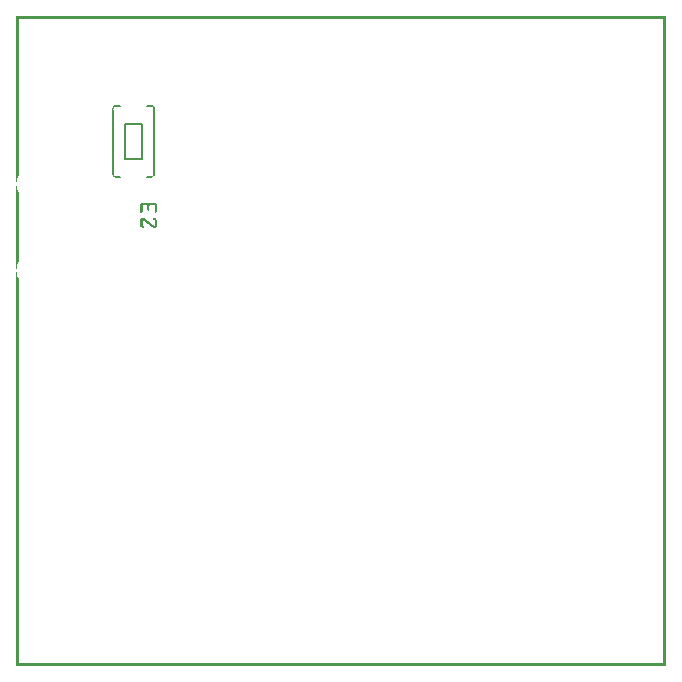
<source format=gbo>
G04 MADE WITH FRITZING*
G04 WWW.FRITZING.ORG*
G04 DOUBLE SIDED*
G04 HOLES PLATED*
G04 CONTOUR ON CENTER OF CONTOUR VECTOR*
%ASAXBY*%
%FSLAX23Y23*%
%MOIN*%
%OFA0B0*%
%SFA1.0B1.0*%
%ADD10C,0.005000*%
%ADD11R,0.001000X0.001000*%
%LNSILK0*%
G90*
G70*
G54D10*
X460Y1640D02*
X460Y1857D01*
D02*
X322Y1853D02*
X322Y1640D01*
D02*
X332Y1630D02*
X347Y1630D01*
D02*
X434Y1630D02*
X450Y1630D01*
D02*
X434Y1867D02*
X450Y1867D01*
D02*
X332Y1867D02*
X347Y1867D01*
D02*
X420Y1690D02*
X420Y1808D01*
D02*
X361Y1808D02*
X361Y1690D01*
D02*
X361Y1690D02*
X420Y1690D01*
D02*
X361Y1808D02*
X420Y1808D01*
G54D11*
X0Y2165D02*
X2164Y2165D01*
X0Y2164D02*
X2164Y2164D01*
X0Y2163D02*
X2164Y2163D01*
X0Y2162D02*
X2164Y2162D01*
X0Y2161D02*
X2164Y2161D01*
X0Y2160D02*
X2164Y2160D01*
X0Y2159D02*
X2164Y2159D01*
X0Y2158D02*
X2164Y2158D01*
X0Y2157D02*
X7Y2157D01*
X2157Y2157D02*
X2164Y2157D01*
X0Y2156D02*
X7Y2156D01*
X2157Y2156D02*
X2164Y2156D01*
X0Y2155D02*
X7Y2155D01*
X2157Y2155D02*
X2164Y2155D01*
X0Y2154D02*
X7Y2154D01*
X2157Y2154D02*
X2164Y2154D01*
X0Y2153D02*
X7Y2153D01*
X2157Y2153D02*
X2164Y2153D01*
X0Y2152D02*
X7Y2152D01*
X2157Y2152D02*
X2164Y2152D01*
X0Y2151D02*
X7Y2151D01*
X2157Y2151D02*
X2164Y2151D01*
X0Y2150D02*
X7Y2150D01*
X2157Y2150D02*
X2164Y2150D01*
X0Y2149D02*
X7Y2149D01*
X2157Y2149D02*
X2164Y2149D01*
X0Y2148D02*
X7Y2148D01*
X2157Y2148D02*
X2164Y2148D01*
X0Y2147D02*
X7Y2147D01*
X2157Y2147D02*
X2164Y2147D01*
X0Y2146D02*
X7Y2146D01*
X2157Y2146D02*
X2164Y2146D01*
X0Y2145D02*
X7Y2145D01*
X2157Y2145D02*
X2164Y2145D01*
X0Y2144D02*
X7Y2144D01*
X2157Y2144D02*
X2164Y2144D01*
X0Y2143D02*
X7Y2143D01*
X2157Y2143D02*
X2164Y2143D01*
X0Y2142D02*
X7Y2142D01*
X2157Y2142D02*
X2164Y2142D01*
X0Y2141D02*
X7Y2141D01*
X2157Y2141D02*
X2164Y2141D01*
X0Y2140D02*
X7Y2140D01*
X2157Y2140D02*
X2164Y2140D01*
X0Y2139D02*
X7Y2139D01*
X2157Y2139D02*
X2164Y2139D01*
X0Y2138D02*
X7Y2138D01*
X2157Y2138D02*
X2164Y2138D01*
X0Y2137D02*
X7Y2137D01*
X2157Y2137D02*
X2164Y2137D01*
X0Y2136D02*
X7Y2136D01*
X2157Y2136D02*
X2164Y2136D01*
X0Y2135D02*
X7Y2135D01*
X2157Y2135D02*
X2164Y2135D01*
X0Y2134D02*
X7Y2134D01*
X2157Y2134D02*
X2164Y2134D01*
X0Y2133D02*
X7Y2133D01*
X2157Y2133D02*
X2164Y2133D01*
X0Y2132D02*
X7Y2132D01*
X2157Y2132D02*
X2164Y2132D01*
X0Y2131D02*
X7Y2131D01*
X2157Y2131D02*
X2164Y2131D01*
X0Y2130D02*
X7Y2130D01*
X2157Y2130D02*
X2164Y2130D01*
X0Y2129D02*
X7Y2129D01*
X2157Y2129D02*
X2164Y2129D01*
X0Y2128D02*
X7Y2128D01*
X2157Y2128D02*
X2164Y2128D01*
X0Y2127D02*
X7Y2127D01*
X2157Y2127D02*
X2164Y2127D01*
X0Y2126D02*
X7Y2126D01*
X2157Y2126D02*
X2164Y2126D01*
X0Y2125D02*
X7Y2125D01*
X2157Y2125D02*
X2164Y2125D01*
X0Y2124D02*
X7Y2124D01*
X2157Y2124D02*
X2164Y2124D01*
X0Y2123D02*
X7Y2123D01*
X2157Y2123D02*
X2164Y2123D01*
X0Y2122D02*
X7Y2122D01*
X2157Y2122D02*
X2164Y2122D01*
X0Y2121D02*
X7Y2121D01*
X2157Y2121D02*
X2164Y2121D01*
X0Y2120D02*
X7Y2120D01*
X2157Y2120D02*
X2164Y2120D01*
X0Y2119D02*
X7Y2119D01*
X2157Y2119D02*
X2164Y2119D01*
X0Y2118D02*
X7Y2118D01*
X2157Y2118D02*
X2164Y2118D01*
X0Y2117D02*
X7Y2117D01*
X2157Y2117D02*
X2164Y2117D01*
X0Y2116D02*
X7Y2116D01*
X2157Y2116D02*
X2164Y2116D01*
X0Y2115D02*
X7Y2115D01*
X2157Y2115D02*
X2164Y2115D01*
X0Y2114D02*
X7Y2114D01*
X2157Y2114D02*
X2164Y2114D01*
X0Y2113D02*
X7Y2113D01*
X2157Y2113D02*
X2164Y2113D01*
X0Y2112D02*
X7Y2112D01*
X2157Y2112D02*
X2164Y2112D01*
X0Y2111D02*
X7Y2111D01*
X2157Y2111D02*
X2164Y2111D01*
X0Y2110D02*
X7Y2110D01*
X2157Y2110D02*
X2164Y2110D01*
X0Y2109D02*
X7Y2109D01*
X2157Y2109D02*
X2164Y2109D01*
X0Y2108D02*
X7Y2108D01*
X2157Y2108D02*
X2164Y2108D01*
X0Y2107D02*
X7Y2107D01*
X2157Y2107D02*
X2164Y2107D01*
X0Y2106D02*
X7Y2106D01*
X2157Y2106D02*
X2164Y2106D01*
X0Y2105D02*
X7Y2105D01*
X2157Y2105D02*
X2164Y2105D01*
X0Y2104D02*
X7Y2104D01*
X2157Y2104D02*
X2164Y2104D01*
X0Y2103D02*
X7Y2103D01*
X2157Y2103D02*
X2164Y2103D01*
X0Y2102D02*
X7Y2102D01*
X2157Y2102D02*
X2164Y2102D01*
X0Y2101D02*
X7Y2101D01*
X2157Y2101D02*
X2164Y2101D01*
X0Y2100D02*
X7Y2100D01*
X2157Y2100D02*
X2164Y2100D01*
X0Y2099D02*
X7Y2099D01*
X2157Y2099D02*
X2164Y2099D01*
X0Y2098D02*
X7Y2098D01*
X2157Y2098D02*
X2164Y2098D01*
X0Y2097D02*
X7Y2097D01*
X2157Y2097D02*
X2164Y2097D01*
X0Y2096D02*
X7Y2096D01*
X2157Y2096D02*
X2164Y2096D01*
X0Y2095D02*
X7Y2095D01*
X2157Y2095D02*
X2164Y2095D01*
X0Y2094D02*
X7Y2094D01*
X2157Y2094D02*
X2164Y2094D01*
X0Y2093D02*
X7Y2093D01*
X2157Y2093D02*
X2164Y2093D01*
X0Y2092D02*
X7Y2092D01*
X2157Y2092D02*
X2164Y2092D01*
X0Y2091D02*
X7Y2091D01*
X2157Y2091D02*
X2164Y2091D01*
X0Y2090D02*
X7Y2090D01*
X2157Y2090D02*
X2164Y2090D01*
X0Y2089D02*
X7Y2089D01*
X2157Y2089D02*
X2164Y2089D01*
X0Y2088D02*
X7Y2088D01*
X2157Y2088D02*
X2164Y2088D01*
X0Y2087D02*
X7Y2087D01*
X2157Y2087D02*
X2164Y2087D01*
X0Y2086D02*
X7Y2086D01*
X2157Y2086D02*
X2164Y2086D01*
X0Y2085D02*
X7Y2085D01*
X2157Y2085D02*
X2164Y2085D01*
X0Y2084D02*
X7Y2084D01*
X2157Y2084D02*
X2164Y2084D01*
X0Y2083D02*
X7Y2083D01*
X2157Y2083D02*
X2164Y2083D01*
X0Y2082D02*
X7Y2082D01*
X2157Y2082D02*
X2164Y2082D01*
X0Y2081D02*
X7Y2081D01*
X2157Y2081D02*
X2164Y2081D01*
X0Y2080D02*
X7Y2080D01*
X2157Y2080D02*
X2164Y2080D01*
X0Y2079D02*
X7Y2079D01*
X2157Y2079D02*
X2164Y2079D01*
X0Y2078D02*
X7Y2078D01*
X2157Y2078D02*
X2164Y2078D01*
X0Y2077D02*
X7Y2077D01*
X2157Y2077D02*
X2164Y2077D01*
X0Y2076D02*
X7Y2076D01*
X2157Y2076D02*
X2164Y2076D01*
X0Y2075D02*
X7Y2075D01*
X2157Y2075D02*
X2164Y2075D01*
X0Y2074D02*
X7Y2074D01*
X2157Y2074D02*
X2164Y2074D01*
X0Y2073D02*
X7Y2073D01*
X2157Y2073D02*
X2164Y2073D01*
X0Y2072D02*
X7Y2072D01*
X2157Y2072D02*
X2164Y2072D01*
X0Y2071D02*
X7Y2071D01*
X2157Y2071D02*
X2164Y2071D01*
X0Y2070D02*
X7Y2070D01*
X2157Y2070D02*
X2164Y2070D01*
X0Y2069D02*
X7Y2069D01*
X2157Y2069D02*
X2164Y2069D01*
X0Y2068D02*
X7Y2068D01*
X2157Y2068D02*
X2164Y2068D01*
X0Y2067D02*
X7Y2067D01*
X2157Y2067D02*
X2164Y2067D01*
X0Y2066D02*
X7Y2066D01*
X2157Y2066D02*
X2164Y2066D01*
X0Y2065D02*
X7Y2065D01*
X2157Y2065D02*
X2164Y2065D01*
X0Y2064D02*
X7Y2064D01*
X2157Y2064D02*
X2164Y2064D01*
X0Y2063D02*
X7Y2063D01*
X2157Y2063D02*
X2164Y2063D01*
X0Y2062D02*
X7Y2062D01*
X2157Y2062D02*
X2164Y2062D01*
X0Y2061D02*
X7Y2061D01*
X2157Y2061D02*
X2164Y2061D01*
X0Y2060D02*
X7Y2060D01*
X2157Y2060D02*
X2164Y2060D01*
X0Y2059D02*
X7Y2059D01*
X2157Y2059D02*
X2164Y2059D01*
X0Y2058D02*
X7Y2058D01*
X2157Y2058D02*
X2164Y2058D01*
X0Y2057D02*
X7Y2057D01*
X2157Y2057D02*
X2164Y2057D01*
X0Y2056D02*
X7Y2056D01*
X2157Y2056D02*
X2164Y2056D01*
X0Y2055D02*
X7Y2055D01*
X2157Y2055D02*
X2164Y2055D01*
X0Y2054D02*
X7Y2054D01*
X2157Y2054D02*
X2164Y2054D01*
X0Y2053D02*
X7Y2053D01*
X2157Y2053D02*
X2164Y2053D01*
X0Y2052D02*
X7Y2052D01*
X2157Y2052D02*
X2164Y2052D01*
X0Y2051D02*
X7Y2051D01*
X2157Y2051D02*
X2164Y2051D01*
X0Y2050D02*
X7Y2050D01*
X2157Y2050D02*
X2164Y2050D01*
X0Y2049D02*
X7Y2049D01*
X2157Y2049D02*
X2164Y2049D01*
X0Y2048D02*
X7Y2048D01*
X2157Y2048D02*
X2164Y2048D01*
X0Y2047D02*
X7Y2047D01*
X2157Y2047D02*
X2164Y2047D01*
X0Y2046D02*
X7Y2046D01*
X2157Y2046D02*
X2164Y2046D01*
X0Y2045D02*
X7Y2045D01*
X2157Y2045D02*
X2164Y2045D01*
X0Y2044D02*
X7Y2044D01*
X2157Y2044D02*
X2164Y2044D01*
X0Y2043D02*
X7Y2043D01*
X2157Y2043D02*
X2164Y2043D01*
X0Y2042D02*
X7Y2042D01*
X2157Y2042D02*
X2164Y2042D01*
X0Y2041D02*
X7Y2041D01*
X2157Y2041D02*
X2164Y2041D01*
X0Y2040D02*
X7Y2040D01*
X2157Y2040D02*
X2164Y2040D01*
X0Y2039D02*
X7Y2039D01*
X2157Y2039D02*
X2164Y2039D01*
X0Y2038D02*
X7Y2038D01*
X2157Y2038D02*
X2164Y2038D01*
X0Y2037D02*
X7Y2037D01*
X2157Y2037D02*
X2164Y2037D01*
X0Y2036D02*
X7Y2036D01*
X2157Y2036D02*
X2164Y2036D01*
X0Y2035D02*
X7Y2035D01*
X2157Y2035D02*
X2164Y2035D01*
X0Y2034D02*
X7Y2034D01*
X2157Y2034D02*
X2164Y2034D01*
X0Y2033D02*
X7Y2033D01*
X2157Y2033D02*
X2164Y2033D01*
X0Y2032D02*
X7Y2032D01*
X2157Y2032D02*
X2164Y2032D01*
X0Y2031D02*
X7Y2031D01*
X2157Y2031D02*
X2164Y2031D01*
X0Y2030D02*
X7Y2030D01*
X2157Y2030D02*
X2164Y2030D01*
X0Y2029D02*
X7Y2029D01*
X2157Y2029D02*
X2164Y2029D01*
X0Y2028D02*
X7Y2028D01*
X2157Y2028D02*
X2164Y2028D01*
X0Y2027D02*
X7Y2027D01*
X2157Y2027D02*
X2164Y2027D01*
X0Y2026D02*
X7Y2026D01*
X2157Y2026D02*
X2164Y2026D01*
X0Y2025D02*
X7Y2025D01*
X2157Y2025D02*
X2164Y2025D01*
X0Y2024D02*
X7Y2024D01*
X2157Y2024D02*
X2164Y2024D01*
X0Y2023D02*
X7Y2023D01*
X2157Y2023D02*
X2164Y2023D01*
X0Y2022D02*
X7Y2022D01*
X2157Y2022D02*
X2164Y2022D01*
X0Y2021D02*
X7Y2021D01*
X2157Y2021D02*
X2164Y2021D01*
X0Y2020D02*
X7Y2020D01*
X2157Y2020D02*
X2164Y2020D01*
X0Y2019D02*
X7Y2019D01*
X2157Y2019D02*
X2164Y2019D01*
X0Y2018D02*
X7Y2018D01*
X2157Y2018D02*
X2164Y2018D01*
X0Y2017D02*
X7Y2017D01*
X2157Y2017D02*
X2164Y2017D01*
X0Y2016D02*
X7Y2016D01*
X2157Y2016D02*
X2164Y2016D01*
X0Y2015D02*
X7Y2015D01*
X2157Y2015D02*
X2164Y2015D01*
X0Y2014D02*
X7Y2014D01*
X2157Y2014D02*
X2164Y2014D01*
X0Y2013D02*
X7Y2013D01*
X2157Y2013D02*
X2164Y2013D01*
X0Y2012D02*
X7Y2012D01*
X2157Y2012D02*
X2164Y2012D01*
X0Y2011D02*
X7Y2011D01*
X2157Y2011D02*
X2164Y2011D01*
X0Y2010D02*
X7Y2010D01*
X2157Y2010D02*
X2164Y2010D01*
X0Y2009D02*
X7Y2009D01*
X2157Y2009D02*
X2164Y2009D01*
X0Y2008D02*
X7Y2008D01*
X2157Y2008D02*
X2164Y2008D01*
X0Y2007D02*
X7Y2007D01*
X2157Y2007D02*
X2164Y2007D01*
X0Y2006D02*
X7Y2006D01*
X2157Y2006D02*
X2164Y2006D01*
X0Y2005D02*
X7Y2005D01*
X2157Y2005D02*
X2164Y2005D01*
X0Y2004D02*
X7Y2004D01*
X2157Y2004D02*
X2164Y2004D01*
X0Y2003D02*
X7Y2003D01*
X2157Y2003D02*
X2164Y2003D01*
X0Y2002D02*
X7Y2002D01*
X2157Y2002D02*
X2164Y2002D01*
X0Y2001D02*
X7Y2001D01*
X2157Y2001D02*
X2164Y2001D01*
X0Y2000D02*
X7Y2000D01*
X2157Y2000D02*
X2164Y2000D01*
X0Y1999D02*
X7Y1999D01*
X2157Y1999D02*
X2164Y1999D01*
X0Y1998D02*
X7Y1998D01*
X2157Y1998D02*
X2164Y1998D01*
X0Y1997D02*
X7Y1997D01*
X2157Y1997D02*
X2164Y1997D01*
X0Y1996D02*
X7Y1996D01*
X2157Y1996D02*
X2164Y1996D01*
X0Y1995D02*
X7Y1995D01*
X2157Y1995D02*
X2164Y1995D01*
X0Y1994D02*
X7Y1994D01*
X2157Y1994D02*
X2164Y1994D01*
X0Y1993D02*
X7Y1993D01*
X2157Y1993D02*
X2164Y1993D01*
X0Y1992D02*
X7Y1992D01*
X2157Y1992D02*
X2164Y1992D01*
X0Y1991D02*
X7Y1991D01*
X2157Y1991D02*
X2164Y1991D01*
X0Y1990D02*
X7Y1990D01*
X2157Y1990D02*
X2164Y1990D01*
X0Y1989D02*
X7Y1989D01*
X2157Y1989D02*
X2164Y1989D01*
X0Y1988D02*
X7Y1988D01*
X2157Y1988D02*
X2164Y1988D01*
X0Y1987D02*
X7Y1987D01*
X2157Y1987D02*
X2164Y1987D01*
X0Y1986D02*
X7Y1986D01*
X2157Y1986D02*
X2164Y1986D01*
X0Y1985D02*
X7Y1985D01*
X2157Y1985D02*
X2164Y1985D01*
X0Y1984D02*
X7Y1984D01*
X2157Y1984D02*
X2164Y1984D01*
X0Y1983D02*
X7Y1983D01*
X2157Y1983D02*
X2164Y1983D01*
X0Y1982D02*
X7Y1982D01*
X2157Y1982D02*
X2164Y1982D01*
X0Y1981D02*
X7Y1981D01*
X2157Y1981D02*
X2164Y1981D01*
X0Y1980D02*
X7Y1980D01*
X2157Y1980D02*
X2164Y1980D01*
X0Y1979D02*
X7Y1979D01*
X2157Y1979D02*
X2164Y1979D01*
X0Y1978D02*
X7Y1978D01*
X2157Y1978D02*
X2164Y1978D01*
X0Y1977D02*
X7Y1977D01*
X2157Y1977D02*
X2164Y1977D01*
X0Y1976D02*
X7Y1976D01*
X2157Y1976D02*
X2164Y1976D01*
X0Y1975D02*
X7Y1975D01*
X2157Y1975D02*
X2164Y1975D01*
X0Y1974D02*
X7Y1974D01*
X2157Y1974D02*
X2164Y1974D01*
X0Y1973D02*
X7Y1973D01*
X2157Y1973D02*
X2164Y1973D01*
X0Y1972D02*
X7Y1972D01*
X2157Y1972D02*
X2164Y1972D01*
X0Y1971D02*
X7Y1971D01*
X2157Y1971D02*
X2164Y1971D01*
X0Y1970D02*
X7Y1970D01*
X2157Y1970D02*
X2164Y1970D01*
X0Y1969D02*
X7Y1969D01*
X2157Y1969D02*
X2164Y1969D01*
X0Y1968D02*
X7Y1968D01*
X2157Y1968D02*
X2164Y1968D01*
X0Y1967D02*
X7Y1967D01*
X2157Y1967D02*
X2164Y1967D01*
X0Y1966D02*
X7Y1966D01*
X2157Y1966D02*
X2164Y1966D01*
X0Y1965D02*
X7Y1965D01*
X2157Y1965D02*
X2164Y1965D01*
X0Y1964D02*
X7Y1964D01*
X2157Y1964D02*
X2164Y1964D01*
X0Y1963D02*
X7Y1963D01*
X2157Y1963D02*
X2164Y1963D01*
X0Y1962D02*
X7Y1962D01*
X2157Y1962D02*
X2164Y1962D01*
X0Y1961D02*
X7Y1961D01*
X2157Y1961D02*
X2164Y1961D01*
X0Y1960D02*
X7Y1960D01*
X2157Y1960D02*
X2164Y1960D01*
X0Y1959D02*
X7Y1959D01*
X2157Y1959D02*
X2164Y1959D01*
X0Y1958D02*
X7Y1958D01*
X2157Y1958D02*
X2164Y1958D01*
X0Y1957D02*
X7Y1957D01*
X2157Y1957D02*
X2164Y1957D01*
X0Y1956D02*
X7Y1956D01*
X2157Y1956D02*
X2164Y1956D01*
X0Y1955D02*
X7Y1955D01*
X2157Y1955D02*
X2164Y1955D01*
X0Y1954D02*
X7Y1954D01*
X2157Y1954D02*
X2164Y1954D01*
X0Y1953D02*
X7Y1953D01*
X2157Y1953D02*
X2164Y1953D01*
X0Y1952D02*
X7Y1952D01*
X2157Y1952D02*
X2164Y1952D01*
X0Y1951D02*
X7Y1951D01*
X2157Y1951D02*
X2164Y1951D01*
X0Y1950D02*
X7Y1950D01*
X2157Y1950D02*
X2164Y1950D01*
X0Y1949D02*
X7Y1949D01*
X2157Y1949D02*
X2164Y1949D01*
X0Y1948D02*
X7Y1948D01*
X2157Y1948D02*
X2164Y1948D01*
X0Y1947D02*
X7Y1947D01*
X2157Y1947D02*
X2164Y1947D01*
X0Y1946D02*
X7Y1946D01*
X2157Y1946D02*
X2164Y1946D01*
X0Y1945D02*
X7Y1945D01*
X2157Y1945D02*
X2164Y1945D01*
X0Y1944D02*
X7Y1944D01*
X2157Y1944D02*
X2164Y1944D01*
X0Y1943D02*
X7Y1943D01*
X2157Y1943D02*
X2164Y1943D01*
X0Y1942D02*
X7Y1942D01*
X2157Y1942D02*
X2164Y1942D01*
X0Y1941D02*
X7Y1941D01*
X2157Y1941D02*
X2164Y1941D01*
X0Y1940D02*
X7Y1940D01*
X2157Y1940D02*
X2164Y1940D01*
X0Y1939D02*
X7Y1939D01*
X2157Y1939D02*
X2164Y1939D01*
X0Y1938D02*
X7Y1938D01*
X2157Y1938D02*
X2164Y1938D01*
X0Y1937D02*
X7Y1937D01*
X2157Y1937D02*
X2164Y1937D01*
X0Y1936D02*
X7Y1936D01*
X2157Y1936D02*
X2164Y1936D01*
X0Y1935D02*
X7Y1935D01*
X2157Y1935D02*
X2164Y1935D01*
X0Y1934D02*
X7Y1934D01*
X2157Y1934D02*
X2164Y1934D01*
X0Y1933D02*
X7Y1933D01*
X2157Y1933D02*
X2164Y1933D01*
X0Y1932D02*
X7Y1932D01*
X2157Y1932D02*
X2164Y1932D01*
X0Y1931D02*
X7Y1931D01*
X2157Y1931D02*
X2164Y1931D01*
X0Y1930D02*
X7Y1930D01*
X2157Y1930D02*
X2164Y1930D01*
X0Y1929D02*
X7Y1929D01*
X2157Y1929D02*
X2164Y1929D01*
X0Y1928D02*
X7Y1928D01*
X2157Y1928D02*
X2164Y1928D01*
X0Y1927D02*
X7Y1927D01*
X2157Y1927D02*
X2164Y1927D01*
X0Y1926D02*
X7Y1926D01*
X2157Y1926D02*
X2164Y1926D01*
X0Y1925D02*
X7Y1925D01*
X2157Y1925D02*
X2164Y1925D01*
X0Y1924D02*
X7Y1924D01*
X2157Y1924D02*
X2164Y1924D01*
X0Y1923D02*
X7Y1923D01*
X2157Y1923D02*
X2164Y1923D01*
X0Y1922D02*
X7Y1922D01*
X2157Y1922D02*
X2164Y1922D01*
X0Y1921D02*
X7Y1921D01*
X2157Y1921D02*
X2164Y1921D01*
X0Y1920D02*
X7Y1920D01*
X2157Y1920D02*
X2164Y1920D01*
X0Y1919D02*
X7Y1919D01*
X2157Y1919D02*
X2164Y1919D01*
X0Y1918D02*
X7Y1918D01*
X2157Y1918D02*
X2164Y1918D01*
X0Y1917D02*
X7Y1917D01*
X2157Y1917D02*
X2164Y1917D01*
X0Y1916D02*
X7Y1916D01*
X2157Y1916D02*
X2164Y1916D01*
X0Y1915D02*
X7Y1915D01*
X2157Y1915D02*
X2164Y1915D01*
X0Y1914D02*
X7Y1914D01*
X2157Y1914D02*
X2164Y1914D01*
X0Y1913D02*
X7Y1913D01*
X2157Y1913D02*
X2164Y1913D01*
X0Y1912D02*
X7Y1912D01*
X2157Y1912D02*
X2164Y1912D01*
X0Y1911D02*
X7Y1911D01*
X2157Y1911D02*
X2164Y1911D01*
X0Y1910D02*
X7Y1910D01*
X2157Y1910D02*
X2164Y1910D01*
X0Y1909D02*
X7Y1909D01*
X2157Y1909D02*
X2164Y1909D01*
X0Y1908D02*
X7Y1908D01*
X2157Y1908D02*
X2164Y1908D01*
X0Y1907D02*
X7Y1907D01*
X2157Y1907D02*
X2164Y1907D01*
X0Y1906D02*
X7Y1906D01*
X2157Y1906D02*
X2164Y1906D01*
X0Y1905D02*
X7Y1905D01*
X2157Y1905D02*
X2164Y1905D01*
X0Y1904D02*
X7Y1904D01*
X2157Y1904D02*
X2164Y1904D01*
X0Y1903D02*
X7Y1903D01*
X2157Y1903D02*
X2164Y1903D01*
X0Y1902D02*
X7Y1902D01*
X2157Y1902D02*
X2164Y1902D01*
X0Y1901D02*
X7Y1901D01*
X2157Y1901D02*
X2164Y1901D01*
X0Y1900D02*
X7Y1900D01*
X2157Y1900D02*
X2164Y1900D01*
X0Y1899D02*
X7Y1899D01*
X2157Y1899D02*
X2164Y1899D01*
X0Y1898D02*
X7Y1898D01*
X2157Y1898D02*
X2164Y1898D01*
X0Y1897D02*
X7Y1897D01*
X2157Y1897D02*
X2164Y1897D01*
X0Y1896D02*
X7Y1896D01*
X2157Y1896D02*
X2164Y1896D01*
X0Y1895D02*
X7Y1895D01*
X2157Y1895D02*
X2164Y1895D01*
X0Y1894D02*
X7Y1894D01*
X2157Y1894D02*
X2164Y1894D01*
X0Y1893D02*
X7Y1893D01*
X2157Y1893D02*
X2164Y1893D01*
X0Y1892D02*
X7Y1892D01*
X2157Y1892D02*
X2164Y1892D01*
X0Y1891D02*
X7Y1891D01*
X2157Y1891D02*
X2164Y1891D01*
X0Y1890D02*
X7Y1890D01*
X2157Y1890D02*
X2164Y1890D01*
X0Y1889D02*
X7Y1889D01*
X2157Y1889D02*
X2164Y1889D01*
X0Y1888D02*
X7Y1888D01*
X2157Y1888D02*
X2164Y1888D01*
X0Y1887D02*
X7Y1887D01*
X2157Y1887D02*
X2164Y1887D01*
X0Y1886D02*
X7Y1886D01*
X2157Y1886D02*
X2164Y1886D01*
X0Y1885D02*
X7Y1885D01*
X2157Y1885D02*
X2164Y1885D01*
X0Y1884D02*
X7Y1884D01*
X2157Y1884D02*
X2164Y1884D01*
X0Y1883D02*
X7Y1883D01*
X2157Y1883D02*
X2164Y1883D01*
X0Y1882D02*
X7Y1882D01*
X2157Y1882D02*
X2164Y1882D01*
X0Y1881D02*
X7Y1881D01*
X2157Y1881D02*
X2164Y1881D01*
X0Y1880D02*
X7Y1880D01*
X2157Y1880D02*
X2164Y1880D01*
X0Y1879D02*
X7Y1879D01*
X2157Y1879D02*
X2164Y1879D01*
X0Y1878D02*
X7Y1878D01*
X2157Y1878D02*
X2164Y1878D01*
X0Y1877D02*
X7Y1877D01*
X2157Y1877D02*
X2164Y1877D01*
X0Y1876D02*
X7Y1876D01*
X2157Y1876D02*
X2164Y1876D01*
X0Y1875D02*
X7Y1875D01*
X2157Y1875D02*
X2164Y1875D01*
X0Y1874D02*
X7Y1874D01*
X2157Y1874D02*
X2164Y1874D01*
X0Y1873D02*
X7Y1873D01*
X2157Y1873D02*
X2164Y1873D01*
X0Y1872D02*
X7Y1872D01*
X2157Y1872D02*
X2164Y1872D01*
X0Y1871D02*
X7Y1871D01*
X2157Y1871D02*
X2164Y1871D01*
X0Y1870D02*
X7Y1870D01*
X2157Y1870D02*
X2164Y1870D01*
X0Y1869D02*
X7Y1869D01*
X330Y1869D02*
X330Y1869D01*
X450Y1869D02*
X451Y1869D01*
X2157Y1869D02*
X2164Y1869D01*
X0Y1868D02*
X7Y1868D01*
X327Y1868D02*
X330Y1868D01*
X450Y1868D02*
X454Y1868D01*
X2157Y1868D02*
X2164Y1868D01*
X0Y1867D02*
X7Y1867D01*
X326Y1867D02*
X331Y1867D01*
X450Y1867D02*
X456Y1867D01*
X2157Y1867D02*
X2164Y1867D01*
X0Y1866D02*
X7Y1866D01*
X324Y1866D02*
X331Y1866D01*
X450Y1866D02*
X457Y1866D01*
X2157Y1866D02*
X2164Y1866D01*
X0Y1865D02*
X7Y1865D01*
X323Y1865D02*
X331Y1865D01*
X450Y1865D02*
X458Y1865D01*
X2157Y1865D02*
X2164Y1865D01*
X0Y1864D02*
X7Y1864D01*
X323Y1864D02*
X329Y1864D01*
X452Y1864D02*
X459Y1864D01*
X2157Y1864D02*
X2164Y1864D01*
X0Y1863D02*
X7Y1863D01*
X322Y1863D02*
X327Y1863D01*
X454Y1863D02*
X459Y1863D01*
X2157Y1863D02*
X2164Y1863D01*
X0Y1862D02*
X7Y1862D01*
X321Y1862D02*
X326Y1862D01*
X455Y1862D02*
X460Y1862D01*
X2157Y1862D02*
X2164Y1862D01*
X0Y1861D02*
X7Y1861D01*
X321Y1861D02*
X325Y1861D01*
X456Y1861D02*
X460Y1861D01*
X2157Y1861D02*
X2164Y1861D01*
X0Y1860D02*
X7Y1860D01*
X320Y1860D02*
X324Y1860D01*
X457Y1860D02*
X461Y1860D01*
X2157Y1860D02*
X2164Y1860D01*
X0Y1859D02*
X7Y1859D01*
X320Y1859D02*
X324Y1859D01*
X457Y1859D02*
X461Y1859D01*
X2157Y1859D02*
X2164Y1859D01*
X0Y1858D02*
X7Y1858D01*
X320Y1858D02*
X324Y1858D01*
X457Y1858D02*
X461Y1858D01*
X2157Y1858D02*
X2164Y1858D01*
X0Y1857D02*
X7Y1857D01*
X319Y1857D02*
X323Y1857D01*
X2157Y1857D02*
X2164Y1857D01*
X0Y1856D02*
X7Y1856D01*
X319Y1856D02*
X323Y1856D01*
X2157Y1856D02*
X2164Y1856D01*
X0Y1855D02*
X7Y1855D01*
X319Y1855D02*
X323Y1855D01*
X2157Y1855D02*
X2164Y1855D01*
X0Y1854D02*
X7Y1854D01*
X319Y1854D02*
X323Y1854D01*
X2157Y1854D02*
X2164Y1854D01*
X0Y1853D02*
X7Y1853D01*
X319Y1853D02*
X320Y1853D01*
X2157Y1853D02*
X2164Y1853D01*
X0Y1852D02*
X7Y1852D01*
X2157Y1852D02*
X2164Y1852D01*
X0Y1851D02*
X7Y1851D01*
X2157Y1851D02*
X2164Y1851D01*
X0Y1850D02*
X7Y1850D01*
X2157Y1850D02*
X2164Y1850D01*
X0Y1849D02*
X7Y1849D01*
X2157Y1849D02*
X2164Y1849D01*
X0Y1848D02*
X7Y1848D01*
X2157Y1848D02*
X2164Y1848D01*
X0Y1847D02*
X7Y1847D01*
X2157Y1847D02*
X2164Y1847D01*
X0Y1846D02*
X7Y1846D01*
X2157Y1846D02*
X2164Y1846D01*
X0Y1845D02*
X7Y1845D01*
X2157Y1845D02*
X2164Y1845D01*
X0Y1844D02*
X7Y1844D01*
X2157Y1844D02*
X2164Y1844D01*
X0Y1843D02*
X7Y1843D01*
X2157Y1843D02*
X2164Y1843D01*
X0Y1842D02*
X7Y1842D01*
X2157Y1842D02*
X2164Y1842D01*
X0Y1841D02*
X7Y1841D01*
X2157Y1841D02*
X2164Y1841D01*
X0Y1840D02*
X7Y1840D01*
X2157Y1840D02*
X2164Y1840D01*
X0Y1839D02*
X7Y1839D01*
X2157Y1839D02*
X2164Y1839D01*
X0Y1838D02*
X7Y1838D01*
X2157Y1838D02*
X2164Y1838D01*
X0Y1837D02*
X7Y1837D01*
X2157Y1837D02*
X2164Y1837D01*
X0Y1836D02*
X7Y1836D01*
X2157Y1836D02*
X2164Y1836D01*
X0Y1835D02*
X7Y1835D01*
X2157Y1835D02*
X2164Y1835D01*
X0Y1834D02*
X7Y1834D01*
X2157Y1834D02*
X2164Y1834D01*
X0Y1833D02*
X7Y1833D01*
X2157Y1833D02*
X2164Y1833D01*
X0Y1832D02*
X7Y1832D01*
X2157Y1832D02*
X2164Y1832D01*
X0Y1831D02*
X7Y1831D01*
X2157Y1831D02*
X2164Y1831D01*
X0Y1830D02*
X7Y1830D01*
X2157Y1830D02*
X2164Y1830D01*
X0Y1829D02*
X7Y1829D01*
X2157Y1829D02*
X2164Y1829D01*
X0Y1828D02*
X7Y1828D01*
X2157Y1828D02*
X2164Y1828D01*
X0Y1827D02*
X7Y1827D01*
X2157Y1827D02*
X2164Y1827D01*
X0Y1826D02*
X7Y1826D01*
X2157Y1826D02*
X2164Y1826D01*
X0Y1825D02*
X7Y1825D01*
X2157Y1825D02*
X2164Y1825D01*
X0Y1824D02*
X7Y1824D01*
X2157Y1824D02*
X2164Y1824D01*
X0Y1823D02*
X7Y1823D01*
X2157Y1823D02*
X2164Y1823D01*
X0Y1822D02*
X7Y1822D01*
X2157Y1822D02*
X2164Y1822D01*
X0Y1821D02*
X7Y1821D01*
X2157Y1821D02*
X2164Y1821D01*
X0Y1820D02*
X7Y1820D01*
X2157Y1820D02*
X2164Y1820D01*
X0Y1819D02*
X7Y1819D01*
X2157Y1819D02*
X2164Y1819D01*
X0Y1818D02*
X7Y1818D01*
X2157Y1818D02*
X2164Y1818D01*
X0Y1817D02*
X7Y1817D01*
X2157Y1817D02*
X2164Y1817D01*
X0Y1816D02*
X7Y1816D01*
X2157Y1816D02*
X2164Y1816D01*
X0Y1815D02*
X7Y1815D01*
X2157Y1815D02*
X2164Y1815D01*
X0Y1814D02*
X7Y1814D01*
X2157Y1814D02*
X2164Y1814D01*
X0Y1813D02*
X7Y1813D01*
X2157Y1813D02*
X2164Y1813D01*
X0Y1812D02*
X7Y1812D01*
X2157Y1812D02*
X2164Y1812D01*
X0Y1811D02*
X7Y1811D01*
X2157Y1811D02*
X2164Y1811D01*
X0Y1810D02*
X7Y1810D01*
X2157Y1810D02*
X2164Y1810D01*
X0Y1809D02*
X7Y1809D01*
X2157Y1809D02*
X2164Y1809D01*
X0Y1808D02*
X7Y1808D01*
X2157Y1808D02*
X2164Y1808D01*
X0Y1807D02*
X7Y1807D01*
X2157Y1807D02*
X2164Y1807D01*
X0Y1806D02*
X7Y1806D01*
X2157Y1806D02*
X2164Y1806D01*
X0Y1805D02*
X7Y1805D01*
X2157Y1805D02*
X2164Y1805D01*
X0Y1804D02*
X7Y1804D01*
X2157Y1804D02*
X2164Y1804D01*
X0Y1803D02*
X7Y1803D01*
X2157Y1803D02*
X2164Y1803D01*
X0Y1802D02*
X7Y1802D01*
X2157Y1802D02*
X2164Y1802D01*
X0Y1801D02*
X7Y1801D01*
X2157Y1801D02*
X2164Y1801D01*
X0Y1800D02*
X7Y1800D01*
X2157Y1800D02*
X2164Y1800D01*
X0Y1799D02*
X7Y1799D01*
X2157Y1799D02*
X2164Y1799D01*
X0Y1798D02*
X7Y1798D01*
X2157Y1798D02*
X2164Y1798D01*
X0Y1797D02*
X7Y1797D01*
X2157Y1797D02*
X2164Y1797D01*
X0Y1796D02*
X7Y1796D01*
X2157Y1796D02*
X2164Y1796D01*
X0Y1795D02*
X7Y1795D01*
X2157Y1795D02*
X2164Y1795D01*
X0Y1794D02*
X7Y1794D01*
X2157Y1794D02*
X2164Y1794D01*
X0Y1793D02*
X7Y1793D01*
X2157Y1793D02*
X2164Y1793D01*
X0Y1792D02*
X7Y1792D01*
X2157Y1792D02*
X2164Y1792D01*
X0Y1791D02*
X7Y1791D01*
X2157Y1791D02*
X2164Y1791D01*
X0Y1790D02*
X7Y1790D01*
X2157Y1790D02*
X2164Y1790D01*
X0Y1789D02*
X7Y1789D01*
X2157Y1789D02*
X2164Y1789D01*
X0Y1788D02*
X7Y1788D01*
X2157Y1788D02*
X2164Y1788D01*
X0Y1787D02*
X7Y1787D01*
X2157Y1787D02*
X2164Y1787D01*
X0Y1786D02*
X7Y1786D01*
X2157Y1786D02*
X2164Y1786D01*
X0Y1785D02*
X7Y1785D01*
X2157Y1785D02*
X2164Y1785D01*
X0Y1784D02*
X7Y1784D01*
X2157Y1784D02*
X2164Y1784D01*
X0Y1783D02*
X7Y1783D01*
X2157Y1783D02*
X2164Y1783D01*
X0Y1782D02*
X7Y1782D01*
X2157Y1782D02*
X2164Y1782D01*
X0Y1781D02*
X7Y1781D01*
X2157Y1781D02*
X2164Y1781D01*
X0Y1780D02*
X7Y1780D01*
X2157Y1780D02*
X2164Y1780D01*
X0Y1779D02*
X7Y1779D01*
X2157Y1779D02*
X2164Y1779D01*
X0Y1778D02*
X7Y1778D01*
X2157Y1778D02*
X2164Y1778D01*
X0Y1777D02*
X7Y1777D01*
X2157Y1777D02*
X2164Y1777D01*
X0Y1776D02*
X7Y1776D01*
X2157Y1776D02*
X2164Y1776D01*
X0Y1775D02*
X7Y1775D01*
X2157Y1775D02*
X2164Y1775D01*
X0Y1774D02*
X7Y1774D01*
X2157Y1774D02*
X2164Y1774D01*
X0Y1773D02*
X7Y1773D01*
X2157Y1773D02*
X2164Y1773D01*
X0Y1772D02*
X7Y1772D01*
X2157Y1772D02*
X2164Y1772D01*
X0Y1771D02*
X7Y1771D01*
X2157Y1771D02*
X2164Y1771D01*
X0Y1770D02*
X7Y1770D01*
X2157Y1770D02*
X2164Y1770D01*
X0Y1769D02*
X7Y1769D01*
X2157Y1769D02*
X2164Y1769D01*
X0Y1768D02*
X7Y1768D01*
X2157Y1768D02*
X2164Y1768D01*
X0Y1767D02*
X7Y1767D01*
X2157Y1767D02*
X2164Y1767D01*
X0Y1766D02*
X7Y1766D01*
X2157Y1766D02*
X2164Y1766D01*
X0Y1765D02*
X7Y1765D01*
X2157Y1765D02*
X2164Y1765D01*
X0Y1764D02*
X7Y1764D01*
X2157Y1764D02*
X2164Y1764D01*
X0Y1763D02*
X7Y1763D01*
X2157Y1763D02*
X2164Y1763D01*
X0Y1762D02*
X7Y1762D01*
X2157Y1762D02*
X2164Y1762D01*
X0Y1761D02*
X7Y1761D01*
X2157Y1761D02*
X2164Y1761D01*
X0Y1760D02*
X7Y1760D01*
X2157Y1760D02*
X2164Y1760D01*
X0Y1759D02*
X7Y1759D01*
X2157Y1759D02*
X2164Y1759D01*
X0Y1758D02*
X7Y1758D01*
X2157Y1758D02*
X2164Y1758D01*
X0Y1757D02*
X7Y1757D01*
X2157Y1757D02*
X2164Y1757D01*
X0Y1756D02*
X7Y1756D01*
X2157Y1756D02*
X2164Y1756D01*
X0Y1755D02*
X7Y1755D01*
X2157Y1755D02*
X2164Y1755D01*
X0Y1754D02*
X7Y1754D01*
X2157Y1754D02*
X2164Y1754D01*
X0Y1753D02*
X7Y1753D01*
X2157Y1753D02*
X2164Y1753D01*
X0Y1752D02*
X7Y1752D01*
X2157Y1752D02*
X2164Y1752D01*
X0Y1751D02*
X7Y1751D01*
X2157Y1751D02*
X2164Y1751D01*
X0Y1750D02*
X7Y1750D01*
X2157Y1750D02*
X2164Y1750D01*
X0Y1749D02*
X7Y1749D01*
X2157Y1749D02*
X2164Y1749D01*
X0Y1748D02*
X7Y1748D01*
X2157Y1748D02*
X2164Y1748D01*
X0Y1747D02*
X7Y1747D01*
X2157Y1747D02*
X2164Y1747D01*
X0Y1746D02*
X7Y1746D01*
X2157Y1746D02*
X2164Y1746D01*
X0Y1745D02*
X7Y1745D01*
X2157Y1745D02*
X2164Y1745D01*
X0Y1744D02*
X7Y1744D01*
X2157Y1744D02*
X2164Y1744D01*
X0Y1743D02*
X7Y1743D01*
X2157Y1743D02*
X2164Y1743D01*
X0Y1742D02*
X7Y1742D01*
X2157Y1742D02*
X2164Y1742D01*
X0Y1741D02*
X7Y1741D01*
X2157Y1741D02*
X2164Y1741D01*
X0Y1740D02*
X7Y1740D01*
X2157Y1740D02*
X2164Y1740D01*
X0Y1739D02*
X7Y1739D01*
X2157Y1739D02*
X2164Y1739D01*
X0Y1738D02*
X7Y1738D01*
X2157Y1738D02*
X2164Y1738D01*
X0Y1737D02*
X7Y1737D01*
X2157Y1737D02*
X2164Y1737D01*
X0Y1736D02*
X7Y1736D01*
X2157Y1736D02*
X2164Y1736D01*
X0Y1735D02*
X7Y1735D01*
X2157Y1735D02*
X2164Y1735D01*
X0Y1734D02*
X7Y1734D01*
X2157Y1734D02*
X2164Y1734D01*
X0Y1733D02*
X7Y1733D01*
X2157Y1733D02*
X2164Y1733D01*
X0Y1732D02*
X7Y1732D01*
X2157Y1732D02*
X2164Y1732D01*
X0Y1731D02*
X7Y1731D01*
X2157Y1731D02*
X2164Y1731D01*
X0Y1730D02*
X7Y1730D01*
X2157Y1730D02*
X2164Y1730D01*
X0Y1729D02*
X7Y1729D01*
X2157Y1729D02*
X2164Y1729D01*
X0Y1728D02*
X7Y1728D01*
X2157Y1728D02*
X2164Y1728D01*
X0Y1727D02*
X7Y1727D01*
X2157Y1727D02*
X2164Y1727D01*
X0Y1726D02*
X7Y1726D01*
X2157Y1726D02*
X2164Y1726D01*
X0Y1725D02*
X7Y1725D01*
X2157Y1725D02*
X2164Y1725D01*
X0Y1724D02*
X7Y1724D01*
X2157Y1724D02*
X2164Y1724D01*
X0Y1723D02*
X7Y1723D01*
X2157Y1723D02*
X2164Y1723D01*
X0Y1722D02*
X7Y1722D01*
X2157Y1722D02*
X2164Y1722D01*
X0Y1721D02*
X7Y1721D01*
X2157Y1721D02*
X2164Y1721D01*
X0Y1720D02*
X7Y1720D01*
X2157Y1720D02*
X2164Y1720D01*
X0Y1719D02*
X7Y1719D01*
X2157Y1719D02*
X2164Y1719D01*
X0Y1718D02*
X7Y1718D01*
X2157Y1718D02*
X2164Y1718D01*
X0Y1717D02*
X7Y1717D01*
X2157Y1717D02*
X2164Y1717D01*
X0Y1716D02*
X7Y1716D01*
X2157Y1716D02*
X2164Y1716D01*
X0Y1715D02*
X7Y1715D01*
X2157Y1715D02*
X2164Y1715D01*
X0Y1714D02*
X7Y1714D01*
X2157Y1714D02*
X2164Y1714D01*
X0Y1713D02*
X7Y1713D01*
X2157Y1713D02*
X2164Y1713D01*
X0Y1712D02*
X7Y1712D01*
X2157Y1712D02*
X2164Y1712D01*
X0Y1711D02*
X7Y1711D01*
X2157Y1711D02*
X2164Y1711D01*
X0Y1710D02*
X7Y1710D01*
X2157Y1710D02*
X2164Y1710D01*
X0Y1709D02*
X7Y1709D01*
X2157Y1709D02*
X2164Y1709D01*
X0Y1708D02*
X7Y1708D01*
X2157Y1708D02*
X2164Y1708D01*
X0Y1707D02*
X7Y1707D01*
X2157Y1707D02*
X2164Y1707D01*
X0Y1706D02*
X7Y1706D01*
X2157Y1706D02*
X2164Y1706D01*
X0Y1705D02*
X7Y1705D01*
X2157Y1705D02*
X2164Y1705D01*
X0Y1704D02*
X7Y1704D01*
X2157Y1704D02*
X2164Y1704D01*
X0Y1703D02*
X7Y1703D01*
X2157Y1703D02*
X2164Y1703D01*
X0Y1702D02*
X7Y1702D01*
X2157Y1702D02*
X2164Y1702D01*
X0Y1701D02*
X7Y1701D01*
X2157Y1701D02*
X2164Y1701D01*
X0Y1700D02*
X7Y1700D01*
X2157Y1700D02*
X2164Y1700D01*
X0Y1699D02*
X7Y1699D01*
X2157Y1699D02*
X2164Y1699D01*
X0Y1698D02*
X7Y1698D01*
X2157Y1698D02*
X2164Y1698D01*
X0Y1697D02*
X7Y1697D01*
X2157Y1697D02*
X2164Y1697D01*
X0Y1696D02*
X7Y1696D01*
X2157Y1696D02*
X2164Y1696D01*
X0Y1695D02*
X7Y1695D01*
X2157Y1695D02*
X2164Y1695D01*
X0Y1694D02*
X7Y1694D01*
X2157Y1694D02*
X2164Y1694D01*
X0Y1693D02*
X7Y1693D01*
X2157Y1693D02*
X2164Y1693D01*
X0Y1692D02*
X7Y1692D01*
X2157Y1692D02*
X2164Y1692D01*
X0Y1691D02*
X7Y1691D01*
X2157Y1691D02*
X2164Y1691D01*
X0Y1690D02*
X7Y1690D01*
X2157Y1690D02*
X2164Y1690D01*
X0Y1689D02*
X7Y1689D01*
X2157Y1689D02*
X2164Y1689D01*
X0Y1688D02*
X7Y1688D01*
X2157Y1688D02*
X2164Y1688D01*
X0Y1687D02*
X7Y1687D01*
X2157Y1687D02*
X2164Y1687D01*
X0Y1686D02*
X7Y1686D01*
X2157Y1686D02*
X2164Y1686D01*
X0Y1685D02*
X7Y1685D01*
X2157Y1685D02*
X2164Y1685D01*
X0Y1684D02*
X7Y1684D01*
X2157Y1684D02*
X2164Y1684D01*
X0Y1683D02*
X7Y1683D01*
X2157Y1683D02*
X2164Y1683D01*
X0Y1682D02*
X7Y1682D01*
X2157Y1682D02*
X2164Y1682D01*
X0Y1681D02*
X7Y1681D01*
X2157Y1681D02*
X2164Y1681D01*
X0Y1680D02*
X7Y1680D01*
X2157Y1680D02*
X2164Y1680D01*
X0Y1679D02*
X7Y1679D01*
X2157Y1679D02*
X2164Y1679D01*
X0Y1678D02*
X7Y1678D01*
X2157Y1678D02*
X2164Y1678D01*
X0Y1677D02*
X7Y1677D01*
X2157Y1677D02*
X2164Y1677D01*
X0Y1676D02*
X7Y1676D01*
X2157Y1676D02*
X2164Y1676D01*
X0Y1675D02*
X7Y1675D01*
X2157Y1675D02*
X2164Y1675D01*
X0Y1674D02*
X7Y1674D01*
X2157Y1674D02*
X2164Y1674D01*
X0Y1673D02*
X7Y1673D01*
X2157Y1673D02*
X2164Y1673D01*
X0Y1672D02*
X7Y1672D01*
X2157Y1672D02*
X2164Y1672D01*
X0Y1671D02*
X7Y1671D01*
X2157Y1671D02*
X2164Y1671D01*
X0Y1670D02*
X7Y1670D01*
X2157Y1670D02*
X2164Y1670D01*
X0Y1669D02*
X7Y1669D01*
X2157Y1669D02*
X2164Y1669D01*
X0Y1668D02*
X7Y1668D01*
X2157Y1668D02*
X2164Y1668D01*
X0Y1667D02*
X7Y1667D01*
X2157Y1667D02*
X2164Y1667D01*
X0Y1666D02*
X7Y1666D01*
X2157Y1666D02*
X2164Y1666D01*
X0Y1665D02*
X7Y1665D01*
X2157Y1665D02*
X2164Y1665D01*
X0Y1664D02*
X7Y1664D01*
X2157Y1664D02*
X2164Y1664D01*
X0Y1663D02*
X7Y1663D01*
X2157Y1663D02*
X2164Y1663D01*
X0Y1662D02*
X7Y1662D01*
X2157Y1662D02*
X2164Y1662D01*
X0Y1661D02*
X7Y1661D01*
X2157Y1661D02*
X2164Y1661D01*
X0Y1660D02*
X7Y1660D01*
X2157Y1660D02*
X2164Y1660D01*
X0Y1659D02*
X7Y1659D01*
X2157Y1659D02*
X2164Y1659D01*
X0Y1658D02*
X7Y1658D01*
X2157Y1658D02*
X2164Y1658D01*
X0Y1657D02*
X7Y1657D01*
X2157Y1657D02*
X2164Y1657D01*
X0Y1656D02*
X7Y1656D01*
X2157Y1656D02*
X2164Y1656D01*
X0Y1655D02*
X7Y1655D01*
X2157Y1655D02*
X2164Y1655D01*
X0Y1654D02*
X7Y1654D01*
X2157Y1654D02*
X2164Y1654D01*
X0Y1653D02*
X7Y1653D01*
X2157Y1653D02*
X2164Y1653D01*
X0Y1652D02*
X7Y1652D01*
X2157Y1652D02*
X2164Y1652D01*
X0Y1651D02*
X7Y1651D01*
X2157Y1651D02*
X2164Y1651D01*
X0Y1650D02*
X7Y1650D01*
X2157Y1650D02*
X2164Y1650D01*
X0Y1649D02*
X7Y1649D01*
X2157Y1649D02*
X2164Y1649D01*
X0Y1648D02*
X7Y1648D01*
X2157Y1648D02*
X2164Y1648D01*
X0Y1647D02*
X7Y1647D01*
X2157Y1647D02*
X2164Y1647D01*
X0Y1646D02*
X7Y1646D01*
X2157Y1646D02*
X2164Y1646D01*
X0Y1645D02*
X7Y1645D01*
X2157Y1645D02*
X2164Y1645D01*
X0Y1644D02*
X7Y1644D01*
X2157Y1644D02*
X2164Y1644D01*
X0Y1643D02*
X7Y1643D01*
X2157Y1643D02*
X2164Y1643D01*
X0Y1642D02*
X7Y1642D01*
X2157Y1642D02*
X2164Y1642D01*
X0Y1641D02*
X7Y1641D01*
X2157Y1641D02*
X2164Y1641D01*
X0Y1640D02*
X7Y1640D01*
X319Y1640D02*
X323Y1640D01*
X457Y1640D02*
X461Y1640D01*
X2157Y1640D02*
X2164Y1640D01*
X0Y1639D02*
X7Y1639D01*
X319Y1639D02*
X323Y1639D01*
X457Y1639D02*
X461Y1639D01*
X2157Y1639D02*
X2164Y1639D01*
X0Y1638D02*
X7Y1638D01*
X320Y1638D02*
X324Y1638D01*
X457Y1638D02*
X461Y1638D01*
X2157Y1638D02*
X2164Y1638D01*
X0Y1637D02*
X7Y1637D01*
X320Y1637D02*
X324Y1637D01*
X456Y1637D02*
X460Y1637D01*
X2157Y1637D02*
X2164Y1637D01*
X0Y1636D02*
X7Y1636D01*
X320Y1636D02*
X325Y1636D01*
X456Y1636D02*
X460Y1636D01*
X2157Y1636D02*
X2164Y1636D01*
X0Y1635D02*
X7Y1635D01*
X321Y1635D02*
X326Y1635D01*
X455Y1635D02*
X460Y1635D01*
X2157Y1635D02*
X2164Y1635D01*
X0Y1634D02*
X7Y1634D01*
X321Y1634D02*
X327Y1634D01*
X453Y1634D02*
X459Y1634D01*
X2157Y1634D02*
X2164Y1634D01*
X0Y1633D02*
X7Y1633D01*
X322Y1633D02*
X330Y1633D01*
X450Y1633D02*
X458Y1633D01*
X2157Y1633D02*
X2164Y1633D01*
X0Y1632D02*
X6Y1632D01*
X323Y1632D02*
X331Y1632D01*
X450Y1632D02*
X457Y1632D01*
X2157Y1632D02*
X2164Y1632D01*
X0Y1631D02*
X6Y1631D01*
X324Y1631D02*
X331Y1631D01*
X450Y1631D02*
X456Y1631D01*
X2157Y1631D02*
X2164Y1631D01*
X0Y1630D02*
X5Y1630D01*
X326Y1630D02*
X331Y1630D01*
X450Y1630D02*
X455Y1630D01*
X2157Y1630D02*
X2164Y1630D01*
X0Y1629D02*
X5Y1629D01*
X328Y1629D02*
X331Y1629D01*
X450Y1629D02*
X453Y1629D01*
X2157Y1629D02*
X2164Y1629D01*
X0Y1628D02*
X4Y1628D01*
X2157Y1628D02*
X2164Y1628D01*
X0Y1627D02*
X4Y1627D01*
X2157Y1627D02*
X2164Y1627D01*
X0Y1626D02*
X3Y1626D01*
X2157Y1626D02*
X2164Y1626D01*
X0Y1625D02*
X3Y1625D01*
X2157Y1625D02*
X2164Y1625D01*
X0Y1624D02*
X2Y1624D01*
X2157Y1624D02*
X2164Y1624D01*
X0Y1623D02*
X2Y1623D01*
X2157Y1623D02*
X2164Y1623D01*
X0Y1622D02*
X2Y1622D01*
X2157Y1622D02*
X2164Y1622D01*
X0Y1621D02*
X1Y1621D01*
X2157Y1621D02*
X2164Y1621D01*
X0Y1620D02*
X1Y1620D01*
X2157Y1620D02*
X2164Y1620D01*
X0Y1619D02*
X1Y1619D01*
X2157Y1619D02*
X2164Y1619D01*
X0Y1618D02*
X1Y1618D01*
X2157Y1618D02*
X2164Y1618D01*
X0Y1617D02*
X0Y1617D01*
X2157Y1617D02*
X2164Y1617D01*
X0Y1616D02*
X0Y1616D01*
X2157Y1616D02*
X2164Y1616D01*
X0Y1615D02*
X0Y1615D01*
X2157Y1615D02*
X2164Y1615D01*
X0Y1614D02*
X0Y1614D01*
X2157Y1614D02*
X2164Y1614D01*
X0Y1613D02*
X0Y1613D01*
X2157Y1613D02*
X2164Y1613D01*
X2157Y1612D02*
X2164Y1612D01*
X2157Y1611D02*
X2164Y1611D01*
X2157Y1610D02*
X2164Y1610D01*
X2157Y1609D02*
X2164Y1609D01*
X2157Y1608D02*
X2164Y1608D01*
X2157Y1607D02*
X2164Y1607D01*
X2157Y1606D02*
X2164Y1606D01*
X2157Y1605D02*
X2164Y1605D01*
X2157Y1604D02*
X2164Y1604D01*
X2157Y1603D02*
X2164Y1603D01*
X2157Y1602D02*
X2164Y1602D01*
X2157Y1601D02*
X2164Y1601D01*
X2157Y1600D02*
X2164Y1600D01*
X0Y1599D02*
X0Y1599D01*
X2157Y1599D02*
X2164Y1599D01*
X0Y1598D02*
X0Y1598D01*
X2157Y1598D02*
X2164Y1598D01*
X0Y1597D02*
X0Y1597D01*
X2157Y1597D02*
X2164Y1597D01*
X0Y1596D02*
X0Y1596D01*
X2157Y1596D02*
X2164Y1596D01*
X0Y1595D02*
X0Y1595D01*
X2157Y1595D02*
X2164Y1595D01*
X0Y1594D02*
X1Y1594D01*
X2157Y1594D02*
X2164Y1594D01*
X0Y1593D02*
X1Y1593D01*
X2157Y1593D02*
X2164Y1593D01*
X0Y1592D02*
X1Y1592D01*
X2157Y1592D02*
X2164Y1592D01*
X0Y1591D02*
X1Y1591D01*
X2157Y1591D02*
X2164Y1591D01*
X0Y1590D02*
X2Y1590D01*
X2157Y1590D02*
X2164Y1590D01*
X0Y1589D02*
X2Y1589D01*
X2157Y1589D02*
X2164Y1589D01*
X0Y1588D02*
X2Y1588D01*
X2157Y1588D02*
X2164Y1588D01*
X0Y1587D02*
X3Y1587D01*
X2157Y1587D02*
X2164Y1587D01*
X0Y1586D02*
X3Y1586D01*
X2157Y1586D02*
X2164Y1586D01*
X0Y1585D02*
X4Y1585D01*
X2157Y1585D02*
X2164Y1585D01*
X0Y1584D02*
X4Y1584D01*
X2157Y1584D02*
X2164Y1584D01*
X0Y1583D02*
X5Y1583D01*
X2157Y1583D02*
X2164Y1583D01*
X0Y1582D02*
X5Y1582D01*
X2157Y1582D02*
X2164Y1582D01*
X0Y1581D02*
X6Y1581D01*
X2157Y1581D02*
X2164Y1581D01*
X0Y1580D02*
X6Y1580D01*
X2157Y1580D02*
X2164Y1580D01*
X0Y1579D02*
X7Y1579D01*
X2157Y1579D02*
X2164Y1579D01*
X0Y1578D02*
X7Y1578D01*
X2157Y1578D02*
X2164Y1578D01*
X0Y1577D02*
X7Y1577D01*
X2157Y1577D02*
X2164Y1577D01*
X0Y1576D02*
X7Y1576D01*
X2157Y1576D02*
X2164Y1576D01*
X0Y1575D02*
X7Y1575D01*
X2157Y1575D02*
X2164Y1575D01*
X0Y1574D02*
X7Y1574D01*
X2157Y1574D02*
X2164Y1574D01*
X0Y1573D02*
X7Y1573D01*
X2157Y1573D02*
X2164Y1573D01*
X0Y1572D02*
X7Y1572D01*
X2157Y1572D02*
X2164Y1572D01*
X0Y1571D02*
X7Y1571D01*
X2157Y1571D02*
X2164Y1571D01*
X0Y1570D02*
X7Y1570D01*
X2157Y1570D02*
X2164Y1570D01*
X0Y1569D02*
X7Y1569D01*
X2157Y1569D02*
X2164Y1569D01*
X0Y1568D02*
X7Y1568D01*
X2157Y1568D02*
X2164Y1568D01*
X0Y1567D02*
X7Y1567D01*
X2157Y1567D02*
X2164Y1567D01*
X0Y1566D02*
X7Y1566D01*
X2157Y1566D02*
X2164Y1566D01*
X0Y1565D02*
X7Y1565D01*
X2157Y1565D02*
X2164Y1565D01*
X0Y1564D02*
X7Y1564D01*
X2157Y1564D02*
X2164Y1564D01*
X0Y1563D02*
X7Y1563D01*
X2157Y1563D02*
X2164Y1563D01*
X0Y1562D02*
X7Y1562D01*
X2157Y1562D02*
X2164Y1562D01*
X0Y1561D02*
X7Y1561D01*
X2157Y1561D02*
X2164Y1561D01*
X0Y1560D02*
X7Y1560D01*
X2157Y1560D02*
X2164Y1560D01*
X0Y1559D02*
X7Y1559D01*
X2157Y1559D02*
X2164Y1559D01*
X0Y1558D02*
X7Y1558D01*
X2157Y1558D02*
X2164Y1558D01*
X0Y1557D02*
X7Y1557D01*
X2157Y1557D02*
X2164Y1557D01*
X0Y1556D02*
X7Y1556D01*
X2157Y1556D02*
X2164Y1556D01*
X0Y1555D02*
X7Y1555D01*
X2157Y1555D02*
X2164Y1555D01*
X0Y1554D02*
X7Y1554D01*
X2157Y1554D02*
X2164Y1554D01*
X0Y1553D02*
X7Y1553D01*
X2157Y1553D02*
X2164Y1553D01*
X0Y1552D02*
X7Y1552D01*
X2157Y1552D02*
X2164Y1552D01*
X0Y1551D02*
X7Y1551D01*
X2157Y1551D02*
X2164Y1551D01*
X0Y1550D02*
X7Y1550D01*
X2157Y1550D02*
X2164Y1550D01*
X0Y1549D02*
X7Y1549D01*
X2157Y1549D02*
X2164Y1549D01*
X0Y1548D02*
X7Y1548D01*
X2157Y1548D02*
X2164Y1548D01*
X0Y1547D02*
X7Y1547D01*
X2157Y1547D02*
X2164Y1547D01*
X0Y1546D02*
X7Y1546D01*
X2157Y1546D02*
X2164Y1546D01*
X0Y1545D02*
X7Y1545D01*
X2157Y1545D02*
X2164Y1545D01*
X0Y1544D02*
X7Y1544D01*
X420Y1544D02*
X434Y1544D01*
X447Y1544D02*
X461Y1544D01*
X2157Y1544D02*
X2164Y1544D01*
X0Y1543D02*
X7Y1543D01*
X417Y1543D02*
X437Y1543D01*
X443Y1543D02*
X463Y1543D01*
X2157Y1543D02*
X2164Y1543D01*
X0Y1542D02*
X7Y1542D01*
X416Y1542D02*
X439Y1542D01*
X442Y1542D02*
X465Y1542D01*
X2157Y1542D02*
X2164Y1542D01*
X0Y1541D02*
X7Y1541D01*
X415Y1541D02*
X466Y1541D01*
X2157Y1541D02*
X2164Y1541D01*
X0Y1540D02*
X7Y1540D01*
X414Y1540D02*
X466Y1540D01*
X2157Y1540D02*
X2164Y1540D01*
X0Y1539D02*
X7Y1539D01*
X414Y1539D02*
X467Y1539D01*
X2157Y1539D02*
X2164Y1539D01*
X0Y1538D02*
X7Y1538D01*
X414Y1538D02*
X467Y1538D01*
X2157Y1538D02*
X2164Y1538D01*
X0Y1537D02*
X7Y1537D01*
X414Y1537D02*
X420Y1537D01*
X434Y1537D02*
X446Y1537D01*
X460Y1537D02*
X467Y1537D01*
X2157Y1537D02*
X2164Y1537D01*
X0Y1536D02*
X7Y1536D01*
X414Y1536D02*
X420Y1536D01*
X436Y1536D02*
X444Y1536D01*
X461Y1536D02*
X467Y1536D01*
X2157Y1536D02*
X2164Y1536D01*
X0Y1535D02*
X7Y1535D01*
X414Y1535D02*
X420Y1535D01*
X437Y1535D02*
X444Y1535D01*
X461Y1535D02*
X467Y1535D01*
X2157Y1535D02*
X2164Y1535D01*
X0Y1534D02*
X7Y1534D01*
X414Y1534D02*
X420Y1534D01*
X437Y1534D02*
X443Y1534D01*
X461Y1534D02*
X467Y1534D01*
X2157Y1534D02*
X2164Y1534D01*
X0Y1533D02*
X7Y1533D01*
X414Y1533D02*
X420Y1533D01*
X437Y1533D02*
X443Y1533D01*
X461Y1533D02*
X467Y1533D01*
X2157Y1533D02*
X2164Y1533D01*
X0Y1532D02*
X7Y1532D01*
X414Y1532D02*
X420Y1532D01*
X437Y1532D02*
X443Y1532D01*
X461Y1532D02*
X467Y1532D01*
X2157Y1532D02*
X2164Y1532D01*
X0Y1531D02*
X7Y1531D01*
X414Y1531D02*
X420Y1531D01*
X437Y1531D02*
X443Y1531D01*
X461Y1531D02*
X467Y1531D01*
X2157Y1531D02*
X2164Y1531D01*
X0Y1530D02*
X7Y1530D01*
X414Y1530D02*
X420Y1530D01*
X437Y1530D02*
X443Y1530D01*
X461Y1530D02*
X467Y1530D01*
X2157Y1530D02*
X2164Y1530D01*
X0Y1529D02*
X7Y1529D01*
X414Y1529D02*
X420Y1529D01*
X437Y1529D02*
X443Y1529D01*
X461Y1529D02*
X467Y1529D01*
X2157Y1529D02*
X2164Y1529D01*
X0Y1528D02*
X7Y1528D01*
X414Y1528D02*
X420Y1528D01*
X437Y1528D02*
X443Y1528D01*
X461Y1528D02*
X467Y1528D01*
X2157Y1528D02*
X2164Y1528D01*
X0Y1527D02*
X7Y1527D01*
X414Y1527D02*
X420Y1527D01*
X437Y1527D02*
X443Y1527D01*
X461Y1527D02*
X467Y1527D01*
X2157Y1527D02*
X2164Y1527D01*
X0Y1526D02*
X7Y1526D01*
X414Y1526D02*
X420Y1526D01*
X437Y1526D02*
X443Y1526D01*
X461Y1526D02*
X467Y1526D01*
X2157Y1526D02*
X2164Y1526D01*
X0Y1525D02*
X7Y1525D01*
X414Y1525D02*
X420Y1525D01*
X437Y1525D02*
X443Y1525D01*
X461Y1525D02*
X467Y1525D01*
X2157Y1525D02*
X2164Y1525D01*
X0Y1524D02*
X7Y1524D01*
X414Y1524D02*
X420Y1524D01*
X437Y1524D02*
X443Y1524D01*
X461Y1524D02*
X467Y1524D01*
X2157Y1524D02*
X2164Y1524D01*
X0Y1523D02*
X7Y1523D01*
X414Y1523D02*
X420Y1523D01*
X437Y1523D02*
X443Y1523D01*
X461Y1523D02*
X467Y1523D01*
X2157Y1523D02*
X2164Y1523D01*
X0Y1522D02*
X7Y1522D01*
X414Y1522D02*
X420Y1522D01*
X437Y1522D02*
X443Y1522D01*
X461Y1522D02*
X467Y1522D01*
X2157Y1522D02*
X2164Y1522D01*
X0Y1521D02*
X7Y1521D01*
X414Y1521D02*
X420Y1521D01*
X437Y1521D02*
X443Y1521D01*
X461Y1521D02*
X467Y1521D01*
X2157Y1521D02*
X2164Y1521D01*
X0Y1520D02*
X7Y1520D01*
X414Y1520D02*
X420Y1520D01*
X437Y1520D02*
X443Y1520D01*
X461Y1520D02*
X467Y1520D01*
X2157Y1520D02*
X2164Y1520D01*
X0Y1519D02*
X7Y1519D01*
X414Y1519D02*
X420Y1519D01*
X437Y1519D02*
X443Y1519D01*
X461Y1519D02*
X467Y1519D01*
X2157Y1519D02*
X2164Y1519D01*
X0Y1518D02*
X7Y1518D01*
X414Y1518D02*
X420Y1518D01*
X438Y1518D02*
X443Y1518D01*
X461Y1518D02*
X467Y1518D01*
X2157Y1518D02*
X2164Y1518D01*
X0Y1517D02*
X7Y1517D01*
X414Y1517D02*
X420Y1517D01*
X439Y1517D02*
X442Y1517D01*
X461Y1517D02*
X467Y1517D01*
X2157Y1517D02*
X2164Y1517D01*
X0Y1516D02*
X7Y1516D01*
X414Y1516D02*
X420Y1516D01*
X461Y1516D02*
X467Y1516D01*
X2157Y1516D02*
X2164Y1516D01*
X0Y1515D02*
X7Y1515D01*
X414Y1515D02*
X420Y1515D01*
X461Y1515D02*
X467Y1515D01*
X2157Y1515D02*
X2164Y1515D01*
X0Y1514D02*
X7Y1514D01*
X414Y1514D02*
X420Y1514D01*
X461Y1514D02*
X467Y1514D01*
X2157Y1514D02*
X2164Y1514D01*
X0Y1513D02*
X7Y1513D01*
X414Y1513D02*
X420Y1513D01*
X461Y1513D02*
X467Y1513D01*
X2157Y1513D02*
X2164Y1513D01*
X0Y1512D02*
X7Y1512D01*
X414Y1512D02*
X420Y1512D01*
X461Y1512D02*
X467Y1512D01*
X2157Y1512D02*
X2164Y1512D01*
X0Y1511D02*
X7Y1511D01*
X414Y1511D02*
X419Y1511D01*
X462Y1511D02*
X466Y1511D01*
X2157Y1511D02*
X2164Y1511D01*
X0Y1510D02*
X7Y1510D01*
X416Y1510D02*
X418Y1510D01*
X463Y1510D02*
X465Y1510D01*
X2157Y1510D02*
X2164Y1510D01*
X0Y1509D02*
X7Y1509D01*
X2157Y1509D02*
X2164Y1509D01*
X0Y1508D02*
X7Y1508D01*
X2157Y1508D02*
X2164Y1508D01*
X0Y1507D02*
X7Y1507D01*
X2157Y1507D02*
X2164Y1507D01*
X0Y1506D02*
X7Y1506D01*
X2157Y1506D02*
X2164Y1506D01*
X0Y1505D02*
X7Y1505D01*
X2157Y1505D02*
X2164Y1505D01*
X0Y1504D02*
X7Y1504D01*
X2157Y1504D02*
X2164Y1504D01*
X0Y1503D02*
X7Y1503D01*
X2157Y1503D02*
X2164Y1503D01*
X0Y1502D02*
X7Y1502D01*
X2157Y1502D02*
X2164Y1502D01*
X0Y1501D02*
X7Y1501D01*
X2157Y1501D02*
X2164Y1501D01*
X0Y1500D02*
X7Y1500D01*
X2157Y1500D02*
X2164Y1500D01*
X0Y1499D02*
X7Y1499D01*
X2157Y1499D02*
X2164Y1499D01*
X0Y1498D02*
X7Y1498D01*
X2157Y1498D02*
X2164Y1498D01*
X0Y1497D02*
X7Y1497D01*
X2157Y1497D02*
X2164Y1497D01*
X0Y1496D02*
X7Y1496D01*
X2157Y1496D02*
X2164Y1496D01*
X0Y1495D02*
X7Y1495D01*
X2157Y1495D02*
X2164Y1495D01*
X0Y1494D02*
X7Y1494D01*
X2157Y1494D02*
X2164Y1494D01*
X0Y1493D02*
X7Y1493D01*
X418Y1493D02*
X424Y1493D01*
X456Y1493D02*
X461Y1493D01*
X2157Y1493D02*
X2164Y1493D01*
X0Y1492D02*
X7Y1492D01*
X417Y1492D02*
X426Y1492D01*
X455Y1492D02*
X463Y1492D01*
X2157Y1492D02*
X2164Y1492D01*
X0Y1491D02*
X7Y1491D01*
X416Y1491D02*
X427Y1491D01*
X455Y1491D02*
X464Y1491D01*
X2157Y1491D02*
X2164Y1491D01*
X0Y1490D02*
X7Y1490D01*
X415Y1490D02*
X428Y1490D01*
X455Y1490D02*
X465Y1490D01*
X2157Y1490D02*
X2164Y1490D01*
X0Y1489D02*
X7Y1489D01*
X414Y1489D02*
X430Y1489D01*
X455Y1489D02*
X466Y1489D01*
X2157Y1489D02*
X2164Y1489D01*
X0Y1488D02*
X7Y1488D01*
X414Y1488D02*
X431Y1488D01*
X456Y1488D02*
X466Y1488D01*
X2157Y1488D02*
X2164Y1488D01*
X0Y1487D02*
X7Y1487D01*
X414Y1487D02*
X432Y1487D01*
X458Y1487D02*
X466Y1487D01*
X2157Y1487D02*
X2164Y1487D01*
X0Y1486D02*
X7Y1486D01*
X414Y1486D02*
X420Y1486D01*
X423Y1486D02*
X433Y1486D01*
X460Y1486D02*
X467Y1486D01*
X2157Y1486D02*
X2164Y1486D01*
X0Y1485D02*
X7Y1485D01*
X414Y1485D02*
X420Y1485D01*
X424Y1485D02*
X435Y1485D01*
X461Y1485D02*
X467Y1485D01*
X2157Y1485D02*
X2164Y1485D01*
X0Y1484D02*
X7Y1484D01*
X414Y1484D02*
X420Y1484D01*
X425Y1484D02*
X436Y1484D01*
X461Y1484D02*
X467Y1484D01*
X2157Y1484D02*
X2164Y1484D01*
X0Y1483D02*
X7Y1483D01*
X414Y1483D02*
X420Y1483D01*
X427Y1483D02*
X437Y1483D01*
X461Y1483D02*
X467Y1483D01*
X2157Y1483D02*
X2164Y1483D01*
X0Y1482D02*
X7Y1482D01*
X414Y1482D02*
X420Y1482D01*
X428Y1482D02*
X439Y1482D01*
X461Y1482D02*
X467Y1482D01*
X2157Y1482D02*
X2164Y1482D01*
X0Y1481D02*
X7Y1481D01*
X414Y1481D02*
X420Y1481D01*
X429Y1481D02*
X440Y1481D01*
X461Y1481D02*
X467Y1481D01*
X2157Y1481D02*
X2164Y1481D01*
X0Y1480D02*
X7Y1480D01*
X414Y1480D02*
X420Y1480D01*
X430Y1480D02*
X441Y1480D01*
X461Y1480D02*
X467Y1480D01*
X2157Y1480D02*
X2164Y1480D01*
X0Y1479D02*
X7Y1479D01*
X414Y1479D02*
X420Y1479D01*
X432Y1479D02*
X442Y1479D01*
X461Y1479D02*
X467Y1479D01*
X2157Y1479D02*
X2164Y1479D01*
X0Y1478D02*
X7Y1478D01*
X414Y1478D02*
X420Y1478D01*
X433Y1478D02*
X444Y1478D01*
X461Y1478D02*
X467Y1478D01*
X2157Y1478D02*
X2164Y1478D01*
X0Y1477D02*
X7Y1477D01*
X414Y1477D02*
X420Y1477D01*
X434Y1477D02*
X445Y1477D01*
X461Y1477D02*
X467Y1477D01*
X2157Y1477D02*
X2164Y1477D01*
X0Y1476D02*
X7Y1476D01*
X414Y1476D02*
X420Y1476D01*
X436Y1476D02*
X446Y1476D01*
X461Y1476D02*
X467Y1476D01*
X2157Y1476D02*
X2164Y1476D01*
X0Y1475D02*
X7Y1475D01*
X414Y1475D02*
X420Y1475D01*
X437Y1475D02*
X448Y1475D01*
X461Y1475D02*
X467Y1475D01*
X2157Y1475D02*
X2164Y1475D01*
X0Y1474D02*
X7Y1474D01*
X414Y1474D02*
X420Y1474D01*
X438Y1474D02*
X449Y1474D01*
X461Y1474D02*
X467Y1474D01*
X2157Y1474D02*
X2164Y1474D01*
X0Y1473D02*
X7Y1473D01*
X414Y1473D02*
X420Y1473D01*
X439Y1473D02*
X450Y1473D01*
X461Y1473D02*
X467Y1473D01*
X2157Y1473D02*
X2164Y1473D01*
X0Y1472D02*
X7Y1472D01*
X414Y1472D02*
X420Y1472D01*
X441Y1472D02*
X451Y1472D01*
X461Y1472D02*
X467Y1472D01*
X2157Y1472D02*
X2164Y1472D01*
X0Y1471D02*
X7Y1471D01*
X414Y1471D02*
X420Y1471D01*
X442Y1471D02*
X453Y1471D01*
X461Y1471D02*
X467Y1471D01*
X2157Y1471D02*
X2164Y1471D01*
X0Y1470D02*
X7Y1470D01*
X414Y1470D02*
X420Y1470D01*
X443Y1470D02*
X454Y1470D01*
X461Y1470D02*
X467Y1470D01*
X2157Y1470D02*
X2164Y1470D01*
X0Y1469D02*
X7Y1469D01*
X414Y1469D02*
X420Y1469D01*
X445Y1469D02*
X455Y1469D01*
X461Y1469D02*
X467Y1469D01*
X2157Y1469D02*
X2164Y1469D01*
X0Y1468D02*
X7Y1468D01*
X414Y1468D02*
X420Y1468D01*
X446Y1468D02*
X457Y1468D01*
X461Y1468D02*
X467Y1468D01*
X2157Y1468D02*
X2164Y1468D01*
X0Y1467D02*
X7Y1467D01*
X414Y1467D02*
X421Y1467D01*
X447Y1467D02*
X458Y1467D01*
X461Y1467D02*
X467Y1467D01*
X2157Y1467D02*
X2164Y1467D01*
X0Y1466D02*
X7Y1466D01*
X414Y1466D02*
X423Y1466D01*
X449Y1466D02*
X467Y1466D01*
X2157Y1466D02*
X2164Y1466D01*
X0Y1465D02*
X7Y1465D01*
X414Y1465D02*
X425Y1465D01*
X450Y1465D02*
X467Y1465D01*
X2157Y1465D02*
X2164Y1465D01*
X0Y1464D02*
X7Y1464D01*
X415Y1464D02*
X425Y1464D01*
X451Y1464D02*
X466Y1464D01*
X2157Y1464D02*
X2164Y1464D01*
X0Y1463D02*
X7Y1463D01*
X416Y1463D02*
X426Y1463D01*
X452Y1463D02*
X466Y1463D01*
X2157Y1463D02*
X2164Y1463D01*
X0Y1462D02*
X7Y1462D01*
X417Y1462D02*
X425Y1462D01*
X454Y1462D02*
X465Y1462D01*
X2157Y1462D02*
X2164Y1462D01*
X0Y1461D02*
X7Y1461D01*
X418Y1461D02*
X425Y1461D01*
X455Y1461D02*
X464Y1461D01*
X2157Y1461D02*
X2164Y1461D01*
X0Y1460D02*
X7Y1460D01*
X420Y1460D02*
X424Y1460D01*
X457Y1460D02*
X462Y1460D01*
X2157Y1460D02*
X2164Y1460D01*
X0Y1459D02*
X7Y1459D01*
X2157Y1459D02*
X2164Y1459D01*
X0Y1458D02*
X7Y1458D01*
X2157Y1458D02*
X2164Y1458D01*
X0Y1457D02*
X7Y1457D01*
X2157Y1457D02*
X2164Y1457D01*
X0Y1456D02*
X7Y1456D01*
X2157Y1456D02*
X2164Y1456D01*
X0Y1455D02*
X7Y1455D01*
X2157Y1455D02*
X2164Y1455D01*
X0Y1454D02*
X7Y1454D01*
X2157Y1454D02*
X2164Y1454D01*
X0Y1453D02*
X7Y1453D01*
X2157Y1453D02*
X2164Y1453D01*
X0Y1452D02*
X7Y1452D01*
X2157Y1452D02*
X2164Y1452D01*
X0Y1451D02*
X7Y1451D01*
X2157Y1451D02*
X2164Y1451D01*
X0Y1450D02*
X7Y1450D01*
X2157Y1450D02*
X2164Y1450D01*
X0Y1449D02*
X7Y1449D01*
X2157Y1449D02*
X2164Y1449D01*
X0Y1448D02*
X7Y1448D01*
X2157Y1448D02*
X2164Y1448D01*
X0Y1447D02*
X7Y1447D01*
X2157Y1447D02*
X2164Y1447D01*
X0Y1446D02*
X7Y1446D01*
X2157Y1446D02*
X2164Y1446D01*
X0Y1445D02*
X7Y1445D01*
X2157Y1445D02*
X2164Y1445D01*
X0Y1444D02*
X7Y1444D01*
X2157Y1444D02*
X2164Y1444D01*
X0Y1443D02*
X7Y1443D01*
X2157Y1443D02*
X2164Y1443D01*
X0Y1442D02*
X7Y1442D01*
X2157Y1442D02*
X2164Y1442D01*
X0Y1441D02*
X7Y1441D01*
X2157Y1441D02*
X2164Y1441D01*
X0Y1440D02*
X7Y1440D01*
X2157Y1440D02*
X2164Y1440D01*
X0Y1439D02*
X7Y1439D01*
X2157Y1439D02*
X2164Y1439D01*
X0Y1438D02*
X7Y1438D01*
X2157Y1438D02*
X2164Y1438D01*
X0Y1437D02*
X7Y1437D01*
X2157Y1437D02*
X2164Y1437D01*
X0Y1436D02*
X7Y1436D01*
X2157Y1436D02*
X2164Y1436D01*
X0Y1435D02*
X7Y1435D01*
X2157Y1435D02*
X2164Y1435D01*
X0Y1434D02*
X7Y1434D01*
X2157Y1434D02*
X2164Y1434D01*
X0Y1433D02*
X7Y1433D01*
X2157Y1433D02*
X2164Y1433D01*
X0Y1432D02*
X7Y1432D01*
X2157Y1432D02*
X2164Y1432D01*
X0Y1431D02*
X7Y1431D01*
X2157Y1431D02*
X2164Y1431D01*
X0Y1430D02*
X7Y1430D01*
X2157Y1430D02*
X2164Y1430D01*
X0Y1429D02*
X7Y1429D01*
X2157Y1429D02*
X2164Y1429D01*
X0Y1428D02*
X7Y1428D01*
X2157Y1428D02*
X2164Y1428D01*
X0Y1427D02*
X7Y1427D01*
X2157Y1427D02*
X2164Y1427D01*
X0Y1426D02*
X7Y1426D01*
X2157Y1426D02*
X2164Y1426D01*
X0Y1425D02*
X7Y1425D01*
X2157Y1425D02*
X2164Y1425D01*
X0Y1424D02*
X7Y1424D01*
X2157Y1424D02*
X2164Y1424D01*
X0Y1423D02*
X7Y1423D01*
X2157Y1423D02*
X2164Y1423D01*
X0Y1422D02*
X7Y1422D01*
X2157Y1422D02*
X2164Y1422D01*
X0Y1421D02*
X7Y1421D01*
X2157Y1421D02*
X2164Y1421D01*
X0Y1420D02*
X7Y1420D01*
X2157Y1420D02*
X2164Y1420D01*
X0Y1419D02*
X7Y1419D01*
X2157Y1419D02*
X2164Y1419D01*
X0Y1418D02*
X7Y1418D01*
X2157Y1418D02*
X2164Y1418D01*
X0Y1417D02*
X7Y1417D01*
X2157Y1417D02*
X2164Y1417D01*
X0Y1416D02*
X7Y1416D01*
X2157Y1416D02*
X2164Y1416D01*
X0Y1415D02*
X7Y1415D01*
X2157Y1415D02*
X2164Y1415D01*
X0Y1414D02*
X7Y1414D01*
X2157Y1414D02*
X2164Y1414D01*
X0Y1413D02*
X7Y1413D01*
X2157Y1413D02*
X2164Y1413D01*
X0Y1412D02*
X7Y1412D01*
X2157Y1412D02*
X2164Y1412D01*
X0Y1411D02*
X7Y1411D01*
X2157Y1411D02*
X2164Y1411D01*
X0Y1410D02*
X7Y1410D01*
X2157Y1410D02*
X2164Y1410D01*
X0Y1409D02*
X7Y1409D01*
X2157Y1409D02*
X2164Y1409D01*
X0Y1408D02*
X7Y1408D01*
X2157Y1408D02*
X2164Y1408D01*
X0Y1407D02*
X7Y1407D01*
X2157Y1407D02*
X2164Y1407D01*
X0Y1406D02*
X7Y1406D01*
X2157Y1406D02*
X2164Y1406D01*
X0Y1405D02*
X7Y1405D01*
X2157Y1405D02*
X2164Y1405D01*
X0Y1404D02*
X7Y1404D01*
X2157Y1404D02*
X2164Y1404D01*
X0Y1403D02*
X7Y1403D01*
X2157Y1403D02*
X2164Y1403D01*
X0Y1402D02*
X7Y1402D01*
X2157Y1402D02*
X2164Y1402D01*
X0Y1401D02*
X7Y1401D01*
X2157Y1401D02*
X2164Y1401D01*
X0Y1400D02*
X7Y1400D01*
X2157Y1400D02*
X2164Y1400D01*
X0Y1399D02*
X7Y1399D01*
X2157Y1399D02*
X2164Y1399D01*
X0Y1398D02*
X7Y1398D01*
X2157Y1398D02*
X2164Y1398D01*
X0Y1397D02*
X7Y1397D01*
X2157Y1397D02*
X2164Y1397D01*
X0Y1396D02*
X7Y1396D01*
X2157Y1396D02*
X2164Y1396D01*
X0Y1395D02*
X7Y1395D01*
X2157Y1395D02*
X2164Y1395D01*
X0Y1394D02*
X7Y1394D01*
X2157Y1394D02*
X2164Y1394D01*
X0Y1393D02*
X7Y1393D01*
X2157Y1393D02*
X2164Y1393D01*
X0Y1392D02*
X7Y1392D01*
X2157Y1392D02*
X2164Y1392D01*
X0Y1391D02*
X7Y1391D01*
X2157Y1391D02*
X2164Y1391D01*
X0Y1390D02*
X7Y1390D01*
X2157Y1390D02*
X2164Y1390D01*
X0Y1389D02*
X7Y1389D01*
X2157Y1389D02*
X2164Y1389D01*
X0Y1388D02*
X7Y1388D01*
X2157Y1388D02*
X2164Y1388D01*
X0Y1387D02*
X7Y1387D01*
X2157Y1387D02*
X2164Y1387D01*
X0Y1386D02*
X7Y1386D01*
X2157Y1386D02*
X2164Y1386D01*
X0Y1385D02*
X7Y1385D01*
X2157Y1385D02*
X2164Y1385D01*
X0Y1384D02*
X7Y1384D01*
X2157Y1384D02*
X2164Y1384D01*
X0Y1383D02*
X7Y1383D01*
X2157Y1383D02*
X2164Y1383D01*
X0Y1382D02*
X7Y1382D01*
X2157Y1382D02*
X2164Y1382D01*
X0Y1381D02*
X7Y1381D01*
X2157Y1381D02*
X2164Y1381D01*
X0Y1380D02*
X7Y1380D01*
X2157Y1380D02*
X2164Y1380D01*
X0Y1379D02*
X7Y1379D01*
X2157Y1379D02*
X2164Y1379D01*
X0Y1378D02*
X7Y1378D01*
X2157Y1378D02*
X2164Y1378D01*
X0Y1377D02*
X7Y1377D01*
X2157Y1377D02*
X2164Y1377D01*
X0Y1376D02*
X7Y1376D01*
X2157Y1376D02*
X2164Y1376D01*
X0Y1375D02*
X7Y1375D01*
X2157Y1375D02*
X2164Y1375D01*
X0Y1374D02*
X7Y1374D01*
X2157Y1374D02*
X2164Y1374D01*
X0Y1373D02*
X7Y1373D01*
X2157Y1373D02*
X2164Y1373D01*
X0Y1372D02*
X7Y1372D01*
X2157Y1372D02*
X2164Y1372D01*
X0Y1371D02*
X7Y1371D01*
X2157Y1371D02*
X2164Y1371D01*
X0Y1370D02*
X7Y1370D01*
X2157Y1370D02*
X2164Y1370D01*
X0Y1369D02*
X7Y1369D01*
X2157Y1369D02*
X2164Y1369D01*
X0Y1368D02*
X7Y1368D01*
X2157Y1368D02*
X2164Y1368D01*
X0Y1367D02*
X7Y1367D01*
X2157Y1367D02*
X2164Y1367D01*
X0Y1366D02*
X7Y1366D01*
X2157Y1366D02*
X2164Y1366D01*
X0Y1365D02*
X7Y1365D01*
X2157Y1365D02*
X2164Y1365D01*
X0Y1364D02*
X7Y1364D01*
X2157Y1364D02*
X2164Y1364D01*
X0Y1363D02*
X7Y1363D01*
X2157Y1363D02*
X2164Y1363D01*
X0Y1362D02*
X7Y1362D01*
X2157Y1362D02*
X2164Y1362D01*
X0Y1361D02*
X7Y1361D01*
X2157Y1361D02*
X2164Y1361D01*
X0Y1360D02*
X7Y1360D01*
X2157Y1360D02*
X2164Y1360D01*
X0Y1359D02*
X7Y1359D01*
X2157Y1359D02*
X2164Y1359D01*
X0Y1358D02*
X7Y1358D01*
X2157Y1358D02*
X2164Y1358D01*
X0Y1357D02*
X7Y1357D01*
X2157Y1357D02*
X2164Y1357D01*
X0Y1356D02*
X7Y1356D01*
X2157Y1356D02*
X2164Y1356D01*
X0Y1355D02*
X7Y1355D01*
X2157Y1355D02*
X2164Y1355D01*
X0Y1354D02*
X7Y1354D01*
X2157Y1354D02*
X2164Y1354D01*
X0Y1353D02*
X7Y1353D01*
X2157Y1353D02*
X2164Y1353D01*
X0Y1352D02*
X7Y1352D01*
X2157Y1352D02*
X2164Y1352D01*
X0Y1351D02*
X7Y1351D01*
X2157Y1351D02*
X2164Y1351D01*
X0Y1350D02*
X7Y1350D01*
X2157Y1350D02*
X2164Y1350D01*
X0Y1349D02*
X7Y1349D01*
X2157Y1349D02*
X2164Y1349D01*
X0Y1348D02*
X7Y1348D01*
X2157Y1348D02*
X2164Y1348D01*
X0Y1347D02*
X7Y1347D01*
X2157Y1347D02*
X2164Y1347D01*
X0Y1346D02*
X7Y1346D01*
X2157Y1346D02*
X2164Y1346D01*
X0Y1345D02*
X6Y1345D01*
X2157Y1345D02*
X2164Y1345D01*
X0Y1344D02*
X6Y1344D01*
X2157Y1344D02*
X2164Y1344D01*
X0Y1343D02*
X5Y1343D01*
X2157Y1343D02*
X2164Y1343D01*
X0Y1342D02*
X5Y1342D01*
X2157Y1342D02*
X2164Y1342D01*
X0Y1341D02*
X4Y1341D01*
X2157Y1341D02*
X2164Y1341D01*
X0Y1340D02*
X4Y1340D01*
X2157Y1340D02*
X2164Y1340D01*
X0Y1339D02*
X3Y1339D01*
X2157Y1339D02*
X2164Y1339D01*
X0Y1338D02*
X3Y1338D01*
X2157Y1338D02*
X2164Y1338D01*
X0Y1337D02*
X3Y1337D01*
X2157Y1337D02*
X2164Y1337D01*
X0Y1336D02*
X2Y1336D01*
X2157Y1336D02*
X2164Y1336D01*
X0Y1335D02*
X2Y1335D01*
X2157Y1335D02*
X2164Y1335D01*
X0Y1334D02*
X2Y1334D01*
X2157Y1334D02*
X2164Y1334D01*
X0Y1333D02*
X1Y1333D01*
X2157Y1333D02*
X2164Y1333D01*
X0Y1332D02*
X1Y1332D01*
X2157Y1332D02*
X2164Y1332D01*
X0Y1331D02*
X1Y1331D01*
X2157Y1331D02*
X2164Y1331D01*
X0Y1330D02*
X0Y1330D01*
X2157Y1330D02*
X2164Y1330D01*
X0Y1329D02*
X0Y1329D01*
X2157Y1329D02*
X2164Y1329D01*
X0Y1328D02*
X0Y1328D01*
X2157Y1328D02*
X2164Y1328D01*
X0Y1327D02*
X0Y1327D01*
X2157Y1327D02*
X2164Y1327D01*
X0Y1326D02*
X0Y1326D01*
X2157Y1326D02*
X2164Y1326D01*
X0Y1325D02*
X0Y1325D01*
X2157Y1325D02*
X2164Y1325D01*
X2157Y1324D02*
X2164Y1324D01*
X2157Y1323D02*
X2164Y1323D01*
X2157Y1322D02*
X2164Y1322D01*
X2157Y1321D02*
X2164Y1321D01*
X2157Y1320D02*
X2164Y1320D01*
X2157Y1319D02*
X2164Y1319D01*
X2157Y1318D02*
X2164Y1318D01*
X2157Y1317D02*
X2164Y1317D01*
X2157Y1316D02*
X2164Y1316D01*
X2157Y1315D02*
X2164Y1315D01*
X2157Y1314D02*
X2164Y1314D01*
X2157Y1313D02*
X2164Y1313D01*
X0Y1312D02*
X0Y1312D01*
X2157Y1312D02*
X2164Y1312D01*
X0Y1311D02*
X0Y1311D01*
X2157Y1311D02*
X2164Y1311D01*
X0Y1310D02*
X0Y1310D01*
X2157Y1310D02*
X2164Y1310D01*
X0Y1309D02*
X0Y1309D01*
X2157Y1309D02*
X2164Y1309D01*
X0Y1308D02*
X0Y1308D01*
X2157Y1308D02*
X2164Y1308D01*
X0Y1307D02*
X1Y1307D01*
X2157Y1307D02*
X2164Y1307D01*
X0Y1306D02*
X1Y1306D01*
X2157Y1306D02*
X2164Y1306D01*
X0Y1305D02*
X1Y1305D01*
X2157Y1305D02*
X2164Y1305D01*
X0Y1304D02*
X1Y1304D01*
X2157Y1304D02*
X2164Y1304D01*
X0Y1303D02*
X2Y1303D01*
X2157Y1303D02*
X2164Y1303D01*
X0Y1302D02*
X2Y1302D01*
X2157Y1302D02*
X2164Y1302D01*
X0Y1301D02*
X2Y1301D01*
X2157Y1301D02*
X2164Y1301D01*
X0Y1300D02*
X3Y1300D01*
X2157Y1300D02*
X2164Y1300D01*
X0Y1299D02*
X3Y1299D01*
X2157Y1299D02*
X2164Y1299D01*
X0Y1298D02*
X3Y1298D01*
X2157Y1298D02*
X2164Y1298D01*
X0Y1297D02*
X4Y1297D01*
X2157Y1297D02*
X2164Y1297D01*
X0Y1296D02*
X4Y1296D01*
X2157Y1296D02*
X2164Y1296D01*
X0Y1295D02*
X5Y1295D01*
X2157Y1295D02*
X2164Y1295D01*
X0Y1294D02*
X5Y1294D01*
X2157Y1294D02*
X2164Y1294D01*
X0Y1293D02*
X6Y1293D01*
X2157Y1293D02*
X2164Y1293D01*
X0Y1292D02*
X7Y1292D01*
X2157Y1292D02*
X2164Y1292D01*
X0Y1291D02*
X7Y1291D01*
X2157Y1291D02*
X2164Y1291D01*
X0Y1290D02*
X7Y1290D01*
X2157Y1290D02*
X2164Y1290D01*
X0Y1289D02*
X7Y1289D01*
X2157Y1289D02*
X2164Y1289D01*
X0Y1288D02*
X7Y1288D01*
X2157Y1288D02*
X2164Y1288D01*
X0Y1287D02*
X7Y1287D01*
X2157Y1287D02*
X2164Y1287D01*
X0Y1286D02*
X7Y1286D01*
X2157Y1286D02*
X2164Y1286D01*
X0Y1285D02*
X7Y1285D01*
X2157Y1285D02*
X2164Y1285D01*
X0Y1284D02*
X7Y1284D01*
X2157Y1284D02*
X2164Y1284D01*
X0Y1283D02*
X7Y1283D01*
X2157Y1283D02*
X2164Y1283D01*
X0Y1282D02*
X7Y1282D01*
X2157Y1282D02*
X2164Y1282D01*
X0Y1281D02*
X7Y1281D01*
X2157Y1281D02*
X2164Y1281D01*
X0Y1280D02*
X7Y1280D01*
X2157Y1280D02*
X2164Y1280D01*
X0Y1279D02*
X7Y1279D01*
X2157Y1279D02*
X2164Y1279D01*
X0Y1278D02*
X7Y1278D01*
X2157Y1278D02*
X2164Y1278D01*
X0Y1277D02*
X7Y1277D01*
X2157Y1277D02*
X2164Y1277D01*
X0Y1276D02*
X7Y1276D01*
X2157Y1276D02*
X2164Y1276D01*
X0Y1275D02*
X7Y1275D01*
X2157Y1275D02*
X2164Y1275D01*
X0Y1274D02*
X7Y1274D01*
X2157Y1274D02*
X2164Y1274D01*
X0Y1273D02*
X7Y1273D01*
X2157Y1273D02*
X2164Y1273D01*
X0Y1272D02*
X7Y1272D01*
X2157Y1272D02*
X2164Y1272D01*
X0Y1271D02*
X7Y1271D01*
X2157Y1271D02*
X2164Y1271D01*
X0Y1270D02*
X7Y1270D01*
X2157Y1270D02*
X2164Y1270D01*
X0Y1269D02*
X7Y1269D01*
X2157Y1269D02*
X2164Y1269D01*
X0Y1268D02*
X7Y1268D01*
X2157Y1268D02*
X2164Y1268D01*
X0Y1267D02*
X7Y1267D01*
X2157Y1267D02*
X2164Y1267D01*
X0Y1266D02*
X7Y1266D01*
X2157Y1266D02*
X2164Y1266D01*
X0Y1265D02*
X7Y1265D01*
X2157Y1265D02*
X2164Y1265D01*
X0Y1264D02*
X7Y1264D01*
X2157Y1264D02*
X2164Y1264D01*
X0Y1263D02*
X7Y1263D01*
X2157Y1263D02*
X2164Y1263D01*
X0Y1262D02*
X7Y1262D01*
X2157Y1262D02*
X2164Y1262D01*
X0Y1261D02*
X7Y1261D01*
X2157Y1261D02*
X2164Y1261D01*
X0Y1260D02*
X7Y1260D01*
X2157Y1260D02*
X2164Y1260D01*
X0Y1259D02*
X7Y1259D01*
X2157Y1259D02*
X2164Y1259D01*
X0Y1258D02*
X7Y1258D01*
X2157Y1258D02*
X2164Y1258D01*
X0Y1257D02*
X7Y1257D01*
X2157Y1257D02*
X2164Y1257D01*
X0Y1256D02*
X7Y1256D01*
X2157Y1256D02*
X2164Y1256D01*
X0Y1255D02*
X7Y1255D01*
X2157Y1255D02*
X2164Y1255D01*
X0Y1254D02*
X7Y1254D01*
X2157Y1254D02*
X2164Y1254D01*
X0Y1253D02*
X7Y1253D01*
X2157Y1253D02*
X2164Y1253D01*
X0Y1252D02*
X7Y1252D01*
X2157Y1252D02*
X2164Y1252D01*
X0Y1251D02*
X7Y1251D01*
X2157Y1251D02*
X2164Y1251D01*
X0Y1250D02*
X7Y1250D01*
X2157Y1250D02*
X2164Y1250D01*
X0Y1249D02*
X7Y1249D01*
X2157Y1249D02*
X2164Y1249D01*
X0Y1248D02*
X7Y1248D01*
X2157Y1248D02*
X2164Y1248D01*
X0Y1247D02*
X7Y1247D01*
X2157Y1247D02*
X2164Y1247D01*
X0Y1246D02*
X7Y1246D01*
X2157Y1246D02*
X2164Y1246D01*
X0Y1245D02*
X7Y1245D01*
X2157Y1245D02*
X2164Y1245D01*
X0Y1244D02*
X7Y1244D01*
X2157Y1244D02*
X2164Y1244D01*
X0Y1243D02*
X7Y1243D01*
X2157Y1243D02*
X2164Y1243D01*
X0Y1242D02*
X7Y1242D01*
X2157Y1242D02*
X2164Y1242D01*
X0Y1241D02*
X7Y1241D01*
X2157Y1241D02*
X2164Y1241D01*
X0Y1240D02*
X7Y1240D01*
X2157Y1240D02*
X2164Y1240D01*
X0Y1239D02*
X7Y1239D01*
X2157Y1239D02*
X2164Y1239D01*
X0Y1238D02*
X7Y1238D01*
X2157Y1238D02*
X2164Y1238D01*
X0Y1237D02*
X7Y1237D01*
X2157Y1237D02*
X2164Y1237D01*
X0Y1236D02*
X7Y1236D01*
X2157Y1236D02*
X2164Y1236D01*
X0Y1235D02*
X7Y1235D01*
X2157Y1235D02*
X2164Y1235D01*
X0Y1234D02*
X7Y1234D01*
X2157Y1234D02*
X2164Y1234D01*
X0Y1233D02*
X7Y1233D01*
X2157Y1233D02*
X2164Y1233D01*
X0Y1232D02*
X7Y1232D01*
X2157Y1232D02*
X2164Y1232D01*
X0Y1231D02*
X7Y1231D01*
X2157Y1231D02*
X2164Y1231D01*
X0Y1230D02*
X7Y1230D01*
X2157Y1230D02*
X2164Y1230D01*
X0Y1229D02*
X7Y1229D01*
X2157Y1229D02*
X2164Y1229D01*
X0Y1228D02*
X7Y1228D01*
X2157Y1228D02*
X2164Y1228D01*
X0Y1227D02*
X7Y1227D01*
X2157Y1227D02*
X2164Y1227D01*
X0Y1226D02*
X7Y1226D01*
X2157Y1226D02*
X2164Y1226D01*
X0Y1225D02*
X7Y1225D01*
X2157Y1225D02*
X2164Y1225D01*
X0Y1224D02*
X7Y1224D01*
X2157Y1224D02*
X2164Y1224D01*
X0Y1223D02*
X7Y1223D01*
X2157Y1223D02*
X2164Y1223D01*
X0Y1222D02*
X7Y1222D01*
X2157Y1222D02*
X2164Y1222D01*
X0Y1221D02*
X7Y1221D01*
X2157Y1221D02*
X2164Y1221D01*
X0Y1220D02*
X7Y1220D01*
X2157Y1220D02*
X2164Y1220D01*
X0Y1219D02*
X7Y1219D01*
X2157Y1219D02*
X2164Y1219D01*
X0Y1218D02*
X7Y1218D01*
X2157Y1218D02*
X2164Y1218D01*
X0Y1217D02*
X7Y1217D01*
X2157Y1217D02*
X2164Y1217D01*
X0Y1216D02*
X7Y1216D01*
X2157Y1216D02*
X2164Y1216D01*
X0Y1215D02*
X7Y1215D01*
X2157Y1215D02*
X2164Y1215D01*
X0Y1214D02*
X7Y1214D01*
X2157Y1214D02*
X2164Y1214D01*
X0Y1213D02*
X7Y1213D01*
X2157Y1213D02*
X2164Y1213D01*
X0Y1212D02*
X7Y1212D01*
X2157Y1212D02*
X2164Y1212D01*
X0Y1211D02*
X7Y1211D01*
X2157Y1211D02*
X2164Y1211D01*
X0Y1210D02*
X7Y1210D01*
X2157Y1210D02*
X2164Y1210D01*
X0Y1209D02*
X7Y1209D01*
X2157Y1209D02*
X2164Y1209D01*
X0Y1208D02*
X7Y1208D01*
X2157Y1208D02*
X2164Y1208D01*
X0Y1207D02*
X7Y1207D01*
X2157Y1207D02*
X2164Y1207D01*
X0Y1206D02*
X7Y1206D01*
X2157Y1206D02*
X2164Y1206D01*
X0Y1205D02*
X7Y1205D01*
X2157Y1205D02*
X2164Y1205D01*
X0Y1204D02*
X7Y1204D01*
X2157Y1204D02*
X2164Y1204D01*
X0Y1203D02*
X7Y1203D01*
X2157Y1203D02*
X2164Y1203D01*
X0Y1202D02*
X7Y1202D01*
X2157Y1202D02*
X2164Y1202D01*
X0Y1201D02*
X7Y1201D01*
X2157Y1201D02*
X2164Y1201D01*
X0Y1200D02*
X7Y1200D01*
X2157Y1200D02*
X2164Y1200D01*
X0Y1199D02*
X7Y1199D01*
X2157Y1199D02*
X2164Y1199D01*
X0Y1198D02*
X7Y1198D01*
X2157Y1198D02*
X2164Y1198D01*
X0Y1197D02*
X7Y1197D01*
X2157Y1197D02*
X2164Y1197D01*
X0Y1196D02*
X7Y1196D01*
X2157Y1196D02*
X2164Y1196D01*
X0Y1195D02*
X7Y1195D01*
X2157Y1195D02*
X2164Y1195D01*
X0Y1194D02*
X7Y1194D01*
X2157Y1194D02*
X2164Y1194D01*
X0Y1193D02*
X7Y1193D01*
X2157Y1193D02*
X2164Y1193D01*
X0Y1192D02*
X7Y1192D01*
X2157Y1192D02*
X2164Y1192D01*
X0Y1191D02*
X7Y1191D01*
X2157Y1191D02*
X2164Y1191D01*
X0Y1190D02*
X7Y1190D01*
X2157Y1190D02*
X2164Y1190D01*
X0Y1189D02*
X7Y1189D01*
X2157Y1189D02*
X2164Y1189D01*
X0Y1188D02*
X7Y1188D01*
X2157Y1188D02*
X2164Y1188D01*
X0Y1187D02*
X7Y1187D01*
X2157Y1187D02*
X2164Y1187D01*
X0Y1186D02*
X7Y1186D01*
X2157Y1186D02*
X2164Y1186D01*
X0Y1185D02*
X7Y1185D01*
X2157Y1185D02*
X2164Y1185D01*
X0Y1184D02*
X7Y1184D01*
X2157Y1184D02*
X2164Y1184D01*
X0Y1183D02*
X7Y1183D01*
X2157Y1183D02*
X2164Y1183D01*
X0Y1182D02*
X7Y1182D01*
X2157Y1182D02*
X2164Y1182D01*
X0Y1181D02*
X7Y1181D01*
X2157Y1181D02*
X2164Y1181D01*
X0Y1180D02*
X7Y1180D01*
X2157Y1180D02*
X2164Y1180D01*
X0Y1179D02*
X7Y1179D01*
X2157Y1179D02*
X2164Y1179D01*
X0Y1178D02*
X7Y1178D01*
X2157Y1178D02*
X2164Y1178D01*
X0Y1177D02*
X7Y1177D01*
X2157Y1177D02*
X2164Y1177D01*
X0Y1176D02*
X7Y1176D01*
X2157Y1176D02*
X2164Y1176D01*
X0Y1175D02*
X7Y1175D01*
X2157Y1175D02*
X2164Y1175D01*
X0Y1174D02*
X7Y1174D01*
X2157Y1174D02*
X2164Y1174D01*
X0Y1173D02*
X7Y1173D01*
X2157Y1173D02*
X2164Y1173D01*
X0Y1172D02*
X7Y1172D01*
X2157Y1172D02*
X2164Y1172D01*
X0Y1171D02*
X7Y1171D01*
X2157Y1171D02*
X2164Y1171D01*
X0Y1170D02*
X7Y1170D01*
X2157Y1170D02*
X2164Y1170D01*
X0Y1169D02*
X7Y1169D01*
X2157Y1169D02*
X2164Y1169D01*
X0Y1168D02*
X7Y1168D01*
X2157Y1168D02*
X2164Y1168D01*
X0Y1167D02*
X7Y1167D01*
X2157Y1167D02*
X2164Y1167D01*
X0Y1166D02*
X7Y1166D01*
X2157Y1166D02*
X2164Y1166D01*
X0Y1165D02*
X7Y1165D01*
X2157Y1165D02*
X2164Y1165D01*
X0Y1164D02*
X7Y1164D01*
X2157Y1164D02*
X2164Y1164D01*
X0Y1163D02*
X7Y1163D01*
X2157Y1163D02*
X2164Y1163D01*
X0Y1162D02*
X7Y1162D01*
X2157Y1162D02*
X2164Y1162D01*
X0Y1161D02*
X7Y1161D01*
X2157Y1161D02*
X2164Y1161D01*
X0Y1160D02*
X7Y1160D01*
X2157Y1160D02*
X2164Y1160D01*
X0Y1159D02*
X7Y1159D01*
X2157Y1159D02*
X2164Y1159D01*
X0Y1158D02*
X7Y1158D01*
X2157Y1158D02*
X2164Y1158D01*
X0Y1157D02*
X7Y1157D01*
X2157Y1157D02*
X2164Y1157D01*
X0Y1156D02*
X7Y1156D01*
X2157Y1156D02*
X2164Y1156D01*
X0Y1155D02*
X7Y1155D01*
X2157Y1155D02*
X2164Y1155D01*
X0Y1154D02*
X7Y1154D01*
X2157Y1154D02*
X2164Y1154D01*
X0Y1153D02*
X7Y1153D01*
X2157Y1153D02*
X2164Y1153D01*
X0Y1152D02*
X7Y1152D01*
X2157Y1152D02*
X2164Y1152D01*
X0Y1151D02*
X7Y1151D01*
X2157Y1151D02*
X2164Y1151D01*
X0Y1150D02*
X7Y1150D01*
X2157Y1150D02*
X2164Y1150D01*
X0Y1149D02*
X7Y1149D01*
X2157Y1149D02*
X2164Y1149D01*
X0Y1148D02*
X7Y1148D01*
X2157Y1148D02*
X2164Y1148D01*
X0Y1147D02*
X7Y1147D01*
X2157Y1147D02*
X2164Y1147D01*
X0Y1146D02*
X7Y1146D01*
X2157Y1146D02*
X2164Y1146D01*
X0Y1145D02*
X7Y1145D01*
X2157Y1145D02*
X2164Y1145D01*
X0Y1144D02*
X7Y1144D01*
X2157Y1144D02*
X2164Y1144D01*
X0Y1143D02*
X7Y1143D01*
X2157Y1143D02*
X2164Y1143D01*
X0Y1142D02*
X7Y1142D01*
X2157Y1142D02*
X2164Y1142D01*
X0Y1141D02*
X7Y1141D01*
X2157Y1141D02*
X2164Y1141D01*
X0Y1140D02*
X7Y1140D01*
X2157Y1140D02*
X2164Y1140D01*
X0Y1139D02*
X7Y1139D01*
X2157Y1139D02*
X2164Y1139D01*
X0Y1138D02*
X7Y1138D01*
X2157Y1138D02*
X2164Y1138D01*
X0Y1137D02*
X7Y1137D01*
X2157Y1137D02*
X2164Y1137D01*
X0Y1136D02*
X7Y1136D01*
X2157Y1136D02*
X2164Y1136D01*
X0Y1135D02*
X7Y1135D01*
X2157Y1135D02*
X2164Y1135D01*
X0Y1134D02*
X7Y1134D01*
X2157Y1134D02*
X2164Y1134D01*
X0Y1133D02*
X7Y1133D01*
X2157Y1133D02*
X2164Y1133D01*
X0Y1132D02*
X7Y1132D01*
X2157Y1132D02*
X2164Y1132D01*
X0Y1131D02*
X7Y1131D01*
X2157Y1131D02*
X2164Y1131D01*
X0Y1130D02*
X7Y1130D01*
X2157Y1130D02*
X2164Y1130D01*
X0Y1129D02*
X7Y1129D01*
X2157Y1129D02*
X2164Y1129D01*
X0Y1128D02*
X7Y1128D01*
X2157Y1128D02*
X2164Y1128D01*
X0Y1127D02*
X7Y1127D01*
X2157Y1127D02*
X2164Y1127D01*
X0Y1126D02*
X7Y1126D01*
X2157Y1126D02*
X2164Y1126D01*
X0Y1125D02*
X7Y1125D01*
X2157Y1125D02*
X2164Y1125D01*
X0Y1124D02*
X7Y1124D01*
X2157Y1124D02*
X2164Y1124D01*
X0Y1123D02*
X7Y1123D01*
X2157Y1123D02*
X2164Y1123D01*
X0Y1122D02*
X7Y1122D01*
X2157Y1122D02*
X2164Y1122D01*
X0Y1121D02*
X7Y1121D01*
X2157Y1121D02*
X2164Y1121D01*
X0Y1120D02*
X7Y1120D01*
X2157Y1120D02*
X2164Y1120D01*
X0Y1119D02*
X7Y1119D01*
X2157Y1119D02*
X2164Y1119D01*
X0Y1118D02*
X7Y1118D01*
X2157Y1118D02*
X2164Y1118D01*
X0Y1117D02*
X7Y1117D01*
X2157Y1117D02*
X2164Y1117D01*
X0Y1116D02*
X7Y1116D01*
X2157Y1116D02*
X2164Y1116D01*
X0Y1115D02*
X7Y1115D01*
X2157Y1115D02*
X2164Y1115D01*
X0Y1114D02*
X7Y1114D01*
X2157Y1114D02*
X2164Y1114D01*
X0Y1113D02*
X7Y1113D01*
X2157Y1113D02*
X2164Y1113D01*
X0Y1112D02*
X7Y1112D01*
X2157Y1112D02*
X2164Y1112D01*
X0Y1111D02*
X7Y1111D01*
X2157Y1111D02*
X2164Y1111D01*
X0Y1110D02*
X7Y1110D01*
X2157Y1110D02*
X2164Y1110D01*
X0Y1109D02*
X7Y1109D01*
X2157Y1109D02*
X2164Y1109D01*
X0Y1108D02*
X7Y1108D01*
X2157Y1108D02*
X2164Y1108D01*
X0Y1107D02*
X7Y1107D01*
X2157Y1107D02*
X2164Y1107D01*
X0Y1106D02*
X7Y1106D01*
X2157Y1106D02*
X2164Y1106D01*
X0Y1105D02*
X7Y1105D01*
X2157Y1105D02*
X2164Y1105D01*
X0Y1104D02*
X7Y1104D01*
X2157Y1104D02*
X2164Y1104D01*
X0Y1103D02*
X7Y1103D01*
X2157Y1103D02*
X2164Y1103D01*
X0Y1102D02*
X7Y1102D01*
X2157Y1102D02*
X2164Y1102D01*
X0Y1101D02*
X7Y1101D01*
X2157Y1101D02*
X2164Y1101D01*
X0Y1100D02*
X7Y1100D01*
X2157Y1100D02*
X2164Y1100D01*
X0Y1099D02*
X7Y1099D01*
X2157Y1099D02*
X2164Y1099D01*
X0Y1098D02*
X7Y1098D01*
X2157Y1098D02*
X2164Y1098D01*
X0Y1097D02*
X7Y1097D01*
X2157Y1097D02*
X2164Y1097D01*
X0Y1096D02*
X7Y1096D01*
X2157Y1096D02*
X2164Y1096D01*
X0Y1095D02*
X7Y1095D01*
X2157Y1095D02*
X2164Y1095D01*
X0Y1094D02*
X7Y1094D01*
X2157Y1094D02*
X2164Y1094D01*
X0Y1093D02*
X7Y1093D01*
X2157Y1093D02*
X2164Y1093D01*
X0Y1092D02*
X7Y1092D01*
X2157Y1092D02*
X2164Y1092D01*
X0Y1091D02*
X7Y1091D01*
X2157Y1091D02*
X2164Y1091D01*
X0Y1090D02*
X7Y1090D01*
X2157Y1090D02*
X2164Y1090D01*
X0Y1089D02*
X7Y1089D01*
X2157Y1089D02*
X2164Y1089D01*
X0Y1088D02*
X7Y1088D01*
X2157Y1088D02*
X2164Y1088D01*
X0Y1087D02*
X7Y1087D01*
X2157Y1087D02*
X2164Y1087D01*
X0Y1086D02*
X7Y1086D01*
X2157Y1086D02*
X2164Y1086D01*
X0Y1085D02*
X7Y1085D01*
X2157Y1085D02*
X2164Y1085D01*
X0Y1084D02*
X7Y1084D01*
X2157Y1084D02*
X2164Y1084D01*
X0Y1083D02*
X7Y1083D01*
X2157Y1083D02*
X2164Y1083D01*
X0Y1082D02*
X7Y1082D01*
X2157Y1082D02*
X2164Y1082D01*
X0Y1081D02*
X7Y1081D01*
X2157Y1081D02*
X2164Y1081D01*
X0Y1080D02*
X7Y1080D01*
X2157Y1080D02*
X2164Y1080D01*
X0Y1079D02*
X7Y1079D01*
X2157Y1079D02*
X2164Y1079D01*
X0Y1078D02*
X7Y1078D01*
X2157Y1078D02*
X2164Y1078D01*
X0Y1077D02*
X7Y1077D01*
X2157Y1077D02*
X2164Y1077D01*
X0Y1076D02*
X7Y1076D01*
X2157Y1076D02*
X2164Y1076D01*
X0Y1075D02*
X7Y1075D01*
X2157Y1075D02*
X2164Y1075D01*
X0Y1074D02*
X7Y1074D01*
X2157Y1074D02*
X2164Y1074D01*
X0Y1073D02*
X7Y1073D01*
X2157Y1073D02*
X2164Y1073D01*
X0Y1072D02*
X7Y1072D01*
X2157Y1072D02*
X2164Y1072D01*
X0Y1071D02*
X7Y1071D01*
X2157Y1071D02*
X2164Y1071D01*
X0Y1070D02*
X7Y1070D01*
X2157Y1070D02*
X2164Y1070D01*
X0Y1069D02*
X7Y1069D01*
X2157Y1069D02*
X2164Y1069D01*
X0Y1068D02*
X7Y1068D01*
X2157Y1068D02*
X2164Y1068D01*
X0Y1067D02*
X7Y1067D01*
X2157Y1067D02*
X2164Y1067D01*
X0Y1066D02*
X7Y1066D01*
X2157Y1066D02*
X2164Y1066D01*
X0Y1065D02*
X7Y1065D01*
X2157Y1065D02*
X2164Y1065D01*
X0Y1064D02*
X7Y1064D01*
X2157Y1064D02*
X2164Y1064D01*
X0Y1063D02*
X7Y1063D01*
X2157Y1063D02*
X2164Y1063D01*
X0Y1062D02*
X7Y1062D01*
X2157Y1062D02*
X2164Y1062D01*
X0Y1061D02*
X7Y1061D01*
X2157Y1061D02*
X2164Y1061D01*
X0Y1060D02*
X7Y1060D01*
X2157Y1060D02*
X2164Y1060D01*
X0Y1059D02*
X7Y1059D01*
X2157Y1059D02*
X2164Y1059D01*
X0Y1058D02*
X7Y1058D01*
X2157Y1058D02*
X2164Y1058D01*
X0Y1057D02*
X7Y1057D01*
X2157Y1057D02*
X2164Y1057D01*
X0Y1056D02*
X7Y1056D01*
X2157Y1056D02*
X2164Y1056D01*
X0Y1055D02*
X7Y1055D01*
X2157Y1055D02*
X2164Y1055D01*
X0Y1054D02*
X7Y1054D01*
X2157Y1054D02*
X2164Y1054D01*
X0Y1053D02*
X7Y1053D01*
X2157Y1053D02*
X2164Y1053D01*
X0Y1052D02*
X7Y1052D01*
X2157Y1052D02*
X2164Y1052D01*
X0Y1051D02*
X7Y1051D01*
X2157Y1051D02*
X2164Y1051D01*
X0Y1050D02*
X7Y1050D01*
X2157Y1050D02*
X2164Y1050D01*
X0Y1049D02*
X7Y1049D01*
X2157Y1049D02*
X2164Y1049D01*
X0Y1048D02*
X7Y1048D01*
X2157Y1048D02*
X2164Y1048D01*
X0Y1047D02*
X7Y1047D01*
X2157Y1047D02*
X2164Y1047D01*
X0Y1046D02*
X7Y1046D01*
X2157Y1046D02*
X2164Y1046D01*
X0Y1045D02*
X7Y1045D01*
X2157Y1045D02*
X2164Y1045D01*
X0Y1044D02*
X7Y1044D01*
X2157Y1044D02*
X2164Y1044D01*
X0Y1043D02*
X7Y1043D01*
X2157Y1043D02*
X2164Y1043D01*
X0Y1042D02*
X7Y1042D01*
X2157Y1042D02*
X2164Y1042D01*
X0Y1041D02*
X7Y1041D01*
X2157Y1041D02*
X2164Y1041D01*
X0Y1040D02*
X7Y1040D01*
X2157Y1040D02*
X2164Y1040D01*
X0Y1039D02*
X7Y1039D01*
X2157Y1039D02*
X2164Y1039D01*
X0Y1038D02*
X7Y1038D01*
X2157Y1038D02*
X2164Y1038D01*
X0Y1037D02*
X7Y1037D01*
X2157Y1037D02*
X2164Y1037D01*
X0Y1036D02*
X7Y1036D01*
X2157Y1036D02*
X2164Y1036D01*
X0Y1035D02*
X7Y1035D01*
X2157Y1035D02*
X2164Y1035D01*
X0Y1034D02*
X7Y1034D01*
X2157Y1034D02*
X2164Y1034D01*
X0Y1033D02*
X7Y1033D01*
X2157Y1033D02*
X2164Y1033D01*
X0Y1032D02*
X7Y1032D01*
X2157Y1032D02*
X2164Y1032D01*
X0Y1031D02*
X7Y1031D01*
X2157Y1031D02*
X2164Y1031D01*
X0Y1030D02*
X7Y1030D01*
X2157Y1030D02*
X2164Y1030D01*
X0Y1029D02*
X7Y1029D01*
X2157Y1029D02*
X2164Y1029D01*
X0Y1028D02*
X7Y1028D01*
X2157Y1028D02*
X2164Y1028D01*
X0Y1027D02*
X7Y1027D01*
X2157Y1027D02*
X2164Y1027D01*
X0Y1026D02*
X7Y1026D01*
X2157Y1026D02*
X2164Y1026D01*
X0Y1025D02*
X7Y1025D01*
X2157Y1025D02*
X2164Y1025D01*
X0Y1024D02*
X7Y1024D01*
X2157Y1024D02*
X2164Y1024D01*
X0Y1023D02*
X7Y1023D01*
X2157Y1023D02*
X2164Y1023D01*
X0Y1022D02*
X7Y1022D01*
X2157Y1022D02*
X2164Y1022D01*
X0Y1021D02*
X7Y1021D01*
X2157Y1021D02*
X2164Y1021D01*
X0Y1020D02*
X7Y1020D01*
X2157Y1020D02*
X2164Y1020D01*
X0Y1019D02*
X7Y1019D01*
X2157Y1019D02*
X2164Y1019D01*
X0Y1018D02*
X7Y1018D01*
X2157Y1018D02*
X2164Y1018D01*
X0Y1017D02*
X7Y1017D01*
X2157Y1017D02*
X2164Y1017D01*
X0Y1016D02*
X7Y1016D01*
X2157Y1016D02*
X2164Y1016D01*
X0Y1015D02*
X7Y1015D01*
X2157Y1015D02*
X2164Y1015D01*
X0Y1014D02*
X7Y1014D01*
X2157Y1014D02*
X2164Y1014D01*
X0Y1013D02*
X7Y1013D01*
X2157Y1013D02*
X2164Y1013D01*
X0Y1012D02*
X7Y1012D01*
X2157Y1012D02*
X2164Y1012D01*
X0Y1011D02*
X7Y1011D01*
X2157Y1011D02*
X2164Y1011D01*
X0Y1010D02*
X7Y1010D01*
X2157Y1010D02*
X2164Y1010D01*
X0Y1009D02*
X7Y1009D01*
X2157Y1009D02*
X2164Y1009D01*
X0Y1008D02*
X7Y1008D01*
X2157Y1008D02*
X2164Y1008D01*
X0Y1007D02*
X7Y1007D01*
X2157Y1007D02*
X2164Y1007D01*
X0Y1006D02*
X7Y1006D01*
X2157Y1006D02*
X2164Y1006D01*
X0Y1005D02*
X7Y1005D01*
X2157Y1005D02*
X2164Y1005D01*
X0Y1004D02*
X7Y1004D01*
X2157Y1004D02*
X2164Y1004D01*
X0Y1003D02*
X7Y1003D01*
X2157Y1003D02*
X2164Y1003D01*
X0Y1002D02*
X7Y1002D01*
X2157Y1002D02*
X2164Y1002D01*
X0Y1001D02*
X7Y1001D01*
X2157Y1001D02*
X2164Y1001D01*
X0Y1000D02*
X7Y1000D01*
X2157Y1000D02*
X2164Y1000D01*
X0Y999D02*
X7Y999D01*
X2157Y999D02*
X2164Y999D01*
X0Y998D02*
X7Y998D01*
X2157Y998D02*
X2164Y998D01*
X0Y997D02*
X7Y997D01*
X2157Y997D02*
X2164Y997D01*
X0Y996D02*
X7Y996D01*
X2157Y996D02*
X2164Y996D01*
X0Y995D02*
X7Y995D01*
X2157Y995D02*
X2164Y995D01*
X0Y994D02*
X7Y994D01*
X2157Y994D02*
X2164Y994D01*
X0Y993D02*
X7Y993D01*
X2157Y993D02*
X2164Y993D01*
X0Y992D02*
X7Y992D01*
X2157Y992D02*
X2164Y992D01*
X0Y991D02*
X7Y991D01*
X2157Y991D02*
X2164Y991D01*
X0Y990D02*
X7Y990D01*
X2157Y990D02*
X2164Y990D01*
X0Y989D02*
X7Y989D01*
X2157Y989D02*
X2164Y989D01*
X0Y988D02*
X7Y988D01*
X2157Y988D02*
X2164Y988D01*
X0Y987D02*
X7Y987D01*
X2157Y987D02*
X2164Y987D01*
X0Y986D02*
X7Y986D01*
X2157Y986D02*
X2164Y986D01*
X0Y985D02*
X7Y985D01*
X2157Y985D02*
X2164Y985D01*
X0Y984D02*
X7Y984D01*
X2157Y984D02*
X2164Y984D01*
X0Y983D02*
X7Y983D01*
X2157Y983D02*
X2164Y983D01*
X0Y982D02*
X7Y982D01*
X2157Y982D02*
X2164Y982D01*
X0Y981D02*
X7Y981D01*
X2157Y981D02*
X2164Y981D01*
X0Y980D02*
X7Y980D01*
X2157Y980D02*
X2164Y980D01*
X0Y979D02*
X7Y979D01*
X2157Y979D02*
X2164Y979D01*
X0Y978D02*
X7Y978D01*
X2157Y978D02*
X2164Y978D01*
X0Y977D02*
X7Y977D01*
X2157Y977D02*
X2164Y977D01*
X0Y976D02*
X7Y976D01*
X2157Y976D02*
X2164Y976D01*
X0Y975D02*
X7Y975D01*
X2157Y975D02*
X2164Y975D01*
X0Y974D02*
X7Y974D01*
X2157Y974D02*
X2164Y974D01*
X0Y973D02*
X7Y973D01*
X2157Y973D02*
X2164Y973D01*
X0Y972D02*
X7Y972D01*
X2157Y972D02*
X2164Y972D01*
X0Y971D02*
X7Y971D01*
X2157Y971D02*
X2164Y971D01*
X0Y970D02*
X7Y970D01*
X2157Y970D02*
X2164Y970D01*
X0Y969D02*
X7Y969D01*
X2157Y969D02*
X2164Y969D01*
X0Y968D02*
X7Y968D01*
X2157Y968D02*
X2164Y968D01*
X0Y967D02*
X7Y967D01*
X2157Y967D02*
X2164Y967D01*
X0Y966D02*
X7Y966D01*
X2157Y966D02*
X2164Y966D01*
X0Y965D02*
X7Y965D01*
X2157Y965D02*
X2164Y965D01*
X0Y964D02*
X7Y964D01*
X2157Y964D02*
X2164Y964D01*
X0Y963D02*
X7Y963D01*
X2157Y963D02*
X2164Y963D01*
X0Y962D02*
X7Y962D01*
X2157Y962D02*
X2164Y962D01*
X0Y961D02*
X7Y961D01*
X2157Y961D02*
X2164Y961D01*
X0Y960D02*
X7Y960D01*
X2157Y960D02*
X2164Y960D01*
X0Y959D02*
X7Y959D01*
X2157Y959D02*
X2164Y959D01*
X0Y958D02*
X7Y958D01*
X2157Y958D02*
X2164Y958D01*
X0Y957D02*
X7Y957D01*
X2157Y957D02*
X2164Y957D01*
X0Y956D02*
X7Y956D01*
X2157Y956D02*
X2164Y956D01*
X0Y955D02*
X7Y955D01*
X2157Y955D02*
X2164Y955D01*
X0Y954D02*
X7Y954D01*
X2157Y954D02*
X2164Y954D01*
X0Y953D02*
X7Y953D01*
X2157Y953D02*
X2164Y953D01*
X0Y952D02*
X7Y952D01*
X2157Y952D02*
X2164Y952D01*
X0Y951D02*
X7Y951D01*
X2157Y951D02*
X2164Y951D01*
X0Y950D02*
X7Y950D01*
X2157Y950D02*
X2164Y950D01*
X0Y949D02*
X7Y949D01*
X2157Y949D02*
X2164Y949D01*
X0Y948D02*
X7Y948D01*
X2157Y948D02*
X2164Y948D01*
X0Y947D02*
X7Y947D01*
X2157Y947D02*
X2164Y947D01*
X0Y946D02*
X7Y946D01*
X2157Y946D02*
X2164Y946D01*
X0Y945D02*
X7Y945D01*
X2157Y945D02*
X2164Y945D01*
X0Y944D02*
X7Y944D01*
X2157Y944D02*
X2164Y944D01*
X0Y943D02*
X7Y943D01*
X2157Y943D02*
X2164Y943D01*
X0Y942D02*
X7Y942D01*
X2157Y942D02*
X2164Y942D01*
X0Y941D02*
X7Y941D01*
X2157Y941D02*
X2164Y941D01*
X0Y940D02*
X7Y940D01*
X2157Y940D02*
X2164Y940D01*
X0Y939D02*
X7Y939D01*
X2157Y939D02*
X2164Y939D01*
X0Y938D02*
X7Y938D01*
X2157Y938D02*
X2164Y938D01*
X0Y937D02*
X7Y937D01*
X2157Y937D02*
X2164Y937D01*
X0Y936D02*
X7Y936D01*
X2157Y936D02*
X2164Y936D01*
X0Y935D02*
X7Y935D01*
X2157Y935D02*
X2164Y935D01*
X0Y934D02*
X7Y934D01*
X2157Y934D02*
X2164Y934D01*
X0Y933D02*
X7Y933D01*
X2157Y933D02*
X2164Y933D01*
X0Y932D02*
X7Y932D01*
X2157Y932D02*
X2164Y932D01*
X0Y931D02*
X7Y931D01*
X2157Y931D02*
X2164Y931D01*
X0Y930D02*
X7Y930D01*
X2157Y930D02*
X2164Y930D01*
X0Y929D02*
X7Y929D01*
X2157Y929D02*
X2164Y929D01*
X0Y928D02*
X7Y928D01*
X2157Y928D02*
X2164Y928D01*
X0Y927D02*
X7Y927D01*
X2157Y927D02*
X2164Y927D01*
X0Y926D02*
X7Y926D01*
X2157Y926D02*
X2164Y926D01*
X0Y925D02*
X7Y925D01*
X2157Y925D02*
X2164Y925D01*
X0Y924D02*
X7Y924D01*
X2157Y924D02*
X2164Y924D01*
X0Y923D02*
X7Y923D01*
X2157Y923D02*
X2164Y923D01*
X0Y922D02*
X7Y922D01*
X2157Y922D02*
X2164Y922D01*
X0Y921D02*
X7Y921D01*
X2157Y921D02*
X2164Y921D01*
X0Y920D02*
X7Y920D01*
X2157Y920D02*
X2164Y920D01*
X0Y919D02*
X7Y919D01*
X2157Y919D02*
X2164Y919D01*
X0Y918D02*
X7Y918D01*
X2157Y918D02*
X2164Y918D01*
X0Y917D02*
X7Y917D01*
X2157Y917D02*
X2164Y917D01*
X0Y916D02*
X7Y916D01*
X2157Y916D02*
X2164Y916D01*
X0Y915D02*
X7Y915D01*
X2157Y915D02*
X2164Y915D01*
X0Y914D02*
X7Y914D01*
X2157Y914D02*
X2164Y914D01*
X0Y913D02*
X7Y913D01*
X2157Y913D02*
X2164Y913D01*
X0Y912D02*
X7Y912D01*
X2157Y912D02*
X2164Y912D01*
X0Y911D02*
X7Y911D01*
X2157Y911D02*
X2164Y911D01*
X0Y910D02*
X7Y910D01*
X2157Y910D02*
X2164Y910D01*
X0Y909D02*
X7Y909D01*
X2157Y909D02*
X2164Y909D01*
X0Y908D02*
X7Y908D01*
X2157Y908D02*
X2164Y908D01*
X0Y907D02*
X7Y907D01*
X2157Y907D02*
X2164Y907D01*
X0Y906D02*
X7Y906D01*
X2157Y906D02*
X2164Y906D01*
X0Y905D02*
X7Y905D01*
X2157Y905D02*
X2164Y905D01*
X0Y904D02*
X7Y904D01*
X2157Y904D02*
X2164Y904D01*
X0Y903D02*
X7Y903D01*
X2157Y903D02*
X2164Y903D01*
X0Y902D02*
X7Y902D01*
X2157Y902D02*
X2164Y902D01*
X0Y901D02*
X7Y901D01*
X2157Y901D02*
X2164Y901D01*
X0Y900D02*
X7Y900D01*
X2157Y900D02*
X2164Y900D01*
X0Y899D02*
X7Y899D01*
X2157Y899D02*
X2164Y899D01*
X0Y898D02*
X7Y898D01*
X2157Y898D02*
X2164Y898D01*
X0Y897D02*
X7Y897D01*
X2157Y897D02*
X2164Y897D01*
X0Y896D02*
X7Y896D01*
X2157Y896D02*
X2164Y896D01*
X0Y895D02*
X7Y895D01*
X2157Y895D02*
X2164Y895D01*
X0Y894D02*
X7Y894D01*
X2157Y894D02*
X2164Y894D01*
X0Y893D02*
X7Y893D01*
X2157Y893D02*
X2164Y893D01*
X0Y892D02*
X7Y892D01*
X2157Y892D02*
X2164Y892D01*
X0Y891D02*
X7Y891D01*
X2157Y891D02*
X2164Y891D01*
X0Y890D02*
X7Y890D01*
X2157Y890D02*
X2164Y890D01*
X0Y889D02*
X7Y889D01*
X2157Y889D02*
X2164Y889D01*
X0Y888D02*
X7Y888D01*
X2157Y888D02*
X2164Y888D01*
X0Y887D02*
X7Y887D01*
X2157Y887D02*
X2164Y887D01*
X0Y886D02*
X7Y886D01*
X2157Y886D02*
X2164Y886D01*
X0Y885D02*
X7Y885D01*
X2157Y885D02*
X2164Y885D01*
X0Y884D02*
X7Y884D01*
X2157Y884D02*
X2164Y884D01*
X0Y883D02*
X7Y883D01*
X2157Y883D02*
X2164Y883D01*
X0Y882D02*
X7Y882D01*
X2157Y882D02*
X2164Y882D01*
X0Y881D02*
X7Y881D01*
X2157Y881D02*
X2164Y881D01*
X0Y880D02*
X7Y880D01*
X2157Y880D02*
X2164Y880D01*
X0Y879D02*
X7Y879D01*
X2157Y879D02*
X2164Y879D01*
X0Y878D02*
X7Y878D01*
X2157Y878D02*
X2164Y878D01*
X0Y877D02*
X7Y877D01*
X2157Y877D02*
X2164Y877D01*
X0Y876D02*
X7Y876D01*
X2157Y876D02*
X2164Y876D01*
X0Y875D02*
X7Y875D01*
X2157Y875D02*
X2164Y875D01*
X0Y874D02*
X7Y874D01*
X2157Y874D02*
X2164Y874D01*
X0Y873D02*
X7Y873D01*
X2157Y873D02*
X2164Y873D01*
X0Y872D02*
X7Y872D01*
X2157Y872D02*
X2164Y872D01*
X0Y871D02*
X7Y871D01*
X2157Y871D02*
X2164Y871D01*
X0Y870D02*
X7Y870D01*
X2157Y870D02*
X2164Y870D01*
X0Y869D02*
X7Y869D01*
X2157Y869D02*
X2164Y869D01*
X0Y868D02*
X7Y868D01*
X2157Y868D02*
X2164Y868D01*
X0Y867D02*
X7Y867D01*
X2157Y867D02*
X2164Y867D01*
X0Y866D02*
X7Y866D01*
X2157Y866D02*
X2164Y866D01*
X0Y865D02*
X7Y865D01*
X2157Y865D02*
X2164Y865D01*
X0Y864D02*
X7Y864D01*
X2157Y864D02*
X2164Y864D01*
X0Y863D02*
X7Y863D01*
X2157Y863D02*
X2164Y863D01*
X0Y862D02*
X7Y862D01*
X2157Y862D02*
X2164Y862D01*
X0Y861D02*
X7Y861D01*
X2157Y861D02*
X2164Y861D01*
X0Y860D02*
X7Y860D01*
X2157Y860D02*
X2164Y860D01*
X0Y859D02*
X7Y859D01*
X2157Y859D02*
X2164Y859D01*
X0Y858D02*
X7Y858D01*
X2157Y858D02*
X2164Y858D01*
X0Y857D02*
X7Y857D01*
X2157Y857D02*
X2164Y857D01*
X0Y856D02*
X7Y856D01*
X2157Y856D02*
X2164Y856D01*
X0Y855D02*
X7Y855D01*
X2157Y855D02*
X2164Y855D01*
X0Y854D02*
X7Y854D01*
X2157Y854D02*
X2164Y854D01*
X0Y853D02*
X7Y853D01*
X2157Y853D02*
X2164Y853D01*
X0Y852D02*
X7Y852D01*
X2157Y852D02*
X2164Y852D01*
X0Y851D02*
X7Y851D01*
X2157Y851D02*
X2164Y851D01*
X0Y850D02*
X7Y850D01*
X2157Y850D02*
X2164Y850D01*
X0Y849D02*
X7Y849D01*
X2157Y849D02*
X2164Y849D01*
X0Y848D02*
X7Y848D01*
X2157Y848D02*
X2164Y848D01*
X0Y847D02*
X7Y847D01*
X2157Y847D02*
X2164Y847D01*
X0Y846D02*
X7Y846D01*
X2157Y846D02*
X2164Y846D01*
X0Y845D02*
X7Y845D01*
X2157Y845D02*
X2164Y845D01*
X0Y844D02*
X7Y844D01*
X2157Y844D02*
X2164Y844D01*
X0Y843D02*
X7Y843D01*
X2157Y843D02*
X2164Y843D01*
X0Y842D02*
X7Y842D01*
X2157Y842D02*
X2164Y842D01*
X0Y841D02*
X7Y841D01*
X2157Y841D02*
X2164Y841D01*
X0Y840D02*
X7Y840D01*
X2157Y840D02*
X2164Y840D01*
X0Y839D02*
X7Y839D01*
X2157Y839D02*
X2164Y839D01*
X0Y838D02*
X7Y838D01*
X2157Y838D02*
X2164Y838D01*
X0Y837D02*
X7Y837D01*
X2157Y837D02*
X2164Y837D01*
X0Y836D02*
X7Y836D01*
X2157Y836D02*
X2164Y836D01*
X0Y835D02*
X7Y835D01*
X2157Y835D02*
X2164Y835D01*
X0Y834D02*
X7Y834D01*
X2157Y834D02*
X2164Y834D01*
X0Y833D02*
X7Y833D01*
X2157Y833D02*
X2164Y833D01*
X0Y832D02*
X7Y832D01*
X2157Y832D02*
X2164Y832D01*
X0Y831D02*
X7Y831D01*
X2157Y831D02*
X2164Y831D01*
X0Y830D02*
X7Y830D01*
X2157Y830D02*
X2164Y830D01*
X0Y829D02*
X7Y829D01*
X2157Y829D02*
X2164Y829D01*
X0Y828D02*
X7Y828D01*
X2157Y828D02*
X2164Y828D01*
X0Y827D02*
X7Y827D01*
X2157Y827D02*
X2164Y827D01*
X0Y826D02*
X7Y826D01*
X2157Y826D02*
X2164Y826D01*
X0Y825D02*
X7Y825D01*
X2157Y825D02*
X2164Y825D01*
X0Y824D02*
X7Y824D01*
X2157Y824D02*
X2164Y824D01*
X0Y823D02*
X7Y823D01*
X2157Y823D02*
X2164Y823D01*
X0Y822D02*
X7Y822D01*
X2157Y822D02*
X2164Y822D01*
X0Y821D02*
X7Y821D01*
X2157Y821D02*
X2164Y821D01*
X0Y820D02*
X7Y820D01*
X2157Y820D02*
X2164Y820D01*
X0Y819D02*
X7Y819D01*
X2157Y819D02*
X2164Y819D01*
X0Y818D02*
X7Y818D01*
X2157Y818D02*
X2164Y818D01*
X0Y817D02*
X7Y817D01*
X2157Y817D02*
X2164Y817D01*
X0Y816D02*
X7Y816D01*
X2157Y816D02*
X2164Y816D01*
X0Y815D02*
X7Y815D01*
X2157Y815D02*
X2164Y815D01*
X0Y814D02*
X7Y814D01*
X2157Y814D02*
X2164Y814D01*
X0Y813D02*
X7Y813D01*
X2157Y813D02*
X2164Y813D01*
X0Y812D02*
X7Y812D01*
X2157Y812D02*
X2164Y812D01*
X0Y811D02*
X7Y811D01*
X2157Y811D02*
X2164Y811D01*
X0Y810D02*
X7Y810D01*
X2157Y810D02*
X2164Y810D01*
X0Y809D02*
X7Y809D01*
X2157Y809D02*
X2164Y809D01*
X0Y808D02*
X7Y808D01*
X2157Y808D02*
X2164Y808D01*
X0Y807D02*
X7Y807D01*
X2157Y807D02*
X2164Y807D01*
X0Y806D02*
X7Y806D01*
X2157Y806D02*
X2164Y806D01*
X0Y805D02*
X7Y805D01*
X2157Y805D02*
X2164Y805D01*
X0Y804D02*
X7Y804D01*
X2157Y804D02*
X2164Y804D01*
X0Y803D02*
X7Y803D01*
X2157Y803D02*
X2164Y803D01*
X0Y802D02*
X7Y802D01*
X2157Y802D02*
X2164Y802D01*
X0Y801D02*
X7Y801D01*
X2157Y801D02*
X2164Y801D01*
X0Y800D02*
X7Y800D01*
X2157Y800D02*
X2164Y800D01*
X0Y799D02*
X7Y799D01*
X2157Y799D02*
X2164Y799D01*
X0Y798D02*
X7Y798D01*
X2157Y798D02*
X2164Y798D01*
X0Y797D02*
X7Y797D01*
X2157Y797D02*
X2164Y797D01*
X0Y796D02*
X7Y796D01*
X2157Y796D02*
X2164Y796D01*
X0Y795D02*
X7Y795D01*
X2157Y795D02*
X2164Y795D01*
X0Y794D02*
X7Y794D01*
X2157Y794D02*
X2164Y794D01*
X0Y793D02*
X7Y793D01*
X2157Y793D02*
X2164Y793D01*
X0Y792D02*
X7Y792D01*
X2157Y792D02*
X2164Y792D01*
X0Y791D02*
X7Y791D01*
X2157Y791D02*
X2164Y791D01*
X0Y790D02*
X7Y790D01*
X2157Y790D02*
X2164Y790D01*
X0Y789D02*
X7Y789D01*
X2157Y789D02*
X2164Y789D01*
X0Y788D02*
X7Y788D01*
X2157Y788D02*
X2164Y788D01*
X0Y787D02*
X7Y787D01*
X2157Y787D02*
X2164Y787D01*
X0Y786D02*
X7Y786D01*
X2157Y786D02*
X2164Y786D01*
X0Y785D02*
X7Y785D01*
X2157Y785D02*
X2164Y785D01*
X0Y784D02*
X7Y784D01*
X2157Y784D02*
X2164Y784D01*
X0Y783D02*
X7Y783D01*
X2157Y783D02*
X2164Y783D01*
X0Y782D02*
X7Y782D01*
X2157Y782D02*
X2164Y782D01*
X0Y781D02*
X7Y781D01*
X2157Y781D02*
X2164Y781D01*
X0Y780D02*
X7Y780D01*
X2157Y780D02*
X2164Y780D01*
X0Y779D02*
X7Y779D01*
X2157Y779D02*
X2164Y779D01*
X0Y778D02*
X7Y778D01*
X2157Y778D02*
X2164Y778D01*
X0Y777D02*
X7Y777D01*
X2157Y777D02*
X2164Y777D01*
X0Y776D02*
X7Y776D01*
X2157Y776D02*
X2164Y776D01*
X0Y775D02*
X7Y775D01*
X2157Y775D02*
X2164Y775D01*
X0Y774D02*
X7Y774D01*
X2157Y774D02*
X2164Y774D01*
X0Y773D02*
X7Y773D01*
X2157Y773D02*
X2164Y773D01*
X0Y772D02*
X7Y772D01*
X2157Y772D02*
X2164Y772D01*
X0Y771D02*
X7Y771D01*
X2157Y771D02*
X2164Y771D01*
X0Y770D02*
X7Y770D01*
X2157Y770D02*
X2164Y770D01*
X0Y769D02*
X7Y769D01*
X2157Y769D02*
X2164Y769D01*
X0Y768D02*
X7Y768D01*
X2157Y768D02*
X2164Y768D01*
X0Y767D02*
X7Y767D01*
X2157Y767D02*
X2164Y767D01*
X0Y766D02*
X7Y766D01*
X2157Y766D02*
X2164Y766D01*
X0Y765D02*
X7Y765D01*
X2157Y765D02*
X2164Y765D01*
X0Y764D02*
X7Y764D01*
X2157Y764D02*
X2164Y764D01*
X0Y763D02*
X7Y763D01*
X2157Y763D02*
X2164Y763D01*
X0Y762D02*
X7Y762D01*
X2157Y762D02*
X2164Y762D01*
X0Y761D02*
X7Y761D01*
X2157Y761D02*
X2164Y761D01*
X0Y760D02*
X7Y760D01*
X2157Y760D02*
X2164Y760D01*
X0Y759D02*
X7Y759D01*
X2157Y759D02*
X2164Y759D01*
X0Y758D02*
X7Y758D01*
X2157Y758D02*
X2164Y758D01*
X0Y757D02*
X7Y757D01*
X2157Y757D02*
X2164Y757D01*
X0Y756D02*
X7Y756D01*
X2157Y756D02*
X2164Y756D01*
X0Y755D02*
X7Y755D01*
X2157Y755D02*
X2164Y755D01*
X0Y754D02*
X7Y754D01*
X2157Y754D02*
X2164Y754D01*
X0Y753D02*
X7Y753D01*
X2157Y753D02*
X2164Y753D01*
X0Y752D02*
X7Y752D01*
X2157Y752D02*
X2164Y752D01*
X0Y751D02*
X7Y751D01*
X2157Y751D02*
X2164Y751D01*
X0Y750D02*
X7Y750D01*
X2157Y750D02*
X2164Y750D01*
X0Y749D02*
X7Y749D01*
X2157Y749D02*
X2164Y749D01*
X0Y748D02*
X7Y748D01*
X2157Y748D02*
X2164Y748D01*
X0Y747D02*
X7Y747D01*
X2157Y747D02*
X2164Y747D01*
X0Y746D02*
X7Y746D01*
X2157Y746D02*
X2164Y746D01*
X0Y745D02*
X7Y745D01*
X2157Y745D02*
X2164Y745D01*
X0Y744D02*
X7Y744D01*
X2157Y744D02*
X2164Y744D01*
X0Y743D02*
X7Y743D01*
X2157Y743D02*
X2164Y743D01*
X0Y742D02*
X7Y742D01*
X2157Y742D02*
X2164Y742D01*
X0Y741D02*
X7Y741D01*
X2157Y741D02*
X2164Y741D01*
X0Y740D02*
X7Y740D01*
X2157Y740D02*
X2164Y740D01*
X0Y739D02*
X7Y739D01*
X2157Y739D02*
X2164Y739D01*
X0Y738D02*
X7Y738D01*
X2157Y738D02*
X2164Y738D01*
X0Y737D02*
X7Y737D01*
X2157Y737D02*
X2164Y737D01*
X0Y736D02*
X7Y736D01*
X2157Y736D02*
X2164Y736D01*
X0Y735D02*
X7Y735D01*
X2157Y735D02*
X2164Y735D01*
X0Y734D02*
X7Y734D01*
X2157Y734D02*
X2164Y734D01*
X0Y733D02*
X7Y733D01*
X2157Y733D02*
X2164Y733D01*
X0Y732D02*
X7Y732D01*
X2157Y732D02*
X2164Y732D01*
X0Y731D02*
X7Y731D01*
X2157Y731D02*
X2164Y731D01*
X0Y730D02*
X7Y730D01*
X2157Y730D02*
X2164Y730D01*
X0Y729D02*
X7Y729D01*
X2157Y729D02*
X2164Y729D01*
X0Y728D02*
X7Y728D01*
X2157Y728D02*
X2164Y728D01*
X0Y727D02*
X7Y727D01*
X2157Y727D02*
X2164Y727D01*
X0Y726D02*
X7Y726D01*
X2157Y726D02*
X2164Y726D01*
X0Y725D02*
X7Y725D01*
X2157Y725D02*
X2164Y725D01*
X0Y724D02*
X7Y724D01*
X2157Y724D02*
X2164Y724D01*
X0Y723D02*
X7Y723D01*
X2157Y723D02*
X2164Y723D01*
X0Y722D02*
X7Y722D01*
X2157Y722D02*
X2164Y722D01*
X0Y721D02*
X7Y721D01*
X2157Y721D02*
X2164Y721D01*
X0Y720D02*
X7Y720D01*
X2157Y720D02*
X2164Y720D01*
X0Y719D02*
X7Y719D01*
X2157Y719D02*
X2164Y719D01*
X0Y718D02*
X7Y718D01*
X2157Y718D02*
X2164Y718D01*
X0Y717D02*
X7Y717D01*
X2157Y717D02*
X2164Y717D01*
X0Y716D02*
X7Y716D01*
X2157Y716D02*
X2164Y716D01*
X0Y715D02*
X7Y715D01*
X2157Y715D02*
X2164Y715D01*
X0Y714D02*
X7Y714D01*
X2157Y714D02*
X2164Y714D01*
X0Y713D02*
X7Y713D01*
X2157Y713D02*
X2164Y713D01*
X0Y712D02*
X7Y712D01*
X2157Y712D02*
X2164Y712D01*
X0Y711D02*
X7Y711D01*
X2157Y711D02*
X2164Y711D01*
X0Y710D02*
X7Y710D01*
X2157Y710D02*
X2164Y710D01*
X0Y709D02*
X7Y709D01*
X2157Y709D02*
X2164Y709D01*
X0Y708D02*
X7Y708D01*
X2157Y708D02*
X2164Y708D01*
X0Y707D02*
X7Y707D01*
X2157Y707D02*
X2164Y707D01*
X0Y706D02*
X7Y706D01*
X2157Y706D02*
X2164Y706D01*
X0Y705D02*
X7Y705D01*
X2157Y705D02*
X2164Y705D01*
X0Y704D02*
X7Y704D01*
X2157Y704D02*
X2164Y704D01*
X0Y703D02*
X7Y703D01*
X2157Y703D02*
X2164Y703D01*
X0Y702D02*
X7Y702D01*
X2157Y702D02*
X2164Y702D01*
X0Y701D02*
X7Y701D01*
X2157Y701D02*
X2164Y701D01*
X0Y700D02*
X7Y700D01*
X2157Y700D02*
X2164Y700D01*
X0Y699D02*
X7Y699D01*
X2157Y699D02*
X2164Y699D01*
X0Y698D02*
X7Y698D01*
X2157Y698D02*
X2164Y698D01*
X0Y697D02*
X7Y697D01*
X2157Y697D02*
X2164Y697D01*
X0Y696D02*
X7Y696D01*
X2157Y696D02*
X2164Y696D01*
X0Y695D02*
X7Y695D01*
X2157Y695D02*
X2164Y695D01*
X0Y694D02*
X7Y694D01*
X2157Y694D02*
X2164Y694D01*
X0Y693D02*
X7Y693D01*
X2157Y693D02*
X2164Y693D01*
X0Y692D02*
X7Y692D01*
X2157Y692D02*
X2164Y692D01*
X0Y691D02*
X7Y691D01*
X2157Y691D02*
X2164Y691D01*
X0Y690D02*
X7Y690D01*
X2157Y690D02*
X2164Y690D01*
X0Y689D02*
X7Y689D01*
X2157Y689D02*
X2164Y689D01*
X0Y688D02*
X7Y688D01*
X2157Y688D02*
X2164Y688D01*
X0Y687D02*
X7Y687D01*
X2157Y687D02*
X2164Y687D01*
X0Y686D02*
X7Y686D01*
X2157Y686D02*
X2164Y686D01*
X0Y685D02*
X7Y685D01*
X2157Y685D02*
X2164Y685D01*
X0Y684D02*
X7Y684D01*
X2157Y684D02*
X2164Y684D01*
X0Y683D02*
X7Y683D01*
X2157Y683D02*
X2164Y683D01*
X0Y682D02*
X7Y682D01*
X2157Y682D02*
X2164Y682D01*
X0Y681D02*
X7Y681D01*
X2157Y681D02*
X2164Y681D01*
X0Y680D02*
X7Y680D01*
X2157Y680D02*
X2164Y680D01*
X0Y679D02*
X7Y679D01*
X2157Y679D02*
X2164Y679D01*
X0Y678D02*
X7Y678D01*
X2157Y678D02*
X2164Y678D01*
X0Y677D02*
X7Y677D01*
X2157Y677D02*
X2164Y677D01*
X0Y676D02*
X7Y676D01*
X2157Y676D02*
X2164Y676D01*
X0Y675D02*
X7Y675D01*
X2157Y675D02*
X2164Y675D01*
X0Y674D02*
X7Y674D01*
X2157Y674D02*
X2164Y674D01*
X0Y673D02*
X7Y673D01*
X2157Y673D02*
X2164Y673D01*
X0Y672D02*
X7Y672D01*
X2157Y672D02*
X2164Y672D01*
X0Y671D02*
X7Y671D01*
X2157Y671D02*
X2164Y671D01*
X0Y670D02*
X7Y670D01*
X2157Y670D02*
X2164Y670D01*
X0Y669D02*
X7Y669D01*
X2157Y669D02*
X2164Y669D01*
X0Y668D02*
X7Y668D01*
X2157Y668D02*
X2164Y668D01*
X0Y667D02*
X7Y667D01*
X2157Y667D02*
X2164Y667D01*
X0Y666D02*
X7Y666D01*
X2157Y666D02*
X2164Y666D01*
X0Y665D02*
X7Y665D01*
X2157Y665D02*
X2164Y665D01*
X0Y664D02*
X7Y664D01*
X2157Y664D02*
X2164Y664D01*
X0Y663D02*
X7Y663D01*
X2157Y663D02*
X2164Y663D01*
X0Y662D02*
X7Y662D01*
X2157Y662D02*
X2164Y662D01*
X0Y661D02*
X7Y661D01*
X2157Y661D02*
X2164Y661D01*
X0Y660D02*
X7Y660D01*
X2157Y660D02*
X2164Y660D01*
X0Y659D02*
X7Y659D01*
X2157Y659D02*
X2164Y659D01*
X0Y658D02*
X7Y658D01*
X2157Y658D02*
X2164Y658D01*
X0Y657D02*
X7Y657D01*
X2157Y657D02*
X2164Y657D01*
X0Y656D02*
X7Y656D01*
X2157Y656D02*
X2164Y656D01*
X0Y655D02*
X7Y655D01*
X2157Y655D02*
X2164Y655D01*
X0Y654D02*
X7Y654D01*
X2157Y654D02*
X2164Y654D01*
X0Y653D02*
X7Y653D01*
X2157Y653D02*
X2164Y653D01*
X0Y652D02*
X7Y652D01*
X2157Y652D02*
X2164Y652D01*
X0Y651D02*
X7Y651D01*
X2157Y651D02*
X2164Y651D01*
X0Y650D02*
X7Y650D01*
X2157Y650D02*
X2164Y650D01*
X0Y649D02*
X7Y649D01*
X2157Y649D02*
X2164Y649D01*
X0Y648D02*
X7Y648D01*
X2157Y648D02*
X2164Y648D01*
X0Y647D02*
X7Y647D01*
X2157Y647D02*
X2164Y647D01*
X0Y646D02*
X7Y646D01*
X2157Y646D02*
X2164Y646D01*
X0Y645D02*
X7Y645D01*
X2157Y645D02*
X2164Y645D01*
X0Y644D02*
X7Y644D01*
X2157Y644D02*
X2164Y644D01*
X0Y643D02*
X7Y643D01*
X2157Y643D02*
X2164Y643D01*
X0Y642D02*
X7Y642D01*
X2157Y642D02*
X2164Y642D01*
X0Y641D02*
X7Y641D01*
X2157Y641D02*
X2164Y641D01*
X0Y640D02*
X7Y640D01*
X2157Y640D02*
X2164Y640D01*
X0Y639D02*
X7Y639D01*
X2157Y639D02*
X2164Y639D01*
X0Y638D02*
X7Y638D01*
X2157Y638D02*
X2164Y638D01*
X0Y637D02*
X7Y637D01*
X2157Y637D02*
X2164Y637D01*
X0Y636D02*
X7Y636D01*
X2157Y636D02*
X2164Y636D01*
X0Y635D02*
X7Y635D01*
X2157Y635D02*
X2164Y635D01*
X0Y634D02*
X7Y634D01*
X2157Y634D02*
X2164Y634D01*
X0Y633D02*
X7Y633D01*
X2157Y633D02*
X2164Y633D01*
X0Y632D02*
X7Y632D01*
X2157Y632D02*
X2164Y632D01*
X0Y631D02*
X7Y631D01*
X2157Y631D02*
X2164Y631D01*
X0Y630D02*
X7Y630D01*
X2157Y630D02*
X2164Y630D01*
X0Y629D02*
X7Y629D01*
X2157Y629D02*
X2164Y629D01*
X0Y628D02*
X7Y628D01*
X2157Y628D02*
X2164Y628D01*
X0Y627D02*
X7Y627D01*
X2157Y627D02*
X2164Y627D01*
X0Y626D02*
X7Y626D01*
X2157Y626D02*
X2164Y626D01*
X0Y625D02*
X7Y625D01*
X2157Y625D02*
X2164Y625D01*
X0Y624D02*
X7Y624D01*
X2157Y624D02*
X2164Y624D01*
X0Y623D02*
X7Y623D01*
X2157Y623D02*
X2164Y623D01*
X0Y622D02*
X7Y622D01*
X2157Y622D02*
X2164Y622D01*
X0Y621D02*
X7Y621D01*
X2157Y621D02*
X2164Y621D01*
X0Y620D02*
X7Y620D01*
X2157Y620D02*
X2164Y620D01*
X0Y619D02*
X7Y619D01*
X2157Y619D02*
X2164Y619D01*
X0Y618D02*
X7Y618D01*
X2157Y618D02*
X2164Y618D01*
X0Y617D02*
X7Y617D01*
X2157Y617D02*
X2164Y617D01*
X0Y616D02*
X7Y616D01*
X2157Y616D02*
X2164Y616D01*
X0Y615D02*
X7Y615D01*
X2157Y615D02*
X2164Y615D01*
X0Y614D02*
X7Y614D01*
X2157Y614D02*
X2164Y614D01*
X0Y613D02*
X7Y613D01*
X2157Y613D02*
X2164Y613D01*
X0Y612D02*
X7Y612D01*
X2157Y612D02*
X2164Y612D01*
X0Y611D02*
X7Y611D01*
X2157Y611D02*
X2164Y611D01*
X0Y610D02*
X7Y610D01*
X2157Y610D02*
X2164Y610D01*
X0Y609D02*
X7Y609D01*
X2157Y609D02*
X2164Y609D01*
X0Y608D02*
X7Y608D01*
X2157Y608D02*
X2164Y608D01*
X0Y607D02*
X7Y607D01*
X2157Y607D02*
X2164Y607D01*
X0Y606D02*
X7Y606D01*
X2157Y606D02*
X2164Y606D01*
X0Y605D02*
X7Y605D01*
X2157Y605D02*
X2164Y605D01*
X0Y604D02*
X7Y604D01*
X2157Y604D02*
X2164Y604D01*
X0Y603D02*
X7Y603D01*
X2157Y603D02*
X2164Y603D01*
X0Y602D02*
X7Y602D01*
X2157Y602D02*
X2164Y602D01*
X0Y601D02*
X7Y601D01*
X2157Y601D02*
X2164Y601D01*
X0Y600D02*
X7Y600D01*
X2157Y600D02*
X2164Y600D01*
X0Y599D02*
X7Y599D01*
X2157Y599D02*
X2164Y599D01*
X0Y598D02*
X7Y598D01*
X2157Y598D02*
X2164Y598D01*
X0Y597D02*
X7Y597D01*
X2157Y597D02*
X2164Y597D01*
X0Y596D02*
X7Y596D01*
X2157Y596D02*
X2164Y596D01*
X0Y595D02*
X7Y595D01*
X2157Y595D02*
X2164Y595D01*
X0Y594D02*
X7Y594D01*
X2157Y594D02*
X2164Y594D01*
X0Y593D02*
X7Y593D01*
X2157Y593D02*
X2164Y593D01*
X0Y592D02*
X7Y592D01*
X2157Y592D02*
X2164Y592D01*
X0Y591D02*
X7Y591D01*
X2157Y591D02*
X2164Y591D01*
X0Y590D02*
X7Y590D01*
X2157Y590D02*
X2164Y590D01*
X0Y589D02*
X7Y589D01*
X2157Y589D02*
X2164Y589D01*
X0Y588D02*
X7Y588D01*
X2157Y588D02*
X2164Y588D01*
X0Y587D02*
X7Y587D01*
X2157Y587D02*
X2164Y587D01*
X0Y586D02*
X7Y586D01*
X2157Y586D02*
X2164Y586D01*
X0Y585D02*
X7Y585D01*
X2157Y585D02*
X2164Y585D01*
X0Y584D02*
X7Y584D01*
X2157Y584D02*
X2164Y584D01*
X0Y583D02*
X7Y583D01*
X2157Y583D02*
X2164Y583D01*
X0Y582D02*
X7Y582D01*
X2157Y582D02*
X2164Y582D01*
X0Y581D02*
X7Y581D01*
X2157Y581D02*
X2164Y581D01*
X0Y580D02*
X7Y580D01*
X2157Y580D02*
X2164Y580D01*
X0Y579D02*
X7Y579D01*
X2157Y579D02*
X2164Y579D01*
X0Y578D02*
X7Y578D01*
X2157Y578D02*
X2164Y578D01*
X0Y577D02*
X7Y577D01*
X2157Y577D02*
X2164Y577D01*
X0Y576D02*
X7Y576D01*
X2157Y576D02*
X2164Y576D01*
X0Y575D02*
X7Y575D01*
X2157Y575D02*
X2164Y575D01*
X0Y574D02*
X7Y574D01*
X2157Y574D02*
X2164Y574D01*
X0Y573D02*
X7Y573D01*
X2157Y573D02*
X2164Y573D01*
X0Y572D02*
X7Y572D01*
X2157Y572D02*
X2164Y572D01*
X0Y571D02*
X7Y571D01*
X2157Y571D02*
X2164Y571D01*
X0Y570D02*
X7Y570D01*
X2157Y570D02*
X2164Y570D01*
X0Y569D02*
X7Y569D01*
X2157Y569D02*
X2164Y569D01*
X0Y568D02*
X7Y568D01*
X2157Y568D02*
X2164Y568D01*
X0Y567D02*
X7Y567D01*
X2157Y567D02*
X2164Y567D01*
X0Y566D02*
X7Y566D01*
X2157Y566D02*
X2164Y566D01*
X0Y565D02*
X7Y565D01*
X2157Y565D02*
X2164Y565D01*
X0Y564D02*
X7Y564D01*
X2157Y564D02*
X2164Y564D01*
X0Y563D02*
X7Y563D01*
X2157Y563D02*
X2164Y563D01*
X0Y562D02*
X7Y562D01*
X2157Y562D02*
X2164Y562D01*
X0Y561D02*
X7Y561D01*
X2157Y561D02*
X2164Y561D01*
X0Y560D02*
X7Y560D01*
X2157Y560D02*
X2164Y560D01*
X0Y559D02*
X7Y559D01*
X2157Y559D02*
X2164Y559D01*
X0Y558D02*
X7Y558D01*
X2157Y558D02*
X2164Y558D01*
X0Y557D02*
X7Y557D01*
X2157Y557D02*
X2164Y557D01*
X0Y556D02*
X7Y556D01*
X2157Y556D02*
X2164Y556D01*
X0Y555D02*
X7Y555D01*
X2157Y555D02*
X2164Y555D01*
X0Y554D02*
X7Y554D01*
X2157Y554D02*
X2164Y554D01*
X0Y553D02*
X7Y553D01*
X2157Y553D02*
X2164Y553D01*
X0Y552D02*
X7Y552D01*
X2157Y552D02*
X2164Y552D01*
X0Y551D02*
X7Y551D01*
X2157Y551D02*
X2164Y551D01*
X0Y550D02*
X7Y550D01*
X2157Y550D02*
X2164Y550D01*
X0Y549D02*
X7Y549D01*
X2157Y549D02*
X2164Y549D01*
X0Y548D02*
X7Y548D01*
X2157Y548D02*
X2164Y548D01*
X0Y547D02*
X7Y547D01*
X2157Y547D02*
X2164Y547D01*
X0Y546D02*
X7Y546D01*
X2157Y546D02*
X2164Y546D01*
X0Y545D02*
X7Y545D01*
X2157Y545D02*
X2164Y545D01*
X0Y544D02*
X7Y544D01*
X2157Y544D02*
X2164Y544D01*
X0Y543D02*
X7Y543D01*
X2157Y543D02*
X2164Y543D01*
X0Y542D02*
X7Y542D01*
X2157Y542D02*
X2164Y542D01*
X0Y541D02*
X7Y541D01*
X2157Y541D02*
X2164Y541D01*
X0Y540D02*
X7Y540D01*
X2157Y540D02*
X2164Y540D01*
X0Y539D02*
X7Y539D01*
X2157Y539D02*
X2164Y539D01*
X0Y538D02*
X7Y538D01*
X2157Y538D02*
X2164Y538D01*
X0Y537D02*
X7Y537D01*
X2157Y537D02*
X2164Y537D01*
X0Y536D02*
X7Y536D01*
X2157Y536D02*
X2164Y536D01*
X0Y535D02*
X7Y535D01*
X2157Y535D02*
X2164Y535D01*
X0Y534D02*
X7Y534D01*
X2157Y534D02*
X2164Y534D01*
X0Y533D02*
X7Y533D01*
X2157Y533D02*
X2164Y533D01*
X0Y532D02*
X7Y532D01*
X2157Y532D02*
X2164Y532D01*
X0Y531D02*
X7Y531D01*
X2157Y531D02*
X2164Y531D01*
X0Y530D02*
X7Y530D01*
X2157Y530D02*
X2164Y530D01*
X0Y529D02*
X7Y529D01*
X2157Y529D02*
X2164Y529D01*
X0Y528D02*
X7Y528D01*
X2157Y528D02*
X2164Y528D01*
X0Y527D02*
X7Y527D01*
X2157Y527D02*
X2164Y527D01*
X0Y526D02*
X7Y526D01*
X2157Y526D02*
X2164Y526D01*
X0Y525D02*
X7Y525D01*
X2157Y525D02*
X2164Y525D01*
X0Y524D02*
X7Y524D01*
X2157Y524D02*
X2164Y524D01*
X0Y523D02*
X7Y523D01*
X2157Y523D02*
X2164Y523D01*
X0Y522D02*
X7Y522D01*
X2157Y522D02*
X2164Y522D01*
X0Y521D02*
X7Y521D01*
X2157Y521D02*
X2164Y521D01*
X0Y520D02*
X7Y520D01*
X2157Y520D02*
X2164Y520D01*
X0Y519D02*
X7Y519D01*
X2157Y519D02*
X2164Y519D01*
X0Y518D02*
X7Y518D01*
X2157Y518D02*
X2164Y518D01*
X0Y517D02*
X7Y517D01*
X2157Y517D02*
X2164Y517D01*
X0Y516D02*
X7Y516D01*
X2157Y516D02*
X2164Y516D01*
X0Y515D02*
X7Y515D01*
X2157Y515D02*
X2164Y515D01*
X0Y514D02*
X7Y514D01*
X2157Y514D02*
X2164Y514D01*
X0Y513D02*
X7Y513D01*
X2157Y513D02*
X2164Y513D01*
X0Y512D02*
X7Y512D01*
X2157Y512D02*
X2164Y512D01*
X0Y511D02*
X7Y511D01*
X2157Y511D02*
X2164Y511D01*
X0Y510D02*
X7Y510D01*
X2157Y510D02*
X2164Y510D01*
X0Y509D02*
X7Y509D01*
X2157Y509D02*
X2164Y509D01*
X0Y508D02*
X7Y508D01*
X2157Y508D02*
X2164Y508D01*
X0Y507D02*
X7Y507D01*
X2157Y507D02*
X2164Y507D01*
X0Y506D02*
X7Y506D01*
X2157Y506D02*
X2164Y506D01*
X0Y505D02*
X7Y505D01*
X2157Y505D02*
X2164Y505D01*
X0Y504D02*
X7Y504D01*
X2157Y504D02*
X2164Y504D01*
X0Y503D02*
X7Y503D01*
X2157Y503D02*
X2164Y503D01*
X0Y502D02*
X7Y502D01*
X2157Y502D02*
X2164Y502D01*
X0Y501D02*
X7Y501D01*
X2157Y501D02*
X2164Y501D01*
X0Y500D02*
X7Y500D01*
X2157Y500D02*
X2164Y500D01*
X0Y499D02*
X7Y499D01*
X2157Y499D02*
X2164Y499D01*
X0Y498D02*
X7Y498D01*
X2157Y498D02*
X2164Y498D01*
X0Y497D02*
X7Y497D01*
X2157Y497D02*
X2164Y497D01*
X0Y496D02*
X7Y496D01*
X2157Y496D02*
X2164Y496D01*
X0Y495D02*
X7Y495D01*
X2157Y495D02*
X2164Y495D01*
X0Y494D02*
X7Y494D01*
X2157Y494D02*
X2164Y494D01*
X0Y493D02*
X7Y493D01*
X2157Y493D02*
X2164Y493D01*
X0Y492D02*
X7Y492D01*
X2157Y492D02*
X2164Y492D01*
X0Y491D02*
X7Y491D01*
X2157Y491D02*
X2164Y491D01*
X0Y490D02*
X7Y490D01*
X2157Y490D02*
X2164Y490D01*
X0Y489D02*
X7Y489D01*
X2157Y489D02*
X2164Y489D01*
X0Y488D02*
X7Y488D01*
X2157Y488D02*
X2164Y488D01*
X0Y487D02*
X7Y487D01*
X2157Y487D02*
X2164Y487D01*
X0Y486D02*
X7Y486D01*
X2157Y486D02*
X2164Y486D01*
X0Y485D02*
X7Y485D01*
X2157Y485D02*
X2164Y485D01*
X0Y484D02*
X7Y484D01*
X2157Y484D02*
X2164Y484D01*
X0Y483D02*
X7Y483D01*
X2157Y483D02*
X2164Y483D01*
X0Y482D02*
X7Y482D01*
X2157Y482D02*
X2164Y482D01*
X0Y481D02*
X7Y481D01*
X2157Y481D02*
X2164Y481D01*
X0Y480D02*
X7Y480D01*
X2157Y480D02*
X2164Y480D01*
X0Y479D02*
X7Y479D01*
X2157Y479D02*
X2164Y479D01*
X0Y478D02*
X7Y478D01*
X2157Y478D02*
X2164Y478D01*
X0Y477D02*
X7Y477D01*
X2157Y477D02*
X2164Y477D01*
X0Y476D02*
X7Y476D01*
X2157Y476D02*
X2164Y476D01*
X0Y475D02*
X7Y475D01*
X2157Y475D02*
X2164Y475D01*
X0Y474D02*
X7Y474D01*
X2157Y474D02*
X2164Y474D01*
X0Y473D02*
X7Y473D01*
X2157Y473D02*
X2164Y473D01*
X0Y472D02*
X7Y472D01*
X2157Y472D02*
X2164Y472D01*
X0Y471D02*
X7Y471D01*
X2157Y471D02*
X2164Y471D01*
X0Y470D02*
X7Y470D01*
X2157Y470D02*
X2164Y470D01*
X0Y469D02*
X7Y469D01*
X2157Y469D02*
X2164Y469D01*
X0Y468D02*
X7Y468D01*
X2157Y468D02*
X2164Y468D01*
X0Y467D02*
X7Y467D01*
X2157Y467D02*
X2164Y467D01*
X0Y466D02*
X7Y466D01*
X2157Y466D02*
X2164Y466D01*
X0Y465D02*
X7Y465D01*
X2157Y465D02*
X2164Y465D01*
X0Y464D02*
X7Y464D01*
X2157Y464D02*
X2164Y464D01*
X0Y463D02*
X7Y463D01*
X2157Y463D02*
X2164Y463D01*
X0Y462D02*
X7Y462D01*
X2157Y462D02*
X2164Y462D01*
X0Y461D02*
X7Y461D01*
X2157Y461D02*
X2164Y461D01*
X0Y460D02*
X7Y460D01*
X2157Y460D02*
X2164Y460D01*
X0Y459D02*
X7Y459D01*
X2157Y459D02*
X2164Y459D01*
X0Y458D02*
X7Y458D01*
X2157Y458D02*
X2164Y458D01*
X0Y457D02*
X7Y457D01*
X2157Y457D02*
X2164Y457D01*
X0Y456D02*
X7Y456D01*
X2157Y456D02*
X2164Y456D01*
X0Y455D02*
X7Y455D01*
X2157Y455D02*
X2164Y455D01*
X0Y454D02*
X7Y454D01*
X2157Y454D02*
X2164Y454D01*
X0Y453D02*
X7Y453D01*
X2157Y453D02*
X2164Y453D01*
X0Y452D02*
X7Y452D01*
X2157Y452D02*
X2164Y452D01*
X0Y451D02*
X7Y451D01*
X2157Y451D02*
X2164Y451D01*
X0Y450D02*
X7Y450D01*
X2157Y450D02*
X2164Y450D01*
X0Y449D02*
X7Y449D01*
X2157Y449D02*
X2164Y449D01*
X0Y448D02*
X7Y448D01*
X2157Y448D02*
X2164Y448D01*
X0Y447D02*
X7Y447D01*
X2157Y447D02*
X2164Y447D01*
X0Y446D02*
X7Y446D01*
X2157Y446D02*
X2164Y446D01*
X0Y445D02*
X7Y445D01*
X2157Y445D02*
X2164Y445D01*
X0Y444D02*
X7Y444D01*
X2157Y444D02*
X2164Y444D01*
X0Y443D02*
X7Y443D01*
X2157Y443D02*
X2164Y443D01*
X0Y442D02*
X7Y442D01*
X2157Y442D02*
X2164Y442D01*
X0Y441D02*
X7Y441D01*
X2157Y441D02*
X2164Y441D01*
X0Y440D02*
X7Y440D01*
X2157Y440D02*
X2164Y440D01*
X0Y439D02*
X7Y439D01*
X2157Y439D02*
X2164Y439D01*
X0Y438D02*
X7Y438D01*
X2157Y438D02*
X2164Y438D01*
X0Y437D02*
X7Y437D01*
X2157Y437D02*
X2164Y437D01*
X0Y436D02*
X7Y436D01*
X2157Y436D02*
X2164Y436D01*
X0Y435D02*
X7Y435D01*
X2157Y435D02*
X2164Y435D01*
X0Y434D02*
X7Y434D01*
X2157Y434D02*
X2164Y434D01*
X0Y433D02*
X7Y433D01*
X2157Y433D02*
X2164Y433D01*
X0Y432D02*
X7Y432D01*
X2157Y432D02*
X2164Y432D01*
X0Y431D02*
X7Y431D01*
X2157Y431D02*
X2164Y431D01*
X0Y430D02*
X7Y430D01*
X2157Y430D02*
X2164Y430D01*
X0Y429D02*
X7Y429D01*
X2157Y429D02*
X2164Y429D01*
X0Y428D02*
X7Y428D01*
X2157Y428D02*
X2164Y428D01*
X0Y427D02*
X7Y427D01*
X2157Y427D02*
X2164Y427D01*
X0Y426D02*
X7Y426D01*
X2157Y426D02*
X2164Y426D01*
X0Y425D02*
X7Y425D01*
X2157Y425D02*
X2164Y425D01*
X0Y424D02*
X7Y424D01*
X2157Y424D02*
X2164Y424D01*
X0Y423D02*
X7Y423D01*
X2157Y423D02*
X2164Y423D01*
X0Y422D02*
X7Y422D01*
X2157Y422D02*
X2164Y422D01*
X0Y421D02*
X7Y421D01*
X2157Y421D02*
X2164Y421D01*
X0Y420D02*
X7Y420D01*
X2157Y420D02*
X2164Y420D01*
X0Y419D02*
X7Y419D01*
X2157Y419D02*
X2164Y419D01*
X0Y418D02*
X7Y418D01*
X2157Y418D02*
X2164Y418D01*
X0Y417D02*
X7Y417D01*
X2157Y417D02*
X2164Y417D01*
X0Y416D02*
X7Y416D01*
X2157Y416D02*
X2164Y416D01*
X0Y415D02*
X7Y415D01*
X2157Y415D02*
X2164Y415D01*
X0Y414D02*
X7Y414D01*
X2157Y414D02*
X2164Y414D01*
X0Y413D02*
X7Y413D01*
X2157Y413D02*
X2164Y413D01*
X0Y412D02*
X7Y412D01*
X2157Y412D02*
X2164Y412D01*
X0Y411D02*
X7Y411D01*
X2157Y411D02*
X2164Y411D01*
X0Y410D02*
X7Y410D01*
X2157Y410D02*
X2164Y410D01*
X0Y409D02*
X7Y409D01*
X2157Y409D02*
X2164Y409D01*
X0Y408D02*
X7Y408D01*
X2157Y408D02*
X2164Y408D01*
X0Y407D02*
X7Y407D01*
X2157Y407D02*
X2164Y407D01*
X0Y406D02*
X7Y406D01*
X2157Y406D02*
X2164Y406D01*
X0Y405D02*
X7Y405D01*
X2157Y405D02*
X2164Y405D01*
X0Y404D02*
X7Y404D01*
X2157Y404D02*
X2164Y404D01*
X0Y403D02*
X7Y403D01*
X2157Y403D02*
X2164Y403D01*
X0Y402D02*
X7Y402D01*
X2157Y402D02*
X2164Y402D01*
X0Y401D02*
X7Y401D01*
X2157Y401D02*
X2164Y401D01*
X0Y400D02*
X7Y400D01*
X2157Y400D02*
X2164Y400D01*
X0Y399D02*
X7Y399D01*
X2157Y399D02*
X2164Y399D01*
X0Y398D02*
X7Y398D01*
X2157Y398D02*
X2164Y398D01*
X0Y397D02*
X7Y397D01*
X2157Y397D02*
X2164Y397D01*
X0Y396D02*
X7Y396D01*
X2157Y396D02*
X2164Y396D01*
X0Y395D02*
X7Y395D01*
X2157Y395D02*
X2164Y395D01*
X0Y394D02*
X7Y394D01*
X2157Y394D02*
X2164Y394D01*
X0Y393D02*
X7Y393D01*
X2157Y393D02*
X2164Y393D01*
X0Y392D02*
X7Y392D01*
X2157Y392D02*
X2164Y392D01*
X0Y391D02*
X7Y391D01*
X2157Y391D02*
X2164Y391D01*
X0Y390D02*
X7Y390D01*
X2157Y390D02*
X2164Y390D01*
X0Y389D02*
X7Y389D01*
X2157Y389D02*
X2164Y389D01*
X0Y388D02*
X7Y388D01*
X2157Y388D02*
X2164Y388D01*
X0Y387D02*
X7Y387D01*
X2157Y387D02*
X2164Y387D01*
X0Y386D02*
X7Y386D01*
X2157Y386D02*
X2164Y386D01*
X0Y385D02*
X7Y385D01*
X2157Y385D02*
X2164Y385D01*
X0Y384D02*
X7Y384D01*
X2157Y384D02*
X2164Y384D01*
X0Y383D02*
X7Y383D01*
X2157Y383D02*
X2164Y383D01*
X0Y382D02*
X7Y382D01*
X2157Y382D02*
X2164Y382D01*
X0Y381D02*
X7Y381D01*
X2157Y381D02*
X2164Y381D01*
X0Y380D02*
X7Y380D01*
X2157Y380D02*
X2164Y380D01*
X0Y379D02*
X7Y379D01*
X2157Y379D02*
X2164Y379D01*
X0Y378D02*
X7Y378D01*
X2157Y378D02*
X2164Y378D01*
X0Y377D02*
X7Y377D01*
X2157Y377D02*
X2164Y377D01*
X0Y376D02*
X7Y376D01*
X2157Y376D02*
X2164Y376D01*
X0Y375D02*
X7Y375D01*
X2157Y375D02*
X2164Y375D01*
X0Y374D02*
X7Y374D01*
X2157Y374D02*
X2164Y374D01*
X0Y373D02*
X7Y373D01*
X2157Y373D02*
X2164Y373D01*
X0Y372D02*
X7Y372D01*
X2157Y372D02*
X2164Y372D01*
X0Y371D02*
X7Y371D01*
X2157Y371D02*
X2164Y371D01*
X0Y370D02*
X7Y370D01*
X2157Y370D02*
X2164Y370D01*
X0Y369D02*
X7Y369D01*
X2157Y369D02*
X2164Y369D01*
X0Y368D02*
X7Y368D01*
X2157Y368D02*
X2164Y368D01*
X0Y367D02*
X7Y367D01*
X2157Y367D02*
X2164Y367D01*
X0Y366D02*
X7Y366D01*
X2157Y366D02*
X2164Y366D01*
X0Y365D02*
X7Y365D01*
X2157Y365D02*
X2164Y365D01*
X0Y364D02*
X7Y364D01*
X2157Y364D02*
X2164Y364D01*
X0Y363D02*
X7Y363D01*
X2157Y363D02*
X2164Y363D01*
X0Y362D02*
X7Y362D01*
X2157Y362D02*
X2164Y362D01*
X0Y361D02*
X7Y361D01*
X2157Y361D02*
X2164Y361D01*
X0Y360D02*
X7Y360D01*
X2157Y360D02*
X2164Y360D01*
X0Y359D02*
X7Y359D01*
X2157Y359D02*
X2164Y359D01*
X0Y358D02*
X7Y358D01*
X2157Y358D02*
X2164Y358D01*
X0Y357D02*
X7Y357D01*
X2157Y357D02*
X2164Y357D01*
X0Y356D02*
X7Y356D01*
X2157Y356D02*
X2164Y356D01*
X0Y355D02*
X7Y355D01*
X2157Y355D02*
X2164Y355D01*
X0Y354D02*
X7Y354D01*
X2157Y354D02*
X2164Y354D01*
X0Y353D02*
X7Y353D01*
X2157Y353D02*
X2164Y353D01*
X0Y352D02*
X7Y352D01*
X2157Y352D02*
X2164Y352D01*
X0Y351D02*
X7Y351D01*
X2157Y351D02*
X2164Y351D01*
X0Y350D02*
X7Y350D01*
X2157Y350D02*
X2164Y350D01*
X0Y349D02*
X7Y349D01*
X2157Y349D02*
X2164Y349D01*
X0Y348D02*
X7Y348D01*
X2157Y348D02*
X2164Y348D01*
X0Y347D02*
X7Y347D01*
X2157Y347D02*
X2164Y347D01*
X0Y346D02*
X7Y346D01*
X2157Y346D02*
X2164Y346D01*
X0Y345D02*
X7Y345D01*
X2157Y345D02*
X2164Y345D01*
X0Y344D02*
X7Y344D01*
X2157Y344D02*
X2164Y344D01*
X0Y343D02*
X7Y343D01*
X2157Y343D02*
X2164Y343D01*
X0Y342D02*
X7Y342D01*
X2157Y342D02*
X2164Y342D01*
X0Y341D02*
X7Y341D01*
X2157Y341D02*
X2164Y341D01*
X0Y340D02*
X7Y340D01*
X2157Y340D02*
X2164Y340D01*
X0Y339D02*
X7Y339D01*
X2157Y339D02*
X2164Y339D01*
X0Y338D02*
X7Y338D01*
X2157Y338D02*
X2164Y338D01*
X0Y337D02*
X7Y337D01*
X2157Y337D02*
X2164Y337D01*
X0Y336D02*
X7Y336D01*
X2157Y336D02*
X2164Y336D01*
X0Y335D02*
X7Y335D01*
X2157Y335D02*
X2164Y335D01*
X0Y334D02*
X7Y334D01*
X2157Y334D02*
X2164Y334D01*
X0Y333D02*
X7Y333D01*
X2157Y333D02*
X2164Y333D01*
X0Y332D02*
X7Y332D01*
X2157Y332D02*
X2164Y332D01*
X0Y331D02*
X7Y331D01*
X2157Y331D02*
X2164Y331D01*
X0Y330D02*
X7Y330D01*
X2157Y330D02*
X2164Y330D01*
X0Y329D02*
X7Y329D01*
X2157Y329D02*
X2164Y329D01*
X0Y328D02*
X7Y328D01*
X2157Y328D02*
X2164Y328D01*
X0Y327D02*
X7Y327D01*
X2157Y327D02*
X2164Y327D01*
X0Y326D02*
X7Y326D01*
X2157Y326D02*
X2164Y326D01*
X0Y325D02*
X7Y325D01*
X2157Y325D02*
X2164Y325D01*
X0Y324D02*
X7Y324D01*
X2157Y324D02*
X2164Y324D01*
X0Y323D02*
X7Y323D01*
X2157Y323D02*
X2164Y323D01*
X0Y322D02*
X7Y322D01*
X2157Y322D02*
X2164Y322D01*
X0Y321D02*
X7Y321D01*
X2157Y321D02*
X2164Y321D01*
X0Y320D02*
X7Y320D01*
X2157Y320D02*
X2164Y320D01*
X0Y319D02*
X7Y319D01*
X2157Y319D02*
X2164Y319D01*
X0Y318D02*
X7Y318D01*
X2157Y318D02*
X2164Y318D01*
X0Y317D02*
X7Y317D01*
X2157Y317D02*
X2164Y317D01*
X0Y316D02*
X7Y316D01*
X2157Y316D02*
X2164Y316D01*
X0Y315D02*
X7Y315D01*
X2157Y315D02*
X2164Y315D01*
X0Y314D02*
X7Y314D01*
X2157Y314D02*
X2164Y314D01*
X0Y313D02*
X7Y313D01*
X2157Y313D02*
X2164Y313D01*
X0Y312D02*
X7Y312D01*
X2157Y312D02*
X2164Y312D01*
X0Y311D02*
X7Y311D01*
X2157Y311D02*
X2164Y311D01*
X0Y310D02*
X7Y310D01*
X2157Y310D02*
X2164Y310D01*
X0Y309D02*
X7Y309D01*
X2157Y309D02*
X2164Y309D01*
X0Y308D02*
X7Y308D01*
X2157Y308D02*
X2164Y308D01*
X0Y307D02*
X7Y307D01*
X2157Y307D02*
X2164Y307D01*
X0Y306D02*
X7Y306D01*
X2157Y306D02*
X2164Y306D01*
X0Y305D02*
X7Y305D01*
X2157Y305D02*
X2164Y305D01*
X0Y304D02*
X7Y304D01*
X2157Y304D02*
X2164Y304D01*
X0Y303D02*
X7Y303D01*
X2157Y303D02*
X2164Y303D01*
X0Y302D02*
X7Y302D01*
X2157Y302D02*
X2164Y302D01*
X0Y301D02*
X7Y301D01*
X2157Y301D02*
X2164Y301D01*
X0Y300D02*
X7Y300D01*
X2157Y300D02*
X2164Y300D01*
X0Y299D02*
X7Y299D01*
X2157Y299D02*
X2164Y299D01*
X0Y298D02*
X7Y298D01*
X2157Y298D02*
X2164Y298D01*
X0Y297D02*
X7Y297D01*
X2157Y297D02*
X2164Y297D01*
X0Y296D02*
X7Y296D01*
X2157Y296D02*
X2164Y296D01*
X0Y295D02*
X7Y295D01*
X2157Y295D02*
X2164Y295D01*
X0Y294D02*
X7Y294D01*
X2157Y294D02*
X2164Y294D01*
X0Y293D02*
X7Y293D01*
X2157Y293D02*
X2164Y293D01*
X0Y292D02*
X7Y292D01*
X2157Y292D02*
X2164Y292D01*
X0Y291D02*
X7Y291D01*
X2157Y291D02*
X2164Y291D01*
X0Y290D02*
X7Y290D01*
X2157Y290D02*
X2164Y290D01*
X0Y289D02*
X7Y289D01*
X2157Y289D02*
X2164Y289D01*
X0Y288D02*
X7Y288D01*
X2157Y288D02*
X2164Y288D01*
X0Y287D02*
X7Y287D01*
X2157Y287D02*
X2164Y287D01*
X0Y286D02*
X7Y286D01*
X2157Y286D02*
X2164Y286D01*
X0Y285D02*
X7Y285D01*
X2157Y285D02*
X2164Y285D01*
X0Y284D02*
X7Y284D01*
X2157Y284D02*
X2164Y284D01*
X0Y283D02*
X7Y283D01*
X2157Y283D02*
X2164Y283D01*
X0Y282D02*
X7Y282D01*
X2157Y282D02*
X2164Y282D01*
X0Y281D02*
X7Y281D01*
X2157Y281D02*
X2164Y281D01*
X0Y280D02*
X7Y280D01*
X2157Y280D02*
X2164Y280D01*
X0Y279D02*
X7Y279D01*
X2157Y279D02*
X2164Y279D01*
X0Y278D02*
X7Y278D01*
X2157Y278D02*
X2164Y278D01*
X0Y277D02*
X7Y277D01*
X2157Y277D02*
X2164Y277D01*
X0Y276D02*
X7Y276D01*
X2157Y276D02*
X2164Y276D01*
X0Y275D02*
X7Y275D01*
X2157Y275D02*
X2164Y275D01*
X0Y274D02*
X7Y274D01*
X2157Y274D02*
X2164Y274D01*
X0Y273D02*
X7Y273D01*
X2157Y273D02*
X2164Y273D01*
X0Y272D02*
X7Y272D01*
X2157Y272D02*
X2164Y272D01*
X0Y271D02*
X7Y271D01*
X2157Y271D02*
X2164Y271D01*
X0Y270D02*
X7Y270D01*
X2157Y270D02*
X2164Y270D01*
X0Y269D02*
X7Y269D01*
X2157Y269D02*
X2164Y269D01*
X0Y268D02*
X7Y268D01*
X2157Y268D02*
X2164Y268D01*
X0Y267D02*
X7Y267D01*
X2157Y267D02*
X2164Y267D01*
X0Y266D02*
X7Y266D01*
X2157Y266D02*
X2164Y266D01*
X0Y265D02*
X7Y265D01*
X2157Y265D02*
X2164Y265D01*
X0Y264D02*
X7Y264D01*
X2157Y264D02*
X2164Y264D01*
X0Y263D02*
X7Y263D01*
X2157Y263D02*
X2164Y263D01*
X0Y262D02*
X7Y262D01*
X2157Y262D02*
X2164Y262D01*
X0Y261D02*
X7Y261D01*
X2157Y261D02*
X2164Y261D01*
X0Y260D02*
X7Y260D01*
X2157Y260D02*
X2164Y260D01*
X0Y259D02*
X7Y259D01*
X2157Y259D02*
X2164Y259D01*
X0Y258D02*
X7Y258D01*
X2157Y258D02*
X2164Y258D01*
X0Y257D02*
X7Y257D01*
X2157Y257D02*
X2164Y257D01*
X0Y256D02*
X7Y256D01*
X2157Y256D02*
X2164Y256D01*
X0Y255D02*
X7Y255D01*
X2157Y255D02*
X2164Y255D01*
X0Y254D02*
X7Y254D01*
X2157Y254D02*
X2164Y254D01*
X0Y253D02*
X7Y253D01*
X2157Y253D02*
X2164Y253D01*
X0Y252D02*
X7Y252D01*
X2157Y252D02*
X2164Y252D01*
X0Y251D02*
X7Y251D01*
X2157Y251D02*
X2164Y251D01*
X0Y250D02*
X7Y250D01*
X2157Y250D02*
X2164Y250D01*
X0Y249D02*
X7Y249D01*
X2157Y249D02*
X2164Y249D01*
X0Y248D02*
X7Y248D01*
X2157Y248D02*
X2164Y248D01*
X0Y247D02*
X7Y247D01*
X2157Y247D02*
X2164Y247D01*
X0Y246D02*
X7Y246D01*
X2157Y246D02*
X2164Y246D01*
X0Y245D02*
X7Y245D01*
X2157Y245D02*
X2164Y245D01*
X0Y244D02*
X7Y244D01*
X2157Y244D02*
X2164Y244D01*
X0Y243D02*
X7Y243D01*
X2157Y243D02*
X2164Y243D01*
X0Y242D02*
X7Y242D01*
X2157Y242D02*
X2164Y242D01*
X0Y241D02*
X7Y241D01*
X2157Y241D02*
X2164Y241D01*
X0Y240D02*
X7Y240D01*
X2157Y240D02*
X2164Y240D01*
X0Y239D02*
X7Y239D01*
X2157Y239D02*
X2164Y239D01*
X0Y238D02*
X7Y238D01*
X2157Y238D02*
X2164Y238D01*
X0Y237D02*
X7Y237D01*
X2157Y237D02*
X2164Y237D01*
X0Y236D02*
X7Y236D01*
X2157Y236D02*
X2164Y236D01*
X0Y235D02*
X7Y235D01*
X2157Y235D02*
X2164Y235D01*
X0Y234D02*
X7Y234D01*
X2157Y234D02*
X2164Y234D01*
X0Y233D02*
X7Y233D01*
X2157Y233D02*
X2164Y233D01*
X0Y232D02*
X7Y232D01*
X2157Y232D02*
X2164Y232D01*
X0Y231D02*
X7Y231D01*
X2157Y231D02*
X2164Y231D01*
X0Y230D02*
X7Y230D01*
X2157Y230D02*
X2164Y230D01*
X0Y229D02*
X7Y229D01*
X2157Y229D02*
X2164Y229D01*
X0Y228D02*
X7Y228D01*
X2157Y228D02*
X2164Y228D01*
X0Y227D02*
X7Y227D01*
X2157Y227D02*
X2164Y227D01*
X0Y226D02*
X7Y226D01*
X2157Y226D02*
X2164Y226D01*
X0Y225D02*
X7Y225D01*
X2157Y225D02*
X2164Y225D01*
X0Y224D02*
X7Y224D01*
X2157Y224D02*
X2164Y224D01*
X0Y223D02*
X7Y223D01*
X2157Y223D02*
X2164Y223D01*
X0Y222D02*
X7Y222D01*
X2157Y222D02*
X2164Y222D01*
X0Y221D02*
X7Y221D01*
X2157Y221D02*
X2164Y221D01*
X0Y220D02*
X7Y220D01*
X2157Y220D02*
X2164Y220D01*
X0Y219D02*
X7Y219D01*
X2157Y219D02*
X2164Y219D01*
X0Y218D02*
X7Y218D01*
X2157Y218D02*
X2164Y218D01*
X0Y217D02*
X7Y217D01*
X2157Y217D02*
X2164Y217D01*
X0Y216D02*
X7Y216D01*
X2157Y216D02*
X2164Y216D01*
X0Y215D02*
X7Y215D01*
X2157Y215D02*
X2164Y215D01*
X0Y214D02*
X7Y214D01*
X2157Y214D02*
X2164Y214D01*
X0Y213D02*
X7Y213D01*
X2157Y213D02*
X2164Y213D01*
X0Y212D02*
X7Y212D01*
X2157Y212D02*
X2164Y212D01*
X0Y211D02*
X7Y211D01*
X2157Y211D02*
X2164Y211D01*
X0Y210D02*
X7Y210D01*
X2157Y210D02*
X2164Y210D01*
X0Y209D02*
X7Y209D01*
X2157Y209D02*
X2164Y209D01*
X0Y208D02*
X7Y208D01*
X2157Y208D02*
X2164Y208D01*
X0Y207D02*
X7Y207D01*
X2157Y207D02*
X2164Y207D01*
X0Y206D02*
X7Y206D01*
X2157Y206D02*
X2164Y206D01*
X0Y205D02*
X7Y205D01*
X2157Y205D02*
X2164Y205D01*
X0Y204D02*
X7Y204D01*
X2157Y204D02*
X2164Y204D01*
X0Y203D02*
X7Y203D01*
X2157Y203D02*
X2164Y203D01*
X0Y202D02*
X7Y202D01*
X2157Y202D02*
X2164Y202D01*
X0Y201D02*
X7Y201D01*
X2157Y201D02*
X2164Y201D01*
X0Y200D02*
X7Y200D01*
X2157Y200D02*
X2164Y200D01*
X0Y199D02*
X7Y199D01*
X2157Y199D02*
X2164Y199D01*
X0Y198D02*
X7Y198D01*
X2157Y198D02*
X2164Y198D01*
X0Y197D02*
X7Y197D01*
X2157Y197D02*
X2164Y197D01*
X0Y196D02*
X7Y196D01*
X2157Y196D02*
X2164Y196D01*
X0Y195D02*
X7Y195D01*
X2157Y195D02*
X2164Y195D01*
X0Y194D02*
X7Y194D01*
X2157Y194D02*
X2164Y194D01*
X0Y193D02*
X7Y193D01*
X2157Y193D02*
X2164Y193D01*
X0Y192D02*
X7Y192D01*
X2157Y192D02*
X2164Y192D01*
X0Y191D02*
X7Y191D01*
X2157Y191D02*
X2164Y191D01*
X0Y190D02*
X7Y190D01*
X2157Y190D02*
X2164Y190D01*
X0Y189D02*
X7Y189D01*
X2157Y189D02*
X2164Y189D01*
X0Y188D02*
X7Y188D01*
X2157Y188D02*
X2164Y188D01*
X0Y187D02*
X7Y187D01*
X2157Y187D02*
X2164Y187D01*
X0Y186D02*
X7Y186D01*
X2157Y186D02*
X2164Y186D01*
X0Y185D02*
X7Y185D01*
X2157Y185D02*
X2164Y185D01*
X0Y184D02*
X7Y184D01*
X2157Y184D02*
X2164Y184D01*
X0Y183D02*
X7Y183D01*
X2157Y183D02*
X2164Y183D01*
X0Y182D02*
X7Y182D01*
X2157Y182D02*
X2164Y182D01*
X0Y181D02*
X7Y181D01*
X2157Y181D02*
X2164Y181D01*
X0Y180D02*
X7Y180D01*
X2157Y180D02*
X2164Y180D01*
X0Y179D02*
X7Y179D01*
X2157Y179D02*
X2164Y179D01*
X0Y178D02*
X7Y178D01*
X2157Y178D02*
X2164Y178D01*
X0Y177D02*
X7Y177D01*
X2157Y177D02*
X2164Y177D01*
X0Y176D02*
X7Y176D01*
X2157Y176D02*
X2164Y176D01*
X0Y175D02*
X7Y175D01*
X2157Y175D02*
X2164Y175D01*
X0Y174D02*
X7Y174D01*
X2157Y174D02*
X2164Y174D01*
X0Y173D02*
X7Y173D01*
X2157Y173D02*
X2164Y173D01*
X0Y172D02*
X7Y172D01*
X2157Y172D02*
X2164Y172D01*
X0Y171D02*
X7Y171D01*
X2157Y171D02*
X2164Y171D01*
X0Y170D02*
X7Y170D01*
X2157Y170D02*
X2164Y170D01*
X0Y169D02*
X7Y169D01*
X2157Y169D02*
X2164Y169D01*
X0Y168D02*
X7Y168D01*
X2157Y168D02*
X2164Y168D01*
X0Y167D02*
X7Y167D01*
X2157Y167D02*
X2164Y167D01*
X0Y166D02*
X7Y166D01*
X2157Y166D02*
X2164Y166D01*
X0Y165D02*
X7Y165D01*
X2157Y165D02*
X2164Y165D01*
X0Y164D02*
X7Y164D01*
X2157Y164D02*
X2164Y164D01*
X0Y163D02*
X7Y163D01*
X2157Y163D02*
X2164Y163D01*
X0Y162D02*
X7Y162D01*
X2157Y162D02*
X2164Y162D01*
X0Y161D02*
X7Y161D01*
X2157Y161D02*
X2164Y161D01*
X0Y160D02*
X7Y160D01*
X2157Y160D02*
X2164Y160D01*
X0Y159D02*
X7Y159D01*
X2157Y159D02*
X2164Y159D01*
X0Y158D02*
X7Y158D01*
X2157Y158D02*
X2164Y158D01*
X0Y157D02*
X7Y157D01*
X2157Y157D02*
X2164Y157D01*
X0Y156D02*
X7Y156D01*
X2157Y156D02*
X2164Y156D01*
X0Y155D02*
X7Y155D01*
X2157Y155D02*
X2164Y155D01*
X0Y154D02*
X7Y154D01*
X2157Y154D02*
X2164Y154D01*
X0Y153D02*
X7Y153D01*
X2157Y153D02*
X2164Y153D01*
X0Y152D02*
X7Y152D01*
X2157Y152D02*
X2164Y152D01*
X0Y151D02*
X7Y151D01*
X2157Y151D02*
X2164Y151D01*
X0Y150D02*
X7Y150D01*
X2157Y150D02*
X2164Y150D01*
X0Y149D02*
X7Y149D01*
X2157Y149D02*
X2164Y149D01*
X0Y148D02*
X7Y148D01*
X2157Y148D02*
X2164Y148D01*
X0Y147D02*
X7Y147D01*
X2157Y147D02*
X2164Y147D01*
X0Y146D02*
X7Y146D01*
X2157Y146D02*
X2164Y146D01*
X0Y145D02*
X7Y145D01*
X2157Y145D02*
X2164Y145D01*
X0Y144D02*
X7Y144D01*
X2157Y144D02*
X2164Y144D01*
X0Y143D02*
X7Y143D01*
X2157Y143D02*
X2164Y143D01*
X0Y142D02*
X7Y142D01*
X2157Y142D02*
X2164Y142D01*
X0Y141D02*
X7Y141D01*
X2157Y141D02*
X2164Y141D01*
X0Y140D02*
X7Y140D01*
X2157Y140D02*
X2164Y140D01*
X0Y139D02*
X7Y139D01*
X2157Y139D02*
X2164Y139D01*
X0Y138D02*
X7Y138D01*
X2157Y138D02*
X2164Y138D01*
X0Y137D02*
X7Y137D01*
X2157Y137D02*
X2164Y137D01*
X0Y136D02*
X7Y136D01*
X2157Y136D02*
X2164Y136D01*
X0Y135D02*
X7Y135D01*
X2157Y135D02*
X2164Y135D01*
X0Y134D02*
X7Y134D01*
X2157Y134D02*
X2164Y134D01*
X0Y133D02*
X7Y133D01*
X2157Y133D02*
X2164Y133D01*
X0Y132D02*
X7Y132D01*
X2157Y132D02*
X2164Y132D01*
X0Y131D02*
X7Y131D01*
X2157Y131D02*
X2164Y131D01*
X0Y130D02*
X7Y130D01*
X2157Y130D02*
X2164Y130D01*
X0Y129D02*
X7Y129D01*
X2157Y129D02*
X2164Y129D01*
X0Y128D02*
X7Y128D01*
X2157Y128D02*
X2164Y128D01*
X0Y127D02*
X7Y127D01*
X2157Y127D02*
X2164Y127D01*
X0Y126D02*
X7Y126D01*
X2157Y126D02*
X2164Y126D01*
X0Y125D02*
X7Y125D01*
X2157Y125D02*
X2164Y125D01*
X0Y124D02*
X7Y124D01*
X2157Y124D02*
X2164Y124D01*
X0Y123D02*
X7Y123D01*
X2157Y123D02*
X2164Y123D01*
X0Y122D02*
X7Y122D01*
X2157Y122D02*
X2164Y122D01*
X0Y121D02*
X7Y121D01*
X2157Y121D02*
X2164Y121D01*
X0Y120D02*
X7Y120D01*
X2157Y120D02*
X2164Y120D01*
X0Y119D02*
X7Y119D01*
X2157Y119D02*
X2164Y119D01*
X0Y118D02*
X7Y118D01*
X2157Y118D02*
X2164Y118D01*
X0Y117D02*
X7Y117D01*
X2157Y117D02*
X2164Y117D01*
X0Y116D02*
X7Y116D01*
X2157Y116D02*
X2164Y116D01*
X0Y115D02*
X7Y115D01*
X2157Y115D02*
X2164Y115D01*
X0Y114D02*
X7Y114D01*
X2157Y114D02*
X2164Y114D01*
X0Y113D02*
X7Y113D01*
X2157Y113D02*
X2164Y113D01*
X0Y112D02*
X7Y112D01*
X2157Y112D02*
X2164Y112D01*
X0Y111D02*
X7Y111D01*
X2157Y111D02*
X2164Y111D01*
X0Y110D02*
X7Y110D01*
X2157Y110D02*
X2164Y110D01*
X0Y109D02*
X7Y109D01*
X2157Y109D02*
X2164Y109D01*
X0Y108D02*
X7Y108D01*
X2157Y108D02*
X2164Y108D01*
X0Y107D02*
X7Y107D01*
X2157Y107D02*
X2164Y107D01*
X0Y106D02*
X7Y106D01*
X2157Y106D02*
X2164Y106D01*
X0Y105D02*
X7Y105D01*
X2157Y105D02*
X2164Y105D01*
X0Y104D02*
X7Y104D01*
X2157Y104D02*
X2164Y104D01*
X0Y103D02*
X7Y103D01*
X2157Y103D02*
X2164Y103D01*
X0Y102D02*
X7Y102D01*
X2157Y102D02*
X2164Y102D01*
X0Y101D02*
X7Y101D01*
X2157Y101D02*
X2164Y101D01*
X0Y100D02*
X7Y100D01*
X2157Y100D02*
X2164Y100D01*
X0Y99D02*
X7Y99D01*
X2157Y99D02*
X2164Y99D01*
X0Y98D02*
X7Y98D01*
X2157Y98D02*
X2164Y98D01*
X0Y97D02*
X7Y97D01*
X2157Y97D02*
X2164Y97D01*
X0Y96D02*
X7Y96D01*
X2157Y96D02*
X2164Y96D01*
X0Y95D02*
X7Y95D01*
X2157Y95D02*
X2164Y95D01*
X0Y94D02*
X7Y94D01*
X2157Y94D02*
X2164Y94D01*
X0Y93D02*
X7Y93D01*
X2157Y93D02*
X2164Y93D01*
X0Y92D02*
X7Y92D01*
X2157Y92D02*
X2164Y92D01*
X0Y91D02*
X7Y91D01*
X2157Y91D02*
X2164Y91D01*
X0Y90D02*
X7Y90D01*
X2157Y90D02*
X2164Y90D01*
X0Y89D02*
X7Y89D01*
X2157Y89D02*
X2164Y89D01*
X0Y88D02*
X7Y88D01*
X2157Y88D02*
X2164Y88D01*
X0Y87D02*
X7Y87D01*
X2157Y87D02*
X2164Y87D01*
X0Y86D02*
X7Y86D01*
X2157Y86D02*
X2164Y86D01*
X0Y85D02*
X7Y85D01*
X2157Y85D02*
X2164Y85D01*
X0Y84D02*
X7Y84D01*
X2157Y84D02*
X2164Y84D01*
X0Y83D02*
X7Y83D01*
X2157Y83D02*
X2164Y83D01*
X0Y82D02*
X7Y82D01*
X2157Y82D02*
X2164Y82D01*
X0Y81D02*
X7Y81D01*
X2157Y81D02*
X2164Y81D01*
X0Y80D02*
X7Y80D01*
X2157Y80D02*
X2164Y80D01*
X0Y79D02*
X7Y79D01*
X2157Y79D02*
X2164Y79D01*
X0Y78D02*
X7Y78D01*
X2157Y78D02*
X2164Y78D01*
X0Y77D02*
X7Y77D01*
X2157Y77D02*
X2164Y77D01*
X0Y76D02*
X7Y76D01*
X2157Y76D02*
X2164Y76D01*
X0Y75D02*
X7Y75D01*
X2157Y75D02*
X2164Y75D01*
X0Y74D02*
X7Y74D01*
X2157Y74D02*
X2164Y74D01*
X0Y73D02*
X7Y73D01*
X2157Y73D02*
X2164Y73D01*
X0Y72D02*
X7Y72D01*
X2157Y72D02*
X2164Y72D01*
X0Y71D02*
X7Y71D01*
X2157Y71D02*
X2164Y71D01*
X0Y70D02*
X7Y70D01*
X2157Y70D02*
X2164Y70D01*
X0Y69D02*
X7Y69D01*
X2157Y69D02*
X2164Y69D01*
X0Y68D02*
X7Y68D01*
X2157Y68D02*
X2164Y68D01*
X0Y67D02*
X7Y67D01*
X2157Y67D02*
X2164Y67D01*
X0Y66D02*
X7Y66D01*
X2157Y66D02*
X2164Y66D01*
X0Y65D02*
X7Y65D01*
X2157Y65D02*
X2164Y65D01*
X0Y64D02*
X7Y64D01*
X2157Y64D02*
X2164Y64D01*
X0Y63D02*
X7Y63D01*
X2157Y63D02*
X2164Y63D01*
X0Y62D02*
X7Y62D01*
X2157Y62D02*
X2164Y62D01*
X0Y61D02*
X7Y61D01*
X2157Y61D02*
X2164Y61D01*
X0Y60D02*
X7Y60D01*
X2157Y60D02*
X2164Y60D01*
X0Y59D02*
X7Y59D01*
X2157Y59D02*
X2164Y59D01*
X0Y58D02*
X7Y58D01*
X2157Y58D02*
X2164Y58D01*
X0Y57D02*
X7Y57D01*
X2157Y57D02*
X2164Y57D01*
X0Y56D02*
X7Y56D01*
X2157Y56D02*
X2164Y56D01*
X0Y55D02*
X7Y55D01*
X2157Y55D02*
X2164Y55D01*
X0Y54D02*
X7Y54D01*
X2157Y54D02*
X2164Y54D01*
X0Y53D02*
X7Y53D01*
X2157Y53D02*
X2164Y53D01*
X0Y52D02*
X7Y52D01*
X2157Y52D02*
X2164Y52D01*
X0Y51D02*
X7Y51D01*
X2157Y51D02*
X2164Y51D01*
X0Y50D02*
X7Y50D01*
X2157Y50D02*
X2164Y50D01*
X0Y49D02*
X7Y49D01*
X2157Y49D02*
X2164Y49D01*
X0Y48D02*
X7Y48D01*
X2157Y48D02*
X2164Y48D01*
X0Y47D02*
X7Y47D01*
X2157Y47D02*
X2164Y47D01*
X0Y46D02*
X7Y46D01*
X2157Y46D02*
X2164Y46D01*
X0Y45D02*
X7Y45D01*
X2157Y45D02*
X2164Y45D01*
X0Y44D02*
X7Y44D01*
X2157Y44D02*
X2164Y44D01*
X0Y43D02*
X7Y43D01*
X2157Y43D02*
X2164Y43D01*
X0Y42D02*
X7Y42D01*
X2157Y42D02*
X2164Y42D01*
X0Y41D02*
X7Y41D01*
X2157Y41D02*
X2164Y41D01*
X0Y40D02*
X7Y40D01*
X2157Y40D02*
X2164Y40D01*
X0Y39D02*
X7Y39D01*
X2157Y39D02*
X2164Y39D01*
X0Y38D02*
X7Y38D01*
X2157Y38D02*
X2164Y38D01*
X0Y37D02*
X7Y37D01*
X2157Y37D02*
X2164Y37D01*
X0Y36D02*
X7Y36D01*
X2157Y36D02*
X2164Y36D01*
X0Y35D02*
X7Y35D01*
X2157Y35D02*
X2164Y35D01*
X0Y34D02*
X7Y34D01*
X2157Y34D02*
X2164Y34D01*
X0Y33D02*
X7Y33D01*
X2157Y33D02*
X2164Y33D01*
X0Y32D02*
X7Y32D01*
X2157Y32D02*
X2164Y32D01*
X0Y31D02*
X7Y31D01*
X2157Y31D02*
X2164Y31D01*
X0Y30D02*
X7Y30D01*
X2157Y30D02*
X2164Y30D01*
X0Y29D02*
X7Y29D01*
X2157Y29D02*
X2164Y29D01*
X0Y28D02*
X7Y28D01*
X2157Y28D02*
X2164Y28D01*
X0Y27D02*
X7Y27D01*
X2157Y27D02*
X2164Y27D01*
X0Y26D02*
X7Y26D01*
X2157Y26D02*
X2164Y26D01*
X0Y25D02*
X7Y25D01*
X2157Y25D02*
X2164Y25D01*
X0Y24D02*
X7Y24D01*
X2157Y24D02*
X2164Y24D01*
X0Y23D02*
X7Y23D01*
X2157Y23D02*
X2164Y23D01*
X0Y22D02*
X7Y22D01*
X2157Y22D02*
X2164Y22D01*
X0Y21D02*
X7Y21D01*
X2157Y21D02*
X2164Y21D01*
X0Y20D02*
X7Y20D01*
X2157Y20D02*
X2164Y20D01*
X0Y19D02*
X7Y19D01*
X2157Y19D02*
X2164Y19D01*
X0Y18D02*
X7Y18D01*
X2157Y18D02*
X2164Y18D01*
X0Y17D02*
X7Y17D01*
X2157Y17D02*
X2164Y17D01*
X0Y16D02*
X7Y16D01*
X2157Y16D02*
X2164Y16D01*
X0Y15D02*
X7Y15D01*
X2157Y15D02*
X2164Y15D01*
X0Y14D02*
X7Y14D01*
X2157Y14D02*
X2164Y14D01*
X0Y13D02*
X7Y13D01*
X2157Y13D02*
X2164Y13D01*
X0Y12D02*
X7Y12D01*
X2157Y12D02*
X2164Y12D01*
X0Y11D02*
X7Y11D01*
X2157Y11D02*
X2164Y11D01*
X0Y10D02*
X7Y10D01*
X2157Y10D02*
X2164Y10D01*
X0Y9D02*
X7Y9D01*
X2157Y9D02*
X2164Y9D01*
X0Y8D02*
X2164Y8D01*
X0Y7D02*
X2164Y7D01*
X0Y6D02*
X2164Y6D01*
X0Y5D02*
X2164Y5D01*
X0Y4D02*
X2164Y4D01*
X0Y3D02*
X2164Y3D01*
X0Y2D02*
X2164Y2D01*
X0Y1D02*
X2164Y1D01*
D02*
G04 End of Silk0*
M02*
</source>
